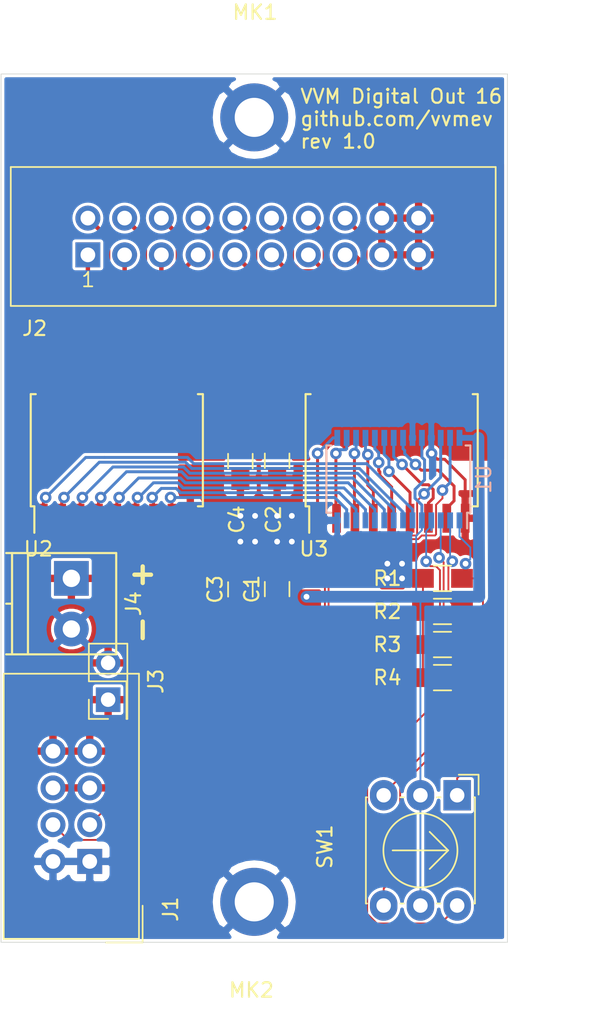
<source format=kicad_pcb>
(kicad_pcb (version 20171130) (host pcbnew "(5.1.2-1)-1")

  (general
    (thickness 1.6)
    (drawings 9)
    (tracks 382)
    (zones 0)
    (modules 18)
    (nets 43)
  )

  (page A4)
  (layers
    (0 F.Cu signal)
    (31 B.Cu signal)
    (32 B.Adhes user)
    (33 F.Adhes user)
    (34 B.Paste user)
    (35 F.Paste user)
    (36 B.SilkS user)
    (37 F.SilkS user)
    (38 B.Mask user)
    (39 F.Mask user)
    (40 Dwgs.User user)
    (41 Cmts.User user)
    (42 Eco1.User user)
    (43 Eco2.User user)
    (44 Edge.Cuts user)
    (45 Margin user)
    (46 B.CrtYd user)
    (47 F.CrtYd user)
    (48 B.Fab user hide)
    (49 F.Fab user hide)
  )

  (setup
    (last_trace_width 0.127)
    (user_trace_width 0.2032)
    (user_trace_width 0.3048)
    (user_trace_width 0.4064)
    (user_trace_width 0.8128)
    (user_trace_width 1.2192)
    (trace_clearance 0.127)
    (zone_clearance 0.2032)
    (zone_45_only yes)
    (trace_min 0.127)
    (via_size 0.8)
    (via_drill 0.4)
    (via_min_size 0.4)
    (via_min_drill 0.3)
    (user_via 0.8 0.4)
    (uvia_size 0.3)
    (uvia_drill 0.1)
    (uvias_allowed no)
    (uvia_min_size 0.2)
    (uvia_min_drill 0.1)
    (edge_width 0.05)
    (segment_width 0.2)
    (pcb_text_width 0.3)
    (pcb_text_size 1.5 1.5)
    (mod_edge_width 0.12)
    (mod_text_size 1 1)
    (mod_text_width 0.15)
    (pad_size 1.524 1.524)
    (pad_drill 0.762)
    (pad_to_mask_clearance 0.051)
    (solder_mask_min_width 0.25)
    (aux_axis_origin 0 0)
    (visible_elements FFFFFFFF)
    (pcbplotparams
      (layerselection 0x010fc_ffffffff)
      (usegerberextensions false)
      (usegerberattributes false)
      (usegerberadvancedattributes false)
      (creategerberjobfile false)
      (excludeedgelayer true)
      (linewidth 0.100000)
      (plotframeref false)
      (viasonmask false)
      (mode 1)
      (useauxorigin false)
      (hpglpennumber 1)
      (hpglpenspeed 20)
      (hpglpendiameter 15.000000)
      (psnegative false)
      (psa4output false)
      (plotreference true)
      (plotvalue true)
      (plotinvisibletext false)
      (padsonsilk false)
      (subtractmaskfromsilk false)
      (outputformat 1)
      (mirror false)
      (drillshape 0)
      (scaleselection 1)
      (outputdirectory "gerber"))
  )

  (net 0 "")
  (net 1 +3V3)
  (net 2 GND)
  (net 3 /SCL)
  (net 4 /SDA)
  (net 5 +12V)
  (net 6 /O16)
  (net 7 /O15)
  (net 8 /O14)
  (net 9 /O13)
  (net 10 /O12)
  (net 11 /O11)
  (net 12 /O10)
  (net 13 /O9)
  (net 14 /O8)
  (net 15 /O7)
  (net 16 /O6)
  (net 17 /O5)
  (net 18 /O4)
  (net 19 /O3)
  (net 20 /O2)
  (net 21 /O1)
  (net 22 /PWM1)
  (net 23 /PWM2)
  (net 24 /PWM3)
  (net 25 /PWM4)
  (net 26 /PWM5)
  (net 27 /PWM6)
  (net 28 /PWM7)
  (net 29 /PWM8)
  (net 30 /PWM9)
  (net 31 /PWM10)
  (net 32 /PWM11)
  (net 33 /PWM12)
  (net 34 /PWM13)
  (net 35 /PWM14)
  (net 36 /PWM15)
  (net 37 /PWM16)
  (net 38 /A0)
  (net 39 /A1)
  (net 40 /A2)
  (net 41 /A3)
  (net 42 /+12VIN)

  (net_class Default "This is the default net class."
    (clearance 0.127)
    (trace_width 0.127)
    (via_dia 0.8)
    (via_drill 0.4)
    (uvia_dia 0.3)
    (uvia_drill 0.1)
    (add_net +12V)
    (add_net +3V3)
    (add_net /+12VIN)
    (add_net /A0)
    (add_net /A1)
    (add_net /A2)
    (add_net /A3)
    (add_net /O1)
    (add_net /O10)
    (add_net /O11)
    (add_net /O12)
    (add_net /O13)
    (add_net /O14)
    (add_net /O15)
    (add_net /O16)
    (add_net /O2)
    (add_net /O3)
    (add_net /O4)
    (add_net /O5)
    (add_net /O6)
    (add_net /O7)
    (add_net /O8)
    (add_net /O9)
    (add_net /PWM1)
    (add_net /PWM10)
    (add_net /PWM11)
    (add_net /PWM12)
    (add_net /PWM13)
    (add_net /PWM14)
    (add_net /PWM15)
    (add_net /PWM16)
    (add_net /PWM2)
    (add_net /PWM3)
    (add_net /PWM4)
    (add_net /PWM5)
    (add_net /PWM6)
    (add_net /PWM7)
    (add_net /PWM8)
    (add_net /PWM9)
    (add_net /SCL)
    (add_net /SDA)
    (add_net GND)
  )

  (module TerminalBlocks_Phoenix:TerminalBlock_Phoenix_PT-3.5mm_2pol (layer F.Cu) (tedit 59FF0756) (tstamp 5CCA91D7)
    (at 133.858 101.854 270)
    (descr "2-way 3.5mm pitch terminal block, Phoenix PT series")
    (path /5CF9F54F)
    (fp_text reference J4 (at 1.75 -4.3 90) (layer F.SilkS)
      (effects (font (size 1 1) (thickness 0.15)))
    )
    (fp_text value Conn_02x01 (at 1.75 6 90) (layer F.Fab)
      (effects (font (size 1 1) (thickness 0.15)))
    )
    (fp_text user %R (at 1.75 0 90) (layer F.Fab)
      (effects (font (size 1 1) (thickness 0.15)))
    )
    (fp_line (start -1.9 -3.3) (end 5.4 -3.3) (layer F.CrtYd) (width 0.05))
    (fp_line (start -1.9 4.7) (end -1.9 -3.3) (layer F.CrtYd) (width 0.05))
    (fp_line (start 5.4 4.7) (end -1.9 4.7) (layer F.CrtYd) (width 0.05))
    (fp_line (start 5.4 -3.3) (end 5.4 4.7) (layer F.CrtYd) (width 0.05))
    (fp_line (start 1.75 4.1) (end 1.75 4.5) (layer F.SilkS) (width 0.15))
    (fp_line (start -1.75 3) (end 5.25 3) (layer F.SilkS) (width 0.15))
    (fp_line (start -1.75 4.1) (end 5.25 4.1) (layer F.SilkS) (width 0.15))
    (fp_line (start -1.75 -3.1) (end -1.75 4.5) (layer F.SilkS) (width 0.15))
    (fp_line (start 5.25 4.5) (end 5.25 -3.1) (layer F.SilkS) (width 0.15))
    (fp_line (start 5.25 -3.1) (end -1.75 -3.1) (layer F.SilkS) (width 0.15))
    (pad 2 thru_hole circle (at 3.5 0 270) (size 2.4 2.4) (drill 1.2) (layers *.Cu *.Mask)
      (net 2 GND))
    (pad 1 thru_hole rect (at 0 0 270) (size 2.4 2.4) (drill 1.2) (layers *.Cu *.Mask)
      (net 5 +12V))
    (model ${KISYS3DMOD}/TerminalBlock_Phoenix.3dshapes/TerminalBlock_Phoenix_PT-3.5mm_2pol.wrl
      (at (xyz 0 0 0))
      (scale (xyz 1 1 1))
      (rotate (xyz 0 0 0))
    )
  )

  (module Pin_Headers:Pin_Header_Straight_2x01_Pitch2.54mm (layer F.Cu) (tedit 59650532) (tstamp 5CCA8B5F)
    (at 136.398 110.236 90)
    (descr "Through hole straight pin header, 2x01, 2.54mm pitch, double rows")
    (tags "Through hole pin header THT 2x01 2.54mm double row")
    (path /5CF8667A)
    (fp_text reference J3 (at 1.27 3.302 90) (layer F.SilkS)
      (effects (font (size 1 1) (thickness 0.15)))
    )
    (fp_text value Conn_02x01 (at 1.27 2.33 90) (layer F.Fab)
      (effects (font (size 1 1) (thickness 0.15)))
    )
    (fp_line (start 0 -1.27) (end 3.81 -1.27) (layer F.Fab) (width 0.1))
    (fp_line (start 3.81 -1.27) (end 3.81 1.27) (layer F.Fab) (width 0.1))
    (fp_line (start 3.81 1.27) (end -1.27 1.27) (layer F.Fab) (width 0.1))
    (fp_line (start -1.27 1.27) (end -1.27 0) (layer F.Fab) (width 0.1))
    (fp_line (start -1.27 0) (end 0 -1.27) (layer F.Fab) (width 0.1))
    (fp_line (start -1.33 1.33) (end 3.87 1.33) (layer F.SilkS) (width 0.12))
    (fp_line (start -1.33 1.27) (end -1.33 1.33) (layer F.SilkS) (width 0.12))
    (fp_line (start 3.87 -1.33) (end 3.87 1.33) (layer F.SilkS) (width 0.12))
    (fp_line (start -1.33 1.27) (end 1.27 1.27) (layer F.SilkS) (width 0.12))
    (fp_line (start 1.27 1.27) (end 1.27 -1.33) (layer F.SilkS) (width 0.12))
    (fp_line (start 1.27 -1.33) (end 3.87 -1.33) (layer F.SilkS) (width 0.12))
    (fp_line (start -1.33 0) (end -1.33 -1.33) (layer F.SilkS) (width 0.12))
    (fp_line (start -1.33 -1.33) (end 0 -1.33) (layer F.SilkS) (width 0.12))
    (fp_line (start -1.8 -1.8) (end -1.8 1.8) (layer F.CrtYd) (width 0.05))
    (fp_line (start -1.8 1.8) (end 4.35 1.8) (layer F.CrtYd) (width 0.05))
    (fp_line (start 4.35 1.8) (end 4.35 -1.8) (layer F.CrtYd) (width 0.05))
    (fp_line (start 4.35 -1.8) (end -1.8 -1.8) (layer F.CrtYd) (width 0.05))
    (fp_text user %R (at 1.27 0) (layer F.Fab)
      (effects (font (size 1 1) (thickness 0.15)))
    )
    (pad 1 thru_hole rect (at 0 0 90) (size 1.7 1.7) (drill 1) (layers *.Cu *.Mask)
      (net 42 /+12VIN))
    (pad 2 thru_hole oval (at 2.54 0 90) (size 1.7 1.7) (drill 1) (layers *.Cu *.Mask)
      (net 5 +12V))
    (model ${KISYS3DMOD}/Pin_Headers.3dshapes/Pin_Header_Straight_2x01_Pitch2.54mm.wrl
      (at (xyz 0 0 0))
      (scale (xyz 1 1 1))
      (rotate (xyz 0 0 0))
    )
  )

  (module Connector-IDC:IDC-Header_2x04_P2.54mm_Vertical (layer F.Cu) (tedit 59DE070F) (tstamp 5CC899EE)
    (at 135.128 121.412 180)
    (descr "Through hole straight IDC box header, 2x04, 2.54mm pitch, double rows")
    (tags "Through hole IDC box header THT 2x04 2.54mm double row")
    (path /5CD0D077)
    (fp_text reference J1 (at -5.588 -3.302 90) (layer F.SilkS)
      (effects (font (size 1 1) (thickness 0.15)))
    )
    (fp_text value 517-N2508-6002RB (at 1.27 14.224) (layer F.Fab)
      (effects (font (size 1 1) (thickness 0.15)))
    )
    (fp_line (start -3.655 -5.6) (end -1.115 -5.6) (layer F.SilkS) (width 0.12))
    (fp_line (start -3.655 -5.6) (end -3.655 -3.06) (layer F.SilkS) (width 0.12))
    (fp_line (start -3.405 -5.35) (end 5.945 -5.35) (layer F.SilkS) (width 0.12))
    (fp_line (start -3.405 12.97) (end -3.405 -5.35) (layer F.SilkS) (width 0.12))
    (fp_line (start 5.945 12.97) (end -3.405 12.97) (layer F.SilkS) (width 0.12))
    (fp_line (start 5.945 -5.35) (end 5.945 12.97) (layer F.SilkS) (width 0.12))
    (fp_line (start -3.41 -5.35) (end 5.95 -5.35) (layer F.CrtYd) (width 0.05))
    (fp_line (start -3.41 12.97) (end -3.41 -5.35) (layer F.CrtYd) (width 0.05))
    (fp_line (start 5.95 12.97) (end -3.41 12.97) (layer F.CrtYd) (width 0.05))
    (fp_line (start 5.95 -5.35) (end 5.95 12.97) (layer F.CrtYd) (width 0.05))
    (fp_line (start -3.155 12.72) (end -2.605 12.16) (layer F.Fab) (width 0.1))
    (fp_line (start -3.155 -5.1) (end -2.605 -4.56) (layer F.Fab) (width 0.1))
    (fp_line (start 5.695 12.72) (end 5.145 12.16) (layer F.Fab) (width 0.1))
    (fp_line (start 5.695 -5.1) (end 5.145 -4.56) (layer F.Fab) (width 0.1))
    (fp_line (start 5.145 12.16) (end -2.605 12.16) (layer F.Fab) (width 0.1))
    (fp_line (start 5.695 12.72) (end -3.155 12.72) (layer F.Fab) (width 0.1))
    (fp_line (start 5.145 -4.56) (end -2.605 -4.56) (layer F.Fab) (width 0.1))
    (fp_line (start 5.695 -5.1) (end -3.155 -5.1) (layer F.Fab) (width 0.1))
    (fp_line (start -2.605 6.06) (end -3.155 6.06) (layer F.Fab) (width 0.1))
    (fp_line (start -2.605 1.56) (end -3.155 1.56) (layer F.Fab) (width 0.1))
    (fp_line (start -2.605 6.06) (end -2.605 12.16) (layer F.Fab) (width 0.1))
    (fp_line (start -2.605 -4.56) (end -2.605 1.56) (layer F.Fab) (width 0.1))
    (fp_line (start -3.155 -5.1) (end -3.155 12.72) (layer F.Fab) (width 0.1))
    (fp_line (start 5.145 -4.56) (end 5.145 12.16) (layer F.Fab) (width 0.1))
    (fp_line (start 5.695 -5.1) (end 5.695 12.72) (layer F.Fab) (width 0.1))
    (fp_text user %R (at 1.27 3.81) (layer F.Fab)
      (effects (font (size 1 1) (thickness 0.15)))
    )
    (pad 8 thru_hole oval (at 2.54 7.62 180) (size 1.7272 1.7272) (drill 1.016) (layers *.Cu *.Mask)
      (net 42 /+12VIN))
    (pad 7 thru_hole oval (at 0 7.62 180) (size 1.7272 1.7272) (drill 1.016) (layers *.Cu *.Mask)
      (net 42 /+12VIN))
    (pad 6 thru_hole oval (at 2.54 5.08 180) (size 1.7272 1.7272) (drill 1.016) (layers *.Cu *.Mask)
      (net 1 +3V3))
    (pad 5 thru_hole oval (at 0 5.08 180) (size 1.7272 1.7272) (drill 1.016) (layers *.Cu *.Mask)
      (net 1 +3V3))
    (pad 4 thru_hole oval (at 2.54 2.54 180) (size 1.7272 1.7272) (drill 1.016) (layers *.Cu *.Mask)
      (net 4 /SDA))
    (pad 3 thru_hole oval (at 0 2.54 180) (size 1.7272 1.7272) (drill 1.016) (layers *.Cu *.Mask)
      (net 3 /SCL))
    (pad 2 thru_hole oval (at 2.54 0 180) (size 1.7272 1.7272) (drill 1.016) (layers *.Cu *.Mask)
      (net 2 GND))
    (pad 1 thru_hole rect (at 0 0 180) (size 1.7272 1.7272) (drill 1.016) (layers *.Cu *.Mask)
      (net 2 GND))
    (model ${KISYS3DMOD}/Connector_IDC.3dshapes/IDC-Header_2x04_P2.54mm_Vertical.wrl
      (at (xyz 0 0 0))
      (scale (xyz 1 1 1))
      (rotate (xyz 0 0 0))
    )
  )

  (module Buttons_Switches_THT:Nidec_Copal_SH-7010C (layer F.Cu) (tedit 59C33B14) (tstamp 5CC9A715)
    (at 160.528 116.84 270)
    (descr "4-bit rotary coded switch, through-hole, https://www.nidec-copal-electronics.com/e/catalog/switch/sh-7000.pdf")
    (tags "rotary switch bcd")
    (path /5CCA678D)
    (fp_text reference SW1 (at 3.556 9.144 90) (layer F.SilkS)
      (effects (font (size 1 1) (thickness 0.15)))
    )
    (fp_text value 220ADC16 (at 3.81 7.44 90) (layer F.Fab)
      (effects (font (size 1 1) (thickness 0.15)))
    )
    (fp_circle (center 3.81 2.54) (end 6.37 2.54) (layer F.SilkS) (width 0.12))
    (fp_line (start 1.26 -1.11) (end 7.36 -1.11) (layer F.Fab) (width 0.1))
    (fp_line (start 7.36 -1.11) (end 7.36 6.19) (layer F.Fab) (width 0.1))
    (fp_line (start 7.36 6.19) (end 0.26 6.19) (layer F.Fab) (width 0.1))
    (fp_line (start 0.26 6.19) (end 0.26 -0.11) (layer F.Fab) (width 0.1))
    (fp_line (start 0.26 -0.11) (end 1.26 -1.11) (layer F.Fab) (width 0.1))
    (fp_line (start 0.14 -1.15) (end 0.14 -1.23) (layer F.SilkS) (width 0.12))
    (fp_line (start 0.14 -1.23) (end 7.48 -1.23) (layer F.SilkS) (width 0.12))
    (fp_line (start 7.48 -1.23) (end 7.48 -1.15) (layer F.SilkS) (width 0.12))
    (fp_line (start 0.14 6.23) (end 0.14 6.31) (layer F.SilkS) (width 0.12))
    (fp_line (start 0.14 6.31) (end 7.48 6.31) (layer F.SilkS) (width 0.12))
    (fp_line (start 7.48 6.31) (end 7.48 6.23) (layer F.SilkS) (width 0.12))
    (fp_line (start 0.14 1.15) (end 0.14 1.39) (layer F.SilkS) (width 0.12))
    (fp_line (start 0.14 3.69) (end 0.14 3.93) (layer F.SilkS) (width 0.12))
    (fp_line (start 7.48 1.15) (end 7.48 1.39) (layer F.SilkS) (width 0.12))
    (fp_line (start 7.48 3.69) (end 7.48 3.93) (layer F.SilkS) (width 0.12))
    (fp_line (start -1.42 -0.11) (end -1.42 -1.48) (layer F.SilkS) (width 0.12))
    (fp_line (start -1.42 -1.48) (end -0.05 -1.48) (layer F.SilkS) (width 0.12))
    (fp_line (start 3.81 0.62) (end 3.81 4.46) (layer F.SilkS) (width 0.12))
    (fp_line (start 2.53 1.9) (end 3.81 0.62) (layer F.SilkS) (width 0.12))
    (fp_line (start 3.81 0.62) (end 5.09 1.9) (layer F.SilkS) (width 0.12))
    (fp_line (start -1.3 -1.36) (end -1.3 6.44) (layer F.CrtYd) (width 0.05))
    (fp_line (start -1.3 6.44) (end 8.92 6.44) (layer F.CrtYd) (width 0.05))
    (fp_line (start 8.92 6.44) (end 8.92 -1.36) (layer F.CrtYd) (width 0.05))
    (fp_line (start 8.92 -1.36) (end -1.3 -1.36) (layer F.CrtYd) (width 0.05))
    (fp_text user %R (at 3.81 2.54 90) (layer F.Fab)
      (effects (font (size 1 1) (thickness 0.15)))
    )
    (pad 1 thru_hole rect (at 0 0 270) (size 2.1 1.9) (drill 1) (layers *.Cu *.Mask)
      (net 38 /A0))
    (pad 8 thru_hole oval (at 7.62 0 270) (size 2.1 1.9) (drill 1) (layers *.Cu *.Mask)
      (net 41 /A3))
    (pad C thru_hole oval (at 0 2.54 270) (size 2.1 1.9) (drill 1) (layers *.Cu *.Mask)
      (net 1 +3V3))
    (pad C thru_hole oval (at 7.62 2.54 270) (size 2.1 1.9) (drill 1) (layers *.Cu *.Mask)
      (net 1 +3V3))
    (pad 4 thru_hole oval (at 0 5.08 270) (size 2.1 1.9) (drill 1) (layers *.Cu *.Mask)
      (net 40 /A2))
    (pad 2 thru_hole oval (at 7.62 5.08 270) (size 2.1 1.9) (drill 1) (layers *.Cu *.Mask)
      (net 39 /A1))
    (model ${KISYS3DMOD}/Buttons_Switches_THT.3dshapes/Nidec_Copal_SH-7010C.wrl
      (at (xyz 0 0 0))
      (scale (xyz 1 1 1))
      (rotate (xyz 0 0 0))
    )
  )

  (module Mounting_Holes:MountingHole_2.7mm_M2.5_DIN965_Pad (layer F.Cu) (tedit 56D1B4CB) (tstamp 5CC99B5E)
    (at 146.5 124.206)
    (descr "Mounting Hole 2.7mm, M2.5, DIN965")
    (tags "mounting hole 2.7mm m2.5 din965")
    (path /5D014BC8)
    (attr virtual)
    (fp_text reference MK2 (at -0.196 6.096) (layer F.SilkS)
      (effects (font (size 1 1) (thickness 0.15)))
    )
    (fp_text value M2.5 (at 0 3.35) (layer F.Fab)
      (effects (font (size 1 1) (thickness 0.15)))
    )
    (fp_text user %R (at 0.3 0) (layer F.Fab)
      (effects (font (size 1 1) (thickness 0.15)))
    )
    (fp_circle (center 0 0) (end 2.35 0) (layer Cmts.User) (width 0.15))
    (fp_circle (center 0 0) (end 2.6 0) (layer F.CrtYd) (width 0.05))
    (pad 1 thru_hole circle (at 0 0) (size 4.7 4.7) (drill 2.7) (layers *.Cu *.Mask)
      (net 2 GND))
  )

  (module Mounting_Holes:MountingHole_2.7mm_M2.5_DIN965_Pad (layer F.Cu) (tedit 56D1B4CB) (tstamp 5CC99B5B)
    (at 146.5 70)
    (descr "Mounting Hole 2.7mm, M2.5, DIN965")
    (tags "mounting hole 2.7mm m2.5 din965")
    (path /5D01467E)
    (attr virtual)
    (fp_text reference MK1 (at 0.058 -7.262) (layer F.SilkS)
      (effects (font (size 1 1) (thickness 0.15)))
    )
    (fp_text value M2.5 (at 0 3.35) (layer F.Fab)
      (effects (font (size 1 1) (thickness 0.15)))
    )
    (fp_text user %R (at 0.3 0) (layer F.Fab)
      (effects (font (size 1 1) (thickness 0.15)))
    )
    (fp_circle (center 0 0) (end 2.35 0) (layer Cmts.User) (width 0.15))
    (fp_circle (center 0 0) (end 2.6 0) (layer F.CrtYd) (width 0.05))
    (pad 1 thru_hole circle (at 0 0) (size 4.7 4.7) (drill 2.7) (layers *.Cu *.Mask)
      (net 2 GND))
  )

  (module Capacitors_SMD:C_0805_HandSoldering (layer F.Cu) (tedit 58AA84A8) (tstamp 5CC990CA)
    (at 145.542 93.746 270)
    (descr "Capacitor SMD 0805, hand soldering")
    (tags "capacitor 0805")
    (path /5CFE7F20)
    (attr smd)
    (fp_text reference C4 (at 4.044 0.254 90) (layer F.SilkS)
      (effects (font (size 1 1) (thickness 0.15)))
    )
    (fp_text value 47u (at 4.044 -1.016 90) (layer F.Fab)
      (effects (font (size 1 1) (thickness 0.15)))
    )
    (fp_line (start -1 0.62) (end -1 -0.62) (layer F.Fab) (width 0.1))
    (fp_line (start 1 0.62) (end -1 0.62) (layer F.Fab) (width 0.1))
    (fp_line (start 1 -0.62) (end 1 0.62) (layer F.Fab) (width 0.1))
    (fp_line (start -1 -0.62) (end 1 -0.62) (layer F.Fab) (width 0.1))
    (fp_line (start 0.5 -0.85) (end -0.5 -0.85) (layer F.SilkS) (width 0.12))
    (fp_line (start -0.5 0.85) (end 0.5 0.85) (layer F.SilkS) (width 0.12))
    (fp_line (start -2.25 -0.88) (end 2.25 -0.88) (layer F.CrtYd) (width 0.05))
    (fp_line (start -2.25 -0.88) (end -2.25 0.87) (layer F.CrtYd) (width 0.05))
    (fp_line (start 2.25 0.87) (end 2.25 -0.88) (layer F.CrtYd) (width 0.05))
    (fp_line (start 2.25 0.87) (end -2.25 0.87) (layer F.CrtYd) (width 0.05))
    (pad 1 smd rect (at -1.25 0 270) (size 1.5 1.25) (layers F.Cu F.Paste F.Mask)
      (net 5 +12V))
    (pad 2 smd rect (at 1.25 0 270) (size 1.5 1.25) (layers F.Cu F.Paste F.Mask)
      (net 2 GND))
    (model Capacitors_SMD.3dshapes/C_0805.wrl
      (at (xyz 0 0 0))
      (scale (xyz 1 1 1))
      (rotate (xyz 0 0 0))
    )
  )

  (module Capacitors_SMD:C_0805_HandSoldering (layer F.Cu) (tedit 58AA84A8) (tstamp 5CC990C7)
    (at 145.542 102.616 90)
    (descr "Capacitor SMD 0805, hand soldering")
    (tags "capacitor 0805")
    (path /5CFE74A0)
    (attr smd)
    (fp_text reference C3 (at 0 -1.75 90) (layer F.SilkS)
      (effects (font (size 1 1) (thickness 0.15)))
    )
    (fp_text value 47u (at 0 1.75 90) (layer F.Fab)
      (effects (font (size 1 1) (thickness 0.15)))
    )
    (fp_text user %R (at 0 -1.75 90) (layer F.Fab)
      (effects (font (size 1 1) (thickness 0.15)))
    )
    (fp_line (start -1 0.62) (end -1 -0.62) (layer F.Fab) (width 0.1))
    (fp_line (start 1 0.62) (end -1 0.62) (layer F.Fab) (width 0.1))
    (fp_line (start 1 -0.62) (end 1 0.62) (layer F.Fab) (width 0.1))
    (fp_line (start -1 -0.62) (end 1 -0.62) (layer F.Fab) (width 0.1))
    (fp_line (start 0.5 -0.85) (end -0.5 -0.85) (layer F.SilkS) (width 0.12))
    (fp_line (start -0.5 0.85) (end 0.5 0.85) (layer F.SilkS) (width 0.12))
    (fp_line (start -2.25 -0.88) (end 2.25 -0.88) (layer F.CrtYd) (width 0.05))
    (fp_line (start -2.25 -0.88) (end -2.25 0.87) (layer F.CrtYd) (width 0.05))
    (fp_line (start 2.25 0.87) (end 2.25 -0.88) (layer F.CrtYd) (width 0.05))
    (fp_line (start 2.25 0.87) (end -2.25 0.87) (layer F.CrtYd) (width 0.05))
    (pad 1 smd rect (at -1.25 0 90) (size 1.5 1.25) (layers F.Cu F.Paste F.Mask)
      (net 1 +3V3))
    (pad 2 smd rect (at 1.25 0 90) (size 1.5 1.25) (layers F.Cu F.Paste F.Mask)
      (net 2 GND))
    (model Capacitors_SMD.3dshapes/C_0805.wrl
      (at (xyz 0 0 0))
      (scale (xyz 1 1 1))
      (rotate (xyz 0 0 0))
    )
  )

  (module Capacitors_SMD:C_0805_HandSoldering (layer F.Cu) (tedit 58AA84A8) (tstamp 5CC97155)
    (at 148.082 93.726 270)
    (descr "Capacitor SMD 0805, hand soldering")
    (tags "capacitor 0805")
    (path /5CEAF4A8)
    (attr smd)
    (fp_text reference C2 (at 4.064 0.254 90) (layer F.SilkS)
      (effects (font (size 1 1) (thickness 0.15)))
    )
    (fp_text value 100n (at 4.064 -1.016 90) (layer F.Fab)
      (effects (font (size 1 1) (thickness 0.15)))
    )
    (fp_line (start -1 0.62) (end -1 -0.62) (layer F.Fab) (width 0.1))
    (fp_line (start 1 0.62) (end -1 0.62) (layer F.Fab) (width 0.1))
    (fp_line (start 1 -0.62) (end 1 0.62) (layer F.Fab) (width 0.1))
    (fp_line (start -1 -0.62) (end 1 -0.62) (layer F.Fab) (width 0.1))
    (fp_line (start 0.5 -0.85) (end -0.5 -0.85) (layer F.SilkS) (width 0.12))
    (fp_line (start -0.5 0.85) (end 0.5 0.85) (layer F.SilkS) (width 0.12))
    (fp_line (start -2.25 -0.88) (end 2.25 -0.88) (layer F.CrtYd) (width 0.05))
    (fp_line (start -2.25 -0.88) (end -2.25 0.87) (layer F.CrtYd) (width 0.05))
    (fp_line (start 2.25 0.87) (end 2.25 -0.88) (layer F.CrtYd) (width 0.05))
    (fp_line (start 2.25 0.87) (end -2.25 0.87) (layer F.CrtYd) (width 0.05))
    (pad 1 smd rect (at -1.25 0 270) (size 1.5 1.25) (layers F.Cu F.Paste F.Mask)
      (net 5 +12V))
    (pad 2 smd rect (at 1.25 0 270) (size 1.5 1.25) (layers F.Cu F.Paste F.Mask)
      (net 2 GND))
    (model Capacitors_SMD.3dshapes/C_0805.wrl
      (at (xyz 0 0 0))
      (scale (xyz 1 1 1))
      (rotate (xyz 0 0 0))
    )
  )

  (module Capacitors_SMD:C_0805_HandSoldering (layer F.Cu) (tedit 58AA84A8) (tstamp 5CC97152)
    (at 148.082 102.596 90)
    (descr "Capacitor SMD 0805, hand soldering")
    (tags "capacitor 0805")
    (path /5CEAED25)
    (attr smd)
    (fp_text reference C1 (at 0 -1.75 90) (layer F.SilkS)
      (effects (font (size 1 1) (thickness 0.15)))
    )
    (fp_text value 100n (at 0 1.75 90) (layer F.Fab)
      (effects (font (size 1 1) (thickness 0.15)))
    )
    (fp_text user %R (at 0 -1.75 90) (layer F.Fab)
      (effects (font (size 1 1) (thickness 0.15)))
    )
    (fp_line (start -1 0.62) (end -1 -0.62) (layer F.Fab) (width 0.1))
    (fp_line (start 1 0.62) (end -1 0.62) (layer F.Fab) (width 0.1))
    (fp_line (start 1 -0.62) (end 1 0.62) (layer F.Fab) (width 0.1))
    (fp_line (start -1 -0.62) (end 1 -0.62) (layer F.Fab) (width 0.1))
    (fp_line (start 0.5 -0.85) (end -0.5 -0.85) (layer F.SilkS) (width 0.12))
    (fp_line (start -0.5 0.85) (end 0.5 0.85) (layer F.SilkS) (width 0.12))
    (fp_line (start -2.25 -0.88) (end 2.25 -0.88) (layer F.CrtYd) (width 0.05))
    (fp_line (start -2.25 -0.88) (end -2.25 0.87) (layer F.CrtYd) (width 0.05))
    (fp_line (start 2.25 0.87) (end 2.25 -0.88) (layer F.CrtYd) (width 0.05))
    (fp_line (start 2.25 0.87) (end -2.25 0.87) (layer F.CrtYd) (width 0.05))
    (pad 1 smd rect (at -1.25 0 90) (size 1.5 1.25) (layers F.Cu F.Paste F.Mask)
      (net 1 +3V3))
    (pad 2 smd rect (at 1.25 0 90) (size 1.5 1.25) (layers F.Cu F.Paste F.Mask)
      (net 2 GND))
    (model Capacitors_SMD.3dshapes/C_0805.wrl
      (at (xyz 0 0 0))
      (scale (xyz 1 1 1))
      (rotate (xyz 0 0 0))
    )
  )

  (module Housings_SOIC:SOIC-18W_7.5x11.6mm_Pitch1.27mm (layer F.Cu) (tedit 58CC8F64) (tstamp 5CC89A94)
    (at 156 93 90)
    (descr "18-Lead Plastic Small Outline (SO) - Wide, 7.50 mm Body [SOIC] (see Microchip Packaging Specification 00000049BS.pdf)")
    (tags "SOIC 1.27")
    (path /5CC94ED4)
    (attr smd)
    (fp_text reference U3 (at -6.822 -5.378 180) (layer F.SilkS)
      (effects (font (size 1 1) (thickness 0.15)))
    )
    (fp_text value ULN2803A (at -6.822 2.496 180) (layer F.Fab)
      (effects (font (size 1 1) (thickness 0.15)))
    )
    (fp_text user %R (at 0 0 90) (layer F.Fab)
      (effects (font (size 1 1) (thickness 0.15)))
    )
    (fp_line (start -2.75 -5.8) (end 3.75 -5.8) (layer F.Fab) (width 0.15))
    (fp_line (start 3.75 -5.8) (end 3.75 5.8) (layer F.Fab) (width 0.15))
    (fp_line (start 3.75 5.8) (end -3.75 5.8) (layer F.Fab) (width 0.15))
    (fp_line (start -3.75 5.8) (end -3.75 -4.8) (layer F.Fab) (width 0.15))
    (fp_line (start -3.75 -4.8) (end -2.75 -5.8) (layer F.Fab) (width 0.15))
    (fp_line (start -5.95 -6.15) (end -5.95 6.15) (layer F.CrtYd) (width 0.05))
    (fp_line (start 5.95 -6.15) (end 5.95 6.15) (layer F.CrtYd) (width 0.05))
    (fp_line (start -5.95 -6.15) (end 5.95 -6.15) (layer F.CrtYd) (width 0.05))
    (fp_line (start -5.95 6.15) (end 5.95 6.15) (layer F.CrtYd) (width 0.05))
    (fp_line (start -3.875 -5.95) (end -3.875 -5.7) (layer F.SilkS) (width 0.15))
    (fp_line (start 3.875 -5.95) (end 3.875 -5.605) (layer F.SilkS) (width 0.15))
    (fp_line (start 3.875 5.95) (end 3.875 5.605) (layer F.SilkS) (width 0.15))
    (fp_line (start -3.875 5.95) (end -3.875 5.605) (layer F.SilkS) (width 0.15))
    (fp_line (start -3.875 -5.95) (end 3.875 -5.95) (layer F.SilkS) (width 0.15))
    (fp_line (start -3.875 5.95) (end 3.875 5.95) (layer F.SilkS) (width 0.15))
    (fp_line (start -3.875 -5.7) (end -5.7 -5.7) (layer F.SilkS) (width 0.15))
    (pad 1 smd rect (at -4.7 -5.08 90) (size 2 0.6) (layers F.Cu F.Paste F.Mask)
      (net 30 /PWM9))
    (pad 2 smd rect (at -4.7 -3.81 90) (size 2 0.6) (layers F.Cu F.Paste F.Mask)
      (net 31 /PWM10))
    (pad 3 smd rect (at -4.7 -2.54 90) (size 2 0.6) (layers F.Cu F.Paste F.Mask)
      (net 32 /PWM11))
    (pad 4 smd rect (at -4.7 -1.27 90) (size 2 0.6) (layers F.Cu F.Paste F.Mask)
      (net 33 /PWM12))
    (pad 5 smd rect (at -4.7 0 90) (size 2 0.6) (layers F.Cu F.Paste F.Mask)
      (net 34 /PWM13))
    (pad 6 smd rect (at -4.7 1.27 90) (size 2 0.6) (layers F.Cu F.Paste F.Mask)
      (net 35 /PWM14))
    (pad 7 smd rect (at -4.7 2.54 90) (size 2 0.6) (layers F.Cu F.Paste F.Mask)
      (net 36 /PWM15))
    (pad 8 smd rect (at -4.7 3.81 90) (size 2 0.6) (layers F.Cu F.Paste F.Mask)
      (net 37 /PWM16))
    (pad 9 smd rect (at -4.7 5.08 90) (size 2 0.6) (layers F.Cu F.Paste F.Mask)
      (net 2 GND))
    (pad 10 smd rect (at 4.7 5.08 90) (size 2 0.6) (layers F.Cu F.Paste F.Mask)
      (net 5 +12V))
    (pad 11 smd rect (at 4.7 3.81 90) (size 2 0.6) (layers F.Cu F.Paste F.Mask)
      (net 6 /O16))
    (pad 12 smd rect (at 4.7 2.54 90) (size 2 0.6) (layers F.Cu F.Paste F.Mask)
      (net 7 /O15))
    (pad 13 smd rect (at 4.7 1.27 90) (size 2 0.6) (layers F.Cu F.Paste F.Mask)
      (net 8 /O14))
    (pad 14 smd rect (at 4.7 0 90) (size 2 0.6) (layers F.Cu F.Paste F.Mask)
      (net 9 /O13))
    (pad 15 smd rect (at 4.7 -1.27 90) (size 2 0.6) (layers F.Cu F.Paste F.Mask)
      (net 10 /O12))
    (pad 16 smd rect (at 4.7 -2.54 90) (size 2 0.6) (layers F.Cu F.Paste F.Mask)
      (net 11 /O11))
    (pad 17 smd rect (at 4.7 -3.81 90) (size 2 0.6) (layers F.Cu F.Paste F.Mask)
      (net 12 /O10))
    (pad 18 smd rect (at 4.7 -5.08 90) (size 2 0.6) (layers F.Cu F.Paste F.Mask)
      (net 13 /O9))
    (model ${KISYS3DMOD}/Housings_SOIC.3dshapes/SOIC-18W_7.5x11.6mm_Pitch1.27mm.wrl
      (at (xyz 0 0 0))
      (scale (xyz 1 1 1))
      (rotate (xyz 0 0 0))
    )
  )

  (module Housings_SOIC:SOIC-18W_7.5x11.6mm_Pitch1.27mm (layer F.Cu) (tedit 58CC8F64) (tstamp 5CC89A91)
    (at 137 93 90)
    (descr "18-Lead Plastic Small Outline (SO) - Wide, 7.50 mm Body [SOIC] (see Microchip Packaging Specification 00000049BS.pdf)")
    (tags "SOIC 1.27")
    (path /5CC8B158)
    (attr smd)
    (fp_text reference U2 (at -6.822 -5.428 180) (layer F.SilkS)
      (effects (font (size 1 1) (thickness 0.15)))
    )
    (fp_text value ULN2803A (at -6.822 2.446 180) (layer F.Fab)
      (effects (font (size 1 1) (thickness 0.15)))
    )
    (fp_text user %R (at 0 0 90) (layer F.Fab)
      (effects (font (size 1 1) (thickness 0.15)))
    )
    (fp_line (start -2.75 -5.8) (end 3.75 -5.8) (layer F.Fab) (width 0.15))
    (fp_line (start 3.75 -5.8) (end 3.75 5.8) (layer F.Fab) (width 0.15))
    (fp_line (start 3.75 5.8) (end -3.75 5.8) (layer F.Fab) (width 0.15))
    (fp_line (start -3.75 5.8) (end -3.75 -4.8) (layer F.Fab) (width 0.15))
    (fp_line (start -3.75 -4.8) (end -2.75 -5.8) (layer F.Fab) (width 0.15))
    (fp_line (start -5.95 -6.15) (end -5.95 6.15) (layer F.CrtYd) (width 0.05))
    (fp_line (start 5.95 -6.15) (end 5.95 6.15) (layer F.CrtYd) (width 0.05))
    (fp_line (start -5.95 -6.15) (end 5.95 -6.15) (layer F.CrtYd) (width 0.05))
    (fp_line (start -5.95 6.15) (end 5.95 6.15) (layer F.CrtYd) (width 0.05))
    (fp_line (start -3.875 -5.95) (end -3.875 -5.7) (layer F.SilkS) (width 0.15))
    (fp_line (start 3.875 -5.95) (end 3.875 -5.605) (layer F.SilkS) (width 0.15))
    (fp_line (start 3.875 5.95) (end 3.875 5.605) (layer F.SilkS) (width 0.15))
    (fp_line (start -3.875 5.95) (end -3.875 5.605) (layer F.SilkS) (width 0.15))
    (fp_line (start -3.875 -5.95) (end 3.875 -5.95) (layer F.SilkS) (width 0.15))
    (fp_line (start -3.875 5.95) (end 3.875 5.95) (layer F.SilkS) (width 0.15))
    (fp_line (start -3.875 -5.7) (end -5.7 -5.7) (layer F.SilkS) (width 0.15))
    (pad 1 smd rect (at -4.7 -5.08 90) (size 2 0.6) (layers F.Cu F.Paste F.Mask)
      (net 22 /PWM1))
    (pad 2 smd rect (at -4.7 -3.81 90) (size 2 0.6) (layers F.Cu F.Paste F.Mask)
      (net 23 /PWM2))
    (pad 3 smd rect (at -4.7 -2.54 90) (size 2 0.6) (layers F.Cu F.Paste F.Mask)
      (net 24 /PWM3))
    (pad 4 smd rect (at -4.7 -1.27 90) (size 2 0.6) (layers F.Cu F.Paste F.Mask)
      (net 25 /PWM4))
    (pad 5 smd rect (at -4.7 0 90) (size 2 0.6) (layers F.Cu F.Paste F.Mask)
      (net 26 /PWM5))
    (pad 6 smd rect (at -4.7 1.27 90) (size 2 0.6) (layers F.Cu F.Paste F.Mask)
      (net 27 /PWM6))
    (pad 7 smd rect (at -4.7 2.54 90) (size 2 0.6) (layers F.Cu F.Paste F.Mask)
      (net 28 /PWM7))
    (pad 8 smd rect (at -4.7 3.81 90) (size 2 0.6) (layers F.Cu F.Paste F.Mask)
      (net 29 /PWM8))
    (pad 9 smd rect (at -4.7 5.08 90) (size 2 0.6) (layers F.Cu F.Paste F.Mask)
      (net 2 GND))
    (pad 10 smd rect (at 4.7 5.08 90) (size 2 0.6) (layers F.Cu F.Paste F.Mask)
      (net 5 +12V))
    (pad 11 smd rect (at 4.7 3.81 90) (size 2 0.6) (layers F.Cu F.Paste F.Mask)
      (net 14 /O8))
    (pad 12 smd rect (at 4.7 2.54 90) (size 2 0.6) (layers F.Cu F.Paste F.Mask)
      (net 15 /O7))
    (pad 13 smd rect (at 4.7 1.27 90) (size 2 0.6) (layers F.Cu F.Paste F.Mask)
      (net 16 /O6))
    (pad 14 smd rect (at 4.7 0 90) (size 2 0.6) (layers F.Cu F.Paste F.Mask)
      (net 17 /O5))
    (pad 15 smd rect (at 4.7 -1.27 90) (size 2 0.6) (layers F.Cu F.Paste F.Mask)
      (net 18 /O4))
    (pad 16 smd rect (at 4.7 -2.54 90) (size 2 0.6) (layers F.Cu F.Paste F.Mask)
      (net 19 /O3))
    (pad 17 smd rect (at 4.7 -3.81 90) (size 2 0.6) (layers F.Cu F.Paste F.Mask)
      (net 20 /O2))
    (pad 18 smd rect (at 4.7 -5.08 90) (size 2 0.6) (layers F.Cu F.Paste F.Mask)
      (net 21 /O1))
    (model ${KISYS3DMOD}/Housings_SOIC.3dshapes/SOIC-18W_7.5x11.6mm_Pitch1.27mm.wrl
      (at (xyz 0 0 0))
      (scale (xyz 1 1 1))
      (rotate (xyz 0 0 0))
    )
  )

  (module Resistors_SMD:R_0805_HandSoldering (layer F.Cu) (tedit 58E0A804) (tstamp 5CC9B80C)
    (at 159.512 108.712 180)
    (descr "Resistor SMD 0805, hand soldering")
    (tags "resistor 0805")
    (path /5CD710D9)
    (attr smd)
    (fp_text reference R4 (at 3.81 0) (layer F.SilkS)
      (effects (font (size 1 1) (thickness 0.15)))
    )
    (fp_text value 10k (at 0 1.75) (layer F.Fab)
      (effects (font (size 1 1) (thickness 0.15)))
    )
    (fp_text user %R (at 0 0) (layer F.Fab)
      (effects (font (size 0.5 0.5) (thickness 0.075)))
    )
    (fp_line (start -1 0.62) (end -1 -0.62) (layer F.Fab) (width 0.1))
    (fp_line (start 1 0.62) (end -1 0.62) (layer F.Fab) (width 0.1))
    (fp_line (start 1 -0.62) (end 1 0.62) (layer F.Fab) (width 0.1))
    (fp_line (start -1 -0.62) (end 1 -0.62) (layer F.Fab) (width 0.1))
    (fp_line (start 0.6 0.88) (end -0.6 0.88) (layer F.SilkS) (width 0.12))
    (fp_line (start -0.6 -0.88) (end 0.6 -0.88) (layer F.SilkS) (width 0.12))
    (fp_line (start -2.35 -0.9) (end 2.35 -0.9) (layer F.CrtYd) (width 0.05))
    (fp_line (start -2.35 -0.9) (end -2.35 0.9) (layer F.CrtYd) (width 0.05))
    (fp_line (start 2.35 0.9) (end 2.35 -0.9) (layer F.CrtYd) (width 0.05))
    (fp_line (start 2.35 0.9) (end -2.35 0.9) (layer F.CrtYd) (width 0.05))
    (pad 1 smd rect (at -1.35 0 180) (size 1.5 1.3) (layers F.Cu F.Paste F.Mask)
      (net 41 /A3))
    (pad 2 smd rect (at 1.35 0 180) (size 1.5 1.3) (layers F.Cu F.Paste F.Mask)
      (net 2 GND))
    (model ${KISYS3DMOD}/Resistors_SMD.3dshapes/R_0805.wrl
      (at (xyz 0 0 0))
      (scale (xyz 1 1 1))
      (rotate (xyz 0 0 0))
    )
  )

  (module Resistors_SMD:R_0805_HandSoldering (layer F.Cu) (tedit 58E0A804) (tstamp 5CC8A872)
    (at 159.512 106.426 180)
    (descr "Resistor SMD 0805, hand soldering")
    (tags "resistor 0805")
    (path /5CD71A32)
    (attr smd)
    (fp_text reference R3 (at 3.81 0) (layer F.SilkS)
      (effects (font (size 1 1) (thickness 0.15)))
    )
    (fp_text value 10k (at 0 1.75) (layer F.Fab)
      (effects (font (size 1 1) (thickness 0.15)))
    )
    (fp_text user %R (at 0 0) (layer F.Fab)
      (effects (font (size 0.5 0.5) (thickness 0.075)))
    )
    (fp_line (start -1 0.62) (end -1 -0.62) (layer F.Fab) (width 0.1))
    (fp_line (start 1 0.62) (end -1 0.62) (layer F.Fab) (width 0.1))
    (fp_line (start 1 -0.62) (end 1 0.62) (layer F.Fab) (width 0.1))
    (fp_line (start -1 -0.62) (end 1 -0.62) (layer F.Fab) (width 0.1))
    (fp_line (start 0.6 0.88) (end -0.6 0.88) (layer F.SilkS) (width 0.12))
    (fp_line (start -0.6 -0.88) (end 0.6 -0.88) (layer F.SilkS) (width 0.12))
    (fp_line (start -2.35 -0.9) (end 2.35 -0.9) (layer F.CrtYd) (width 0.05))
    (fp_line (start -2.35 -0.9) (end -2.35 0.9) (layer F.CrtYd) (width 0.05))
    (fp_line (start 2.35 0.9) (end 2.35 -0.9) (layer F.CrtYd) (width 0.05))
    (fp_line (start 2.35 0.9) (end -2.35 0.9) (layer F.CrtYd) (width 0.05))
    (pad 1 smd rect (at -1.35 0 180) (size 1.5 1.3) (layers F.Cu F.Paste F.Mask)
      (net 40 /A2))
    (pad 2 smd rect (at 1.35 0 180) (size 1.5 1.3) (layers F.Cu F.Paste F.Mask)
      (net 2 GND))
    (model ${KISYS3DMOD}/Resistors_SMD.3dshapes/R_0805.wrl
      (at (xyz 0 0 0))
      (scale (xyz 1 1 1))
      (rotate (xyz 0 0 0))
    )
  )

  (module Resistors_SMD:R_0805_HandSoldering (layer F.Cu) (tedit 58E0A804) (tstamp 5CC9BAD7)
    (at 159.512 104.14 180)
    (descr "Resistor SMD 0805, hand soldering")
    (tags "resistor 0805")
    (path /5CD72740)
    (attr smd)
    (fp_text reference R2 (at 3.81 0) (layer F.SilkS)
      (effects (font (size 1 1) (thickness 0.15)))
    )
    (fp_text value 10k (at 0 1.75) (layer F.Fab)
      (effects (font (size 1 1) (thickness 0.15)))
    )
    (fp_text user %R (at 0 0) (layer F.Fab)
      (effects (font (size 0.5 0.5) (thickness 0.075)))
    )
    (fp_line (start -1 0.62) (end -1 -0.62) (layer F.Fab) (width 0.1))
    (fp_line (start 1 0.62) (end -1 0.62) (layer F.Fab) (width 0.1))
    (fp_line (start 1 -0.62) (end 1 0.62) (layer F.Fab) (width 0.1))
    (fp_line (start -1 -0.62) (end 1 -0.62) (layer F.Fab) (width 0.1))
    (fp_line (start 0.6 0.88) (end -0.6 0.88) (layer F.SilkS) (width 0.12))
    (fp_line (start -0.6 -0.88) (end 0.6 -0.88) (layer F.SilkS) (width 0.12))
    (fp_line (start -2.35 -0.9) (end 2.35 -0.9) (layer F.CrtYd) (width 0.05))
    (fp_line (start -2.35 -0.9) (end -2.35 0.9) (layer F.CrtYd) (width 0.05))
    (fp_line (start 2.35 0.9) (end 2.35 -0.9) (layer F.CrtYd) (width 0.05))
    (fp_line (start 2.35 0.9) (end -2.35 0.9) (layer F.CrtYd) (width 0.05))
    (pad 1 smd rect (at -1.35 0 180) (size 1.5 1.3) (layers F.Cu F.Paste F.Mask)
      (net 39 /A1))
    (pad 2 smd rect (at 1.35 0 180) (size 1.5 1.3) (layers F.Cu F.Paste F.Mask)
      (net 2 GND))
    (model ${KISYS3DMOD}/Resistors_SMD.3dshapes/R_0805.wrl
      (at (xyz 0 0 0))
      (scale (xyz 1 1 1))
      (rotate (xyz 0 0 0))
    )
  )

  (module Resistors_SMD:R_0805_HandSoldering (layer F.Cu) (tedit 58E0A804) (tstamp 5CC9B88E)
    (at 159.512 101.854 180)
    (descr "Resistor SMD 0805, hand soldering")
    (tags "resistor 0805")
    (path /5CE59155)
    (attr smd)
    (fp_text reference R1 (at 3.81 0) (layer F.SilkS)
      (effects (font (size 1 1) (thickness 0.15)))
    )
    (fp_text value 10k (at 0 1.75) (layer F.Fab)
      (effects (font (size 1 1) (thickness 0.15)))
    )
    (fp_text user %R (at 0 0) (layer F.Fab)
      (effects (font (size 0.5 0.5) (thickness 0.075)))
    )
    (fp_line (start -1 0.62) (end -1 -0.62) (layer F.Fab) (width 0.1))
    (fp_line (start 1 0.62) (end -1 0.62) (layer F.Fab) (width 0.1))
    (fp_line (start 1 -0.62) (end 1 0.62) (layer F.Fab) (width 0.1))
    (fp_line (start -1 -0.62) (end 1 -0.62) (layer F.Fab) (width 0.1))
    (fp_line (start 0.6 0.88) (end -0.6 0.88) (layer F.SilkS) (width 0.12))
    (fp_line (start -0.6 -0.88) (end 0.6 -0.88) (layer F.SilkS) (width 0.12))
    (fp_line (start -2.35 -0.9) (end 2.35 -0.9) (layer F.CrtYd) (width 0.05))
    (fp_line (start -2.35 -0.9) (end -2.35 0.9) (layer F.CrtYd) (width 0.05))
    (fp_line (start 2.35 0.9) (end 2.35 -0.9) (layer F.CrtYd) (width 0.05))
    (fp_line (start 2.35 0.9) (end -2.35 0.9) (layer F.CrtYd) (width 0.05))
    (pad 1 smd rect (at -1.35 0 180) (size 1.5 1.3) (layers F.Cu F.Paste F.Mask)
      (net 38 /A0))
    (pad 2 smd rect (at 1.35 0 180) (size 1.5 1.3) (layers F.Cu F.Paste F.Mask)
      (net 2 GND))
    (model ${KISYS3DMOD}/Resistors_SMD.3dshapes/R_0805.wrl
      (at (xyz 0 0 0))
      (scale (xyz 1 1 1))
      (rotate (xyz 0 0 0))
    )
  )

  (module Connectors_IDC:IDC-Header_2x10_Pitch2.54mm_Straight (layer F.Cu) (tedit 59C6EA7C) (tstamp 5CC9AB56)
    (at 135 79.5)
    (descr "20 pins through hole IDC header")
    (tags "IDC header socket VASCH")
    (path /5CC96F0F)
    (fp_text reference J2 (at -3.682 5.082) (layer F.SilkS)
      (effects (font (size 1 1) (thickness 0.15)))
    )
    (fp_text value 517-N2520-6002RB (at 11.43 1.85) (layer F.Fab)
      (effects (font (size 1 1) (thickness 0.15)))
    )
    (fp_line (start -5.33 3.53) (end -5.33 -6.07) (layer F.SilkS) (width 0.12))
    (fp_line (start 28.19 3.53) (end -5.33 3.53) (layer F.SilkS) (width 0.12))
    (fp_line (start 28.19 -6.07) (end 28.19 3.53) (layer F.SilkS) (width 0.12))
    (fp_line (start -5.33 -6.07) (end 28.19 -6.07) (layer F.SilkS) (width 0.12))
    (fp_line (start -5.58 3.78) (end -5.58 -6.32) (layer F.CrtYd) (width 0.05))
    (fp_line (start 28.44 3.78) (end -5.58 3.78) (layer F.CrtYd) (width 0.05))
    (fp_line (start 28.44 -6.32) (end 28.44 3.78) (layer F.CrtYd) (width 0.05))
    (fp_line (start -5.58 -6.32) (end 28.44 -6.32) (layer F.CrtYd) (width 0.05))
    (fp_line (start 27.94 3.28) (end 27.38 2.73) (layer F.Fab) (width 0.1))
    (fp_line (start -5.08 3.28) (end -4.54 2.73) (layer F.Fab) (width 0.1))
    (fp_line (start 27.94 -5.82) (end 27.38 -5.27) (layer F.Fab) (width 0.1))
    (fp_line (start -5.08 -5.82) (end -4.54 -5.27) (layer F.Fab) (width 0.1))
    (fp_line (start 27.38 -5.27) (end 27.38 2.73) (layer F.Fab) (width 0.1))
    (fp_line (start 27.94 -5.82) (end 27.94 3.28) (layer F.Fab) (width 0.1))
    (fp_line (start -4.54 -5.27) (end -4.54 2.73) (layer F.Fab) (width 0.1))
    (fp_line (start -5.08 -5.82) (end -5.08 3.28) (layer F.Fab) (width 0.1))
    (fp_line (start 13.68 2.73) (end 13.68 3.28) (layer F.Fab) (width 0.1))
    (fp_line (start 9.18 2.73) (end 9.18 3.28) (layer F.Fab) (width 0.1))
    (fp_line (start 13.68 2.73) (end 27.38 2.73) (layer F.Fab) (width 0.1))
    (fp_line (start -4.54 2.73) (end 9.18 2.73) (layer F.Fab) (width 0.1))
    (fp_line (start -5.08 3.28) (end 27.94 3.28) (layer F.Fab) (width 0.1))
    (fp_line (start -4.54 -5.27) (end 27.38 -5.27) (layer F.Fab) (width 0.1))
    (fp_line (start -5.08 -5.82) (end 27.94 -5.82) (layer F.Fab) (width 0.1))
    (fp_text user %R (at 11.43 -4.445) (layer F.Fab)
      (effects (font (size 1 1) (thickness 0.15)))
    )
    (fp_text user 1 (at 0.02 1.72) (layer F.SilkS)
      (effects (font (size 1 1) (thickness 0.12)))
    )
    (pad 20 thru_hole oval (at 22.86 -2.54) (size 1.7272 1.7272) (drill 1.016) (layers *.Cu *.Mask)
      (net 5 +12V))
    (pad 19 thru_hole oval (at 22.86 0) (size 1.7272 1.7272) (drill 1.016) (layers *.Cu *.Mask)
      (net 5 +12V))
    (pad 18 thru_hole oval (at 20.32 -2.54) (size 1.7272 1.7272) (drill 1.016) (layers *.Cu *.Mask)
      (net 5 +12V))
    (pad 17 thru_hole oval (at 20.32 0) (size 1.7272 1.7272) (drill 1.016) (layers *.Cu *.Mask)
      (net 5 +12V))
    (pad 16 thru_hole oval (at 17.78 -2.54) (size 1.7272 1.7272) (drill 1.016) (layers *.Cu *.Mask)
      (net 6 /O16))
    (pad 15 thru_hole oval (at 17.78 0) (size 1.7272 1.7272) (drill 1.016) (layers *.Cu *.Mask)
      (net 7 /O15))
    (pad 14 thru_hole oval (at 15.24 -2.54) (size 1.7272 1.7272) (drill 1.016) (layers *.Cu *.Mask)
      (net 8 /O14))
    (pad 13 thru_hole oval (at 15.24 0) (size 1.7272 1.7272) (drill 1.016) (layers *.Cu *.Mask)
      (net 9 /O13))
    (pad 12 thru_hole oval (at 12.7 -2.54) (size 1.7272 1.7272) (drill 1.016) (layers *.Cu *.Mask)
      (net 10 /O12))
    (pad 11 thru_hole oval (at 12.7 0) (size 1.7272 1.7272) (drill 1.016) (layers *.Cu *.Mask)
      (net 11 /O11))
    (pad 10 thru_hole oval (at 10.16 -2.54) (size 1.7272 1.7272) (drill 1.016) (layers *.Cu *.Mask)
      (net 12 /O10))
    (pad 9 thru_hole oval (at 10.16 0) (size 1.7272 1.7272) (drill 1.016) (layers *.Cu *.Mask)
      (net 13 /O9))
    (pad 8 thru_hole oval (at 7.62 -2.54) (size 1.7272 1.7272) (drill 1.016) (layers *.Cu *.Mask)
      (net 14 /O8))
    (pad 7 thru_hole oval (at 7.62 0) (size 1.7272 1.7272) (drill 1.016) (layers *.Cu *.Mask)
      (net 15 /O7))
    (pad 6 thru_hole oval (at 5.08 -2.54) (size 1.7272 1.7272) (drill 1.016) (layers *.Cu *.Mask)
      (net 16 /O6))
    (pad 5 thru_hole oval (at 5.08 0) (size 1.7272 1.7272) (drill 1.016) (layers *.Cu *.Mask)
      (net 17 /O5))
    (pad 4 thru_hole oval (at 2.54 -2.54) (size 1.7272 1.7272) (drill 1.016) (layers *.Cu *.Mask)
      (net 18 /O4))
    (pad 3 thru_hole oval (at 2.54 0) (size 1.7272 1.7272) (drill 1.016) (layers *.Cu *.Mask)
      (net 19 /O3))
    (pad 2 thru_hole oval (at 0 -2.54) (size 1.7272 1.7272) (drill 1.016) (layers *.Cu *.Mask)
      (net 20 /O2))
    (pad 1 thru_hole rect (at 0 0) (size 1.7272 1.7272) (drill 1.016) (layers *.Cu *.Mask)
      (net 21 /O1))
    (model ${KISYS3DMOD}/Connectors_IDC.3dshapes/IDC-Header_2x10_Pitch2.54mm_Straight.wrl
      (at (xyz 0 0 0))
      (scale (xyz 1 1 1))
      (rotate (xyz 0 0 0))
    )
  )

  (module Housings_SSOP:TSSOP-28_4.4x9.7mm_Pitch0.65mm (layer B.Cu) (tedit 54130A77) (tstamp 5CC8922C)
    (at 156.464 94.996 90)
    (descr "TSSOP28: plastic thin shrink small outline package; 28 leads; body width 4.4 mm; (see NXP SSOP-TSSOP-VSO-REFLOW.pdf and sot361-1_po.pdf)")
    (tags "SSOP 0.65")
    (path /5CC8B480)
    (attr smd)
    (fp_text reference U1 (at 0 5.9 270) (layer B.SilkS)
      (effects (font (size 1 1) (thickness 0.15)) (justify mirror))
    )
    (fp_text value PCA9685PW (at 0 -5.9 270) (layer B.Fab)
      (effects (font (size 1 1) (thickness 0.15)) (justify mirror))
    )
    (fp_line (start -1.2 4.85) (end 2.2 4.85) (layer B.Fab) (width 0.15))
    (fp_line (start 2.2 4.85) (end 2.2 -4.85) (layer B.Fab) (width 0.15))
    (fp_line (start 2.2 -4.85) (end -2.2 -4.85) (layer B.Fab) (width 0.15))
    (fp_line (start -2.2 -4.85) (end -2.2 3.85) (layer B.Fab) (width 0.15))
    (fp_line (start -2.2 3.85) (end -1.2 4.85) (layer B.Fab) (width 0.15))
    (fp_line (start -3.65 5.15) (end -3.65 -5.15) (layer B.CrtYd) (width 0.05))
    (fp_line (start 3.65 5.15) (end 3.65 -5.15) (layer B.CrtYd) (width 0.05))
    (fp_line (start -3.65 5.15) (end 3.65 5.15) (layer B.CrtYd) (width 0.05))
    (fp_line (start -3.65 -5.15) (end 3.65 -5.15) (layer B.CrtYd) (width 0.05))
    (fp_line (start -2.325 4.975) (end -2.325 4.75) (layer B.SilkS) (width 0.15))
    (fp_line (start 2.325 4.975) (end 2.325 4.65) (layer B.SilkS) (width 0.15))
    (fp_line (start 2.325 -4.975) (end 2.325 -4.65) (layer B.SilkS) (width 0.15))
    (fp_line (start -2.325 -4.975) (end -2.325 -4.65) (layer B.SilkS) (width 0.15))
    (fp_line (start -2.325 4.975) (end 2.325 4.975) (layer B.SilkS) (width 0.15))
    (fp_line (start -2.325 -4.975) (end 2.325 -4.975) (layer B.SilkS) (width 0.15))
    (fp_line (start -2.325 4.75) (end -3.4 4.75) (layer B.SilkS) (width 0.15))
    (fp_text user %R (at 0 0 270) (layer B.Fab)
      (effects (font (size 0.8 0.8) (thickness 0.15)) (justify mirror))
    )
    (pad 1 smd rect (at -2.85 4.225 90) (size 1.1 0.4) (layers B.Cu B.Paste B.Mask)
      (net 38 /A0))
    (pad 2 smd rect (at -2.85 3.575 90) (size 1.1 0.4) (layers B.Cu B.Paste B.Mask)
      (net 39 /A1))
    (pad 3 smd rect (at -2.85 2.925 90) (size 1.1 0.4) (layers B.Cu B.Paste B.Mask)
      (net 40 /A2))
    (pad 4 smd rect (at -2.85 2.275 90) (size 1.1 0.4) (layers B.Cu B.Paste B.Mask)
      (net 41 /A3))
    (pad 5 smd rect (at -2.85 1.625 90) (size 1.1 0.4) (layers B.Cu B.Paste B.Mask)
      (net 1 +3V3))
    (pad 6 smd rect (at -2.85 0.975 90) (size 1.1 0.4) (layers B.Cu B.Paste B.Mask)
      (net 22 /PWM1))
    (pad 7 smd rect (at -2.85 0.325 90) (size 1.1 0.4) (layers B.Cu B.Paste B.Mask)
      (net 23 /PWM2))
    (pad 8 smd rect (at -2.85 -0.325 90) (size 1.1 0.4) (layers B.Cu B.Paste B.Mask)
      (net 24 /PWM3))
    (pad 9 smd rect (at -2.85 -0.975 90) (size 1.1 0.4) (layers B.Cu B.Paste B.Mask)
      (net 25 /PWM4))
    (pad 10 smd rect (at -2.85 -1.625 90) (size 1.1 0.4) (layers B.Cu B.Paste B.Mask)
      (net 26 /PWM5))
    (pad 11 smd rect (at -2.85 -2.275 90) (size 1.1 0.4) (layers B.Cu B.Paste B.Mask)
      (net 27 /PWM6))
    (pad 12 smd rect (at -2.85 -2.925 90) (size 1.1 0.4) (layers B.Cu B.Paste B.Mask)
      (net 28 /PWM7))
    (pad 13 smd rect (at -2.85 -3.575 90) (size 1.1 0.4) (layers B.Cu B.Paste B.Mask)
      (net 29 /PWM8))
    (pad 14 smd rect (at -2.85 -4.225 90) (size 1.1 0.4) (layers B.Cu B.Paste B.Mask)
      (net 2 GND))
    (pad 15 smd rect (at 2.85 -4.225 90) (size 1.1 0.4) (layers B.Cu B.Paste B.Mask)
      (net 30 /PWM9))
    (pad 16 smd rect (at 2.85 -3.575 90) (size 1.1 0.4) (layers B.Cu B.Paste B.Mask)
      (net 31 /PWM10))
    (pad 17 smd rect (at 2.85 -2.925 90) (size 1.1 0.4) (layers B.Cu B.Paste B.Mask)
      (net 32 /PWM11))
    (pad 18 smd rect (at 2.85 -2.275 90) (size 1.1 0.4) (layers B.Cu B.Paste B.Mask)
      (net 33 /PWM12))
    (pad 19 smd rect (at 2.85 -1.625 90) (size 1.1 0.4) (layers B.Cu B.Paste B.Mask)
      (net 34 /PWM13))
    (pad 20 smd rect (at 2.85 -0.975 90) (size 1.1 0.4) (layers B.Cu B.Paste B.Mask)
      (net 35 /PWM14))
    (pad 21 smd rect (at 2.85 -0.325 90) (size 1.1 0.4) (layers B.Cu B.Paste B.Mask)
      (net 36 /PWM15))
    (pad 22 smd rect (at 2.85 0.325 90) (size 1.1 0.4) (layers B.Cu B.Paste B.Mask)
      (net 37 /PWM16))
    (pad 23 smd rect (at 2.85 0.975 90) (size 1.1 0.4) (layers B.Cu B.Paste B.Mask)
      (net 2 GND))
    (pad 24 smd rect (at 2.85 1.625 90) (size 1.1 0.4) (layers B.Cu B.Paste B.Mask)
      (net 1 +3V3))
    (pad 25 smd rect (at 2.85 2.275 90) (size 1.1 0.4) (layers B.Cu B.Paste B.Mask)
      (net 2 GND))
    (pad 26 smd rect (at 2.85 2.925 90) (size 1.1 0.4) (layers B.Cu B.Paste B.Mask)
      (net 3 /SCL))
    (pad 27 smd rect (at 2.85 3.575 90) (size 1.1 0.4) (layers B.Cu B.Paste B.Mask)
      (net 4 /SDA))
    (pad 28 smd rect (at 2.85 4.225 90) (size 1.1 0.4) (layers B.Cu B.Paste B.Mask)
      (net 1 +3V3))
    (model ${KISYS3DMOD}/Housings_SSOP.3dshapes/TSSOP-28_4.4x9.7mm_Pitch0.65mm.wrl
      (at (xyz 0 0 0))
      (scale (xyz 1 1 1))
      (rotate (xyz 0 0 0))
    )
  )

  (gr_text - (at 138.684 105.41 90) (layer F.SilkS)
    (effects (font (size 1.5 1.5) (thickness 0.3)))
  )
  (gr_text + (at 138.684 101.6 90) (layer F.SilkS)
    (effects (font (size 1.5 1.5) (thickness 0.3)))
  )
  (gr_text "VVM Digital Out 16\ngithub.com/vvmev\nrev 1.0" (at 149.606 70.104) (layer F.SilkS)
    (effects (font (size 0.9652 0.9652) (thickness 0.1524)) (justify left))
  )
  (dimension 35 (width 0.15) (layer Dwgs.User)
    (gr_text 35mm (at 146.5 133.3) (layer Dwgs.User)
      (effects (font (size 1 1) (thickness 0.15)))
    )
    (feature1 (pts (xy 164 127) (xy 164 132.586421)))
    (feature2 (pts (xy 129 127) (xy 129 132.586421)))
    (crossbar (pts (xy 129 132) (xy 164 132)))
    (arrow1a (pts (xy 164 132) (xy 162.873496 132.586421)))
    (arrow1b (pts (xy 164 132) (xy 162.873496 131.413579)))
    (arrow2a (pts (xy 129 132) (xy 130.126504 132.586421)))
    (arrow2b (pts (xy 129 132) (xy 130.126504 131.413579)))
  )
  (dimension 60 (width 0.15) (layer Dwgs.User)
    (gr_text 60mm (at 168.3 97 270) (layer Dwgs.User)
      (effects (font (size 1 1) (thickness 0.15)))
    )
    (feature1 (pts (xy 164 127) (xy 167.586421 127)))
    (feature2 (pts (xy 164 67) (xy 167.586421 67)))
    (crossbar (pts (xy 167 67) (xy 167 127)))
    (arrow1a (pts (xy 167 127) (xy 166.413579 125.873496)))
    (arrow1b (pts (xy 167 127) (xy 167.586421 125.873496)))
    (arrow2a (pts (xy 167 67) (xy 166.413579 68.126504)))
    (arrow2b (pts (xy 167 67) (xy 167.586421 68.126504)))
  )
  (gr_line (start 129 127) (end 129 67) (layer Edge.Cuts) (width 0.05) (tstamp 5CC9D23D))
  (gr_line (start 164 127) (end 129 127) (layer Edge.Cuts) (width 0.05))
  (gr_line (start 164 67) (end 164 127) (layer Edge.Cuts) (width 0.05))
  (gr_line (start 129 67) (end 164 67) (layer Edge.Cuts) (width 0.05))

  (segment (start 137.922 116.332) (end 138.684 116.332) (width 1.2192) (layer F.Cu) (net 1))
  (segment (start 138.684 116.332) (end 139.7 116.332) (width 1.2192) (layer F.Cu) (net 1))
  (segment (start 139.7 116.332) (end 142.24 113.792) (width 1.2192) (layer F.Cu) (net 1))
  (segment (start 142.24 113.792) (end 144.526 111.506) (width 1.2192) (layer F.Cu) (net 1))
  (segment (start 144.526 111.506) (end 144.526 105.664) (width 1.2192) (layer F.Cu) (net 1))
  (segment (start 157.613399 96.313729) (end 158.089 96.78933) (width 0.2032) (layer B.Cu) (net 1))
  (segment (start 157.613399 95.710271) (end 157.613399 96.313729) (width 0.2032) (layer B.Cu) (net 1))
  (segment (start 158.089 96.78933) (end 158.089 97.846) (width 0.2032) (layer B.Cu) (net 1))
  (segment (start 158.273604 93.666536) (end 158.273604 95.050066) (width 0.2032) (layer B.Cu) (net 1))
  (segment (start 158.089 93.481932) (end 158.273604 93.666536) (width 0.2032) (layer B.Cu) (net 1))
  (segment (start 158.273604 95.050066) (end 157.613399 95.710271) (width 0.2032) (layer B.Cu) (net 1))
  (segment (start 158.089 92.146) (end 158.089 93.481932) (width 0.2032) (layer B.Cu) (net 1))
  (segment (start 160.689 92.146) (end 161.996 92.146) (width 0.4064) (layer B.Cu) (net 1))
  (via (at 150.114 103.124) (size 0.8) (drill 0.4) (layers F.Cu B.Cu) (net 1))
  (segment (start 157.693609 98.918391) (end 157.693609 103.083609) (width 0.127) (layer B.Cu) (net 1))
  (segment (start 158.089 98.523) (end 157.693609 98.918391) (width 0.127) (layer B.Cu) (net 1))
  (segment (start 157.693609 103.083609) (end 157.734 103.124) (width 0.127) (layer B.Cu) (net 1))
  (segment (start 158.089 97.846) (end 158.089 98.523) (width 0.127) (layer B.Cu) (net 1))
  (segment (start 157.734 103.124) (end 150.114 103.124) (width 0.8128) (layer B.Cu) (net 1))
  (segment (start 157.988 124.46) (end 157.988 116.84) (width 0.127) (layer B.Cu) (net 1))
  (segment (start 157.988 103.378) (end 157.734 103.124) (width 0.127) (layer B.Cu) (net 1))
  (segment (start 157.988 116.84) (end 157.988 103.378) (width 0.127) (layer B.Cu) (net 1))
  (segment (start 162.052 103.124) (end 158.520436 103.124) (width 0.8128) (layer B.Cu) (net 1))
  (segment (start 158.520436 103.124) (end 157.734 103.124) (width 0.8128) (layer B.Cu) (net 1))
  (segment (start 161.996 92.146) (end 162.052 103.124) (width 0.8128) (layer B.Cu) (net 1))
  (via (at 155.702 100.838) (size 0.8) (drill 0.4) (layers F.Cu B.Cu) (net 2))
  (segment (start 158.739 93.201602) (end 158.7604 93.223002) (width 0.2032) (layer B.Cu) (net 2))
  (via (at 158.7604 93.223002) (size 0.8) (drill 0.4) (layers F.Cu B.Cu) (net 2))
  (segment (start 158.739 92.146) (end 158.739 93.201602) (width 0.2032) (layer B.Cu) (net 2))
  (segment (start 159.160399 93.623001) (end 159.663001 93.623001) (width 0.2032) (layer F.Cu) (net 2))
  (segment (start 158.7604 93.223002) (end 159.160399 93.623001) (width 0.2032) (layer F.Cu) (net 2))
  (segment (start 161.08 95.04) (end 161.08 97.7) (width 0.2032) (layer F.Cu) (net 2))
  (segment (start 159.663001 93.623001) (end 161.08 95.04) (width 0.2032) (layer F.Cu) (net 2))
  (via (at 156.718 101.854) (size 0.8) (drill 0.4) (layers F.Cu B.Cu) (net 2))
  (segment (start 158.162 101.854) (end 156.718 101.854) (width 0.127) (layer F.Cu) (net 2))
  (via (at 155.702 101.854) (size 0.8) (drill 0.4) (layers F.Cu B.Cu) (net 2))
  (segment (start 156.718 101.854) (end 155.702 101.854) (width 0.127) (layer F.Cu) (net 2))
  (via (at 156.718 100.838) (size 0.8) (drill 0.4) (layers F.Cu B.Cu) (net 2))
  (segment (start 156.718 101.854) (end 156.718 100.838) (width 0.127) (layer B.Cu) (net 2))
  (segment (start 158.162 101.854) (end 158.162 104.14) (width 0.127) (layer F.Cu) (net 2))
  (segment (start 158.162 104.14) (end 158.162 106.426) (width 0.127) (layer F.Cu) (net 2))
  (segment (start 158.162 106.426) (end 158.162 108.712) (width 0.127) (layer F.Cu) (net 2))
  (via (at 145.542 97.536) (size 0.8) (drill 0.4) (layers F.Cu B.Cu) (net 2) (tstamp 5CCA1FDA))
  (via (at 148.082 97.536) (size 0.8) (drill 0.4) (layers F.Cu B.Cu) (net 2) (tstamp 5CCA1FDC))
  (via (at 148.082 99.314) (size 0.8) (drill 0.4) (layers F.Cu B.Cu) (net 2) (tstamp 5CCA1FDE))
  (via (at 145.542 99.314) (size 0.8) (drill 0.4) (layers F.Cu B.Cu) (net 2) (tstamp 5CCA1FE0))
  (via (at 146.558 97.536) (size 0.8) (drill 0.4) (layers F.Cu B.Cu) (net 2) (tstamp 5CCA2114))
  (via (at 146.558 99.314) (size 0.8) (drill 0.4) (layers F.Cu B.Cu) (net 2) (tstamp 5CCA2116))
  (via (at 149.098 97.536) (size 0.8) (drill 0.4) (layers F.Cu B.Cu) (net 2) (tstamp 5CCA2119))
  (via (at 149.098 99.314) (size 0.8) (drill 0.4) (layers F.Cu B.Cu) (net 2) (tstamp 5CCA211C))
  (via (at 158.242 96.012) (size 0.8) (drill 0.4) (layers F.Cu B.Cu) (net 3))
  (segment (start 159.389 94.865) (end 158.242 96.012) (width 0.2032) (layer B.Cu) (net 3))
  (segment (start 159.389 92.146) (end 159.389 94.865) (width 0.2032) (layer B.Cu) (net 3))
  (segment (start 157.760501 96.493499) (end 158.242 96.012) (width 0.127) (layer F.Cu) (net 3))
  (segment (start 157.760501 98.852401) (end 157.760501 96.493499) (width 0.127) (layer F.Cu) (net 3))
  (segment (start 157.722401 98.890501) (end 157.760501 98.852401) (width 0.127) (layer F.Cu) (net 3))
  (segment (start 151.384 100.838) (end 153.331498 98.890502) (width 0.127) (layer F.Cu) (net 3))
  (segment (start 151.384 107.442) (end 151.384 100.838) (width 0.127) (layer F.Cu) (net 3))
  (segment (start 135.991599 118.008401) (end 140.817599 118.008401) (width 0.127) (layer F.Cu) (net 3))
  (segment (start 153.331498 98.890502) (end 157.722401 98.890501) (width 0.127) (layer F.Cu) (net 3))
  (segment (start 140.817599 118.008401) (end 151.384 107.442) (width 0.127) (layer F.Cu) (net 3))
  (segment (start 135.128 118.872) (end 135.991599 118.008401) (width 0.127) (layer F.Cu) (net 3))
  (segment (start 160.039 95.231) (end 160.039 92.146) (width 0.2032) (layer B.Cu) (net 4))
  (via (at 159.512 95.758) (size 0.8) (drill 0.4) (layers F.Cu B.Cu) (net 4))
  (segment (start 160.039 95.231) (end 159.512 95.758) (width 0.2032) (layer B.Cu) (net 4))
  (segment (start 159.068601 96.767084) (end 159.068601 98.814301) (width 0.127) (layer F.Cu) (net 4))
  (segment (start 159.068601 98.814301) (end 158.992401 98.890501) (width 0.127) (layer F.Cu) (net 4))
  (segment (start 159.512 96.323685) (end 159.068601 96.767084) (width 0.127) (layer F.Cu) (net 4))
  (segment (start 159.512 95.758) (end 159.512 96.323685) (width 0.127) (layer F.Cu) (net 4))
  (segment (start 158.992401 98.890501) (end 158.326501 98.890501) (width 0.127) (layer F.Cu) (net 4))
  (segment (start 158.326501 98.890501) (end 158.161265 98.890501) (width 0.127) (layer F.Cu) (net 4))
  (segment (start 133.451599 119.735599) (end 132.588 118.872) (width 0.127) (layer F.Cu) (net 4))
  (segment (start 139.259123 119.926101) (end 133.642101 119.926101) (width 0.127) (layer F.Cu) (net 4))
  (segment (start 151.638009 100.943233) (end 151.638009 107.547215) (width 0.127) (layer F.Cu) (net 4))
  (segment (start 158.326501 98.890501) (end 158.081625 98.890501) (width 0.127) (layer F.Cu) (net 4))
  (segment (start 151.638 100.943224) (end 151.638009 100.943233) (width 0.127) (layer F.Cu) (net 4))
  (segment (start 133.642101 119.926101) (end 133.451599 119.735599) (width 0.127) (layer F.Cu) (net 4))
  (segment (start 153.436713 99.144511) (end 151.638 100.943224) (width 0.127) (layer F.Cu) (net 4))
  (segment (start 151.638009 107.547215) (end 139.259123 119.926101) (width 0.127) (layer F.Cu) (net 4))
  (segment (start 157.827615 99.144511) (end 153.436713 99.144511) (width 0.127) (layer F.Cu) (net 4))
  (segment (start 158.081625 98.890501) (end 157.827615 99.144511) (width 0.127) (layer F.Cu) (net 4))
  (segment (start 133.604 91.44) (end 141.732 91.44) (width 1.2192) (layer F.Cu) (net 5))
  (segment (start 130.556 94.488) (end 133.604 91.44) (width 1.2192) (layer F.Cu) (net 5))
  (segment (start 130.556 94.488) (end 130.556 100.838) (width 1.2192) (layer F.Cu) (net 5))
  (segment (start 154.176999 78.356999) (end 153.643599 77.823599) (width 0.3048) (layer F.Cu) (net 6))
  (segment (start 153.643599 77.823599) (end 152.78 76.96) (width 0.3048) (layer F.Cu) (net 6))
  (segment (start 154.176999 80.048641) (end 154.176999 78.356999) (width 0.3048) (layer F.Cu) (net 6))
  (segment (start 159.81 85.681642) (end 154.176999 80.048641) (width 0.3048) (layer F.Cu) (net 6))
  (segment (start 159.81 88.3) (end 159.81 85.681642) (width 0.3048) (layer F.Cu) (net 6))
  (segment (start 153.745191 79.831191) (end 153.414 79.5) (width 0.3048) (layer F.Cu) (net 7))
  (segment (start 153.745191 80.227503) (end 153.745191 79.831191) (width 0.3048) (layer F.Cu) (net 7))
  (segment (start 158.54 85.022312) (end 153.745191 80.227503) (width 0.3048) (layer F.Cu) (net 7))
  (segment (start 153.414 79.5) (end 152.78 79.5) (width 0.3048) (layer F.Cu) (net 7))
  (segment (start 158.54 88.3) (end 158.54 85.022312) (width 0.3048) (layer F.Cu) (net 7))
  (segment (start 157.27 88.3) (end 157.27 84.362982) (width 0.3048) (layer F.Cu) (net 8))
  (segment (start 157.27 84.362982) (end 154.441018 81.534) (width 0.3048) (layer F.Cu) (net 8))
  (segment (start 154.441018 81.534) (end 154.432 81.534) (width 0.3048) (layer F.Cu) (net 8))
  (segment (start 154.432 81.534) (end 154.432 81.524982) (width 0.3048) (layer F.Cu) (net 8))
  (segment (start 154.432 81.524982) (end 154.422982 81.524982) (width 0.3048) (layer F.Cu) (net 8))
  (segment (start 154.422982 81.524982) (end 153.67 80.772) (width 0.3048) (layer F.Cu) (net 8))
  (segment (start 151.103599 77.823599) (end 150.24 76.96) (width 0.3048) (layer F.Cu) (net 8))
  (segment (start 151.383001 79.794643) (end 151.383001 78.103001) (width 0.3048) (layer F.Cu) (net 8))
  (segment (start 152.360358 80.772) (end 151.383001 79.794643) (width 0.3048) (layer F.Cu) (net 8))
  (segment (start 151.383001 78.103001) (end 151.103599 77.823599) (width 0.3048) (layer F.Cu) (net 8))
  (segment (start 153.67 80.772) (end 152.360358 80.772) (width 0.3048) (layer F.Cu) (net 8))
  (segment (start 156 88.3) (end 156 83.703652) (width 0.3048) (layer F.Cu) (net 9))
  (segment (start 155.990982 83.703652) (end 153.49114 81.20381) (width 0.3048) (layer F.Cu) (net 9))
  (segment (start 156 83.703652) (end 155.990982 83.703652) (width 0.3048) (layer F.Cu) (net 9))
  (segment (start 151.94381 81.20381) (end 150.24 79.5) (width 0.3048) (layer F.Cu) (net 9))
  (segment (start 153.49114 81.20381) (end 151.94381 81.20381) (width 0.3048) (layer F.Cu) (net 9))
  (segment (start 149.096999 78.356999) (end 147.7 76.96) (width 0.3048) (layer F.Cu) (net 10))
  (segment (start 149.096999 80.048641) (end 149.096999 78.356999) (width 0.3048) (layer F.Cu) (net 10))
  (segment (start 149.691359 80.643001) (end 149.096999 80.048641) (width 0.3048) (layer F.Cu) (net 10))
  (segment (start 151.764949 81.63562) (end 150.77233 80.643001) (width 0.3048) (layer F.Cu) (net 10))
  (segment (start 153.31228 81.63562) (end 151.764949 81.63562) (width 0.3048) (layer F.Cu) (net 10))
  (segment (start 154.73 83.05334) (end 153.31228 81.63562) (width 0.3048) (layer F.Cu) (net 10))
  (segment (start 150.77233 80.643001) (end 149.691359 80.643001) (width 0.3048) (layer F.Cu) (net 10))
  (segment (start 154.73 88.3) (end 154.73 83.05334) (width 0.3048) (layer F.Cu) (net 10))
  (segment (start 153.46 88.3) (end 153.46 82.39401) (width 0.3048) (layer F.Cu) (net 11))
  (segment (start 153.46 82.39401) (end 153.13342 82.06743) (width 0.3048) (layer F.Cu) (net 11))
  (segment (start 151.586088 82.06743) (end 150.593469 81.074811) (width 0.3048) (layer F.Cu) (net 11))
  (segment (start 153.13342 82.06743) (end 151.586088 82.06743) (width 0.3048) (layer F.Cu) (net 11))
  (segment (start 149.512498 81.074811) (end 148.918138 80.480451) (width 0.3048) (layer F.Cu) (net 11))
  (segment (start 150.593469 81.074811) (end 149.512498 81.074811) (width 0.3048) (layer F.Cu) (net 11))
  (segment (start 148.680451 80.480451) (end 147.7 79.5) (width 0.3048) (layer F.Cu) (net 11))
  (segment (start 148.918138 80.480451) (end 148.680451 80.480451) (width 0.3048) (layer F.Cu) (net 11))
  (segment (start 146.556999 80.048641) (end 146.556999 78.356999) (width 0.3048) (layer F.Cu) (net 12))
  (segment (start 150.414609 81.506621) (end 148.014979 81.506621) (width 0.3048) (layer F.Cu) (net 12))
  (segment (start 152.19 83.282012) (end 150.414609 81.506621) (width 0.3048) (layer F.Cu) (net 12))
  (segment (start 146.556999 78.356999) (end 145.16 76.96) (width 0.3048) (layer F.Cu) (net 12))
  (segment (start 148.014979 81.506621) (end 146.556999 80.048641) (width 0.3048) (layer F.Cu) (net 12))
  (segment (start 152.19 88.3) (end 152.19 83.282012) (width 0.3048) (layer F.Cu) (net 12))
  (segment (start 147.598431 81.938431) (end 145.16 79.5) (width 0.3048) (layer F.Cu) (net 13))
  (segment (start 150.235749 81.938431) (end 147.598431 81.938431) (width 0.3048) (layer F.Cu) (net 13))
  (segment (start 150.92 82.622682) (end 150.235749 81.938431) (width 0.3048) (layer F.Cu) (net 13))
  (segment (start 150.92 88.3) (end 150.92 82.622682) (width 0.3048) (layer F.Cu) (net 13))
  (segment (start 140.81 88.3) (end 140.81 87.6) (width 0.3048) (layer F.Cu) (net 14))
  (segment (start 143.763001 80.048641) (end 143.763001 78.103001) (width 0.3048) (layer F.Cu) (net 14))
  (segment (start 143.763001 78.103001) (end 142.62 76.96) (width 0.3048) (layer F.Cu) (net 14))
  (segment (start 141.37543 82.436212) (end 143.763001 80.048641) (width 0.3048) (layer F.Cu) (net 14))
  (segment (start 141.37543 86.262583) (end 141.37543 82.436212) (width 0.3048) (layer F.Cu) (net 14))
  (segment (start 140.81 86.828011) (end 141.37543 86.262583) (width 0.3048) (layer F.Cu) (net 14))
  (segment (start 140.81 88.3) (end 140.81 86.828011) (width 0.3048) (layer F.Cu) (net 14))
  (segment (start 139.54 88.3) (end 139.54 87.6) (width 0.3048) (layer F.Cu) (net 15))
  (segment (start 139.54 87.487339) (end 140.94362 86.083722) (width 0.3048) (layer F.Cu) (net 15))
  (segment (start 139.54 88.3) (end 139.54 87.487339) (width 0.3048) (layer F.Cu) (net 15))
  (segment (start 140.94362 81.17638) (end 142.62 79.5) (width 0.3048) (layer F.Cu) (net 15))
  (segment (start 140.94362 86.083722) (end 140.94362 81.17638) (width 0.3048) (layer F.Cu) (net 15))
  (segment (start 140.943599 77.823599) (end 140.08 76.96) (width 0.3048) (layer F.Cu) (net 16))
  (segment (start 141.223001 80.060809) (end 141.223001 78.103001) (width 0.3048) (layer F.Cu) (net 16))
  (segment (start 140.51181 80.772) (end 141.223001 80.060809) (width 0.3048) (layer F.Cu) (net 16))
  (segment (start 139.82788 86.588791) (end 140.51181 85.904861) (width 0.3048) (layer F.Cu) (net 16))
  (segment (start 140.51181 85.904861) (end 140.51181 80.772) (width 0.3048) (layer F.Cu) (net 16))
  (segment (start 139.281209 86.588791) (end 139.82788 86.588791) (width 0.3048) (layer F.Cu) (net 16))
  (segment (start 138.27 87.6) (end 139.281209 86.588791) (width 0.3048) (layer F.Cu) (net 16))
  (segment (start 141.223001 78.103001) (end 140.943599 77.823599) (width 0.3048) (layer F.Cu) (net 16))
  (segment (start 138.27 88.3) (end 138.27 87.6) (width 0.3048) (layer F.Cu) (net 16))
  (segment (start 139.649019 86.156981) (end 140.08 85.726) (width 0.3048) (layer F.Cu) (net 17))
  (segment (start 138.443019 86.156981) (end 139.649019 86.156981) (width 0.3048) (layer F.Cu) (net 17))
  (segment (start 137 87.6) (end 138.443019 86.156981) (width 0.3048) (layer F.Cu) (net 17))
  (segment (start 140.08 85.726) (end 140.08 79.5) (width 0.3048) (layer F.Cu) (net 17))
  (segment (start 137 88.3) (end 137 87.6) (width 0.3048) (layer F.Cu) (net 17))
  (segment (start 138.936999 85.050329) (end 138.936999 78.356999) (width 0.3048) (layer F.Cu) (net 18))
  (segment (start 136.309401 87.020599) (end 136.968731 87.020599) (width 0.3048) (layer F.Cu) (net 18))
  (segment (start 138.938 85.05133) (end 138.936999 85.050329) (width 0.3048) (layer F.Cu) (net 18))
  (segment (start 136.968731 87.020599) (end 138.938 85.05133) (width 0.3048) (layer F.Cu) (net 18))
  (segment (start 138.936999 78.356999) (end 137.54 76.96) (width 0.3048) (layer F.Cu) (net 18))
  (segment (start 135.73 87.6) (end 136.309401 87.020599) (width 0.3048) (layer F.Cu) (net 18))
  (segment (start 135.73 88.3) (end 135.73 87.6) (width 0.3048) (layer F.Cu) (net 18))
  (segment (start 137.54 85.726) (end 137.54 79.5) (width 0.3048) (layer F.Cu) (net 19))
  (segment (start 135.471211 86.588789) (end 136.677211 86.588789) (width 0.3048) (layer F.Cu) (net 19))
  (segment (start 136.677211 86.588789) (end 137.54 85.726) (width 0.3048) (layer F.Cu) (net 19))
  (segment (start 134.46 87.6) (end 135.471211 86.588789) (width 0.3048) (layer F.Cu) (net 19))
  (segment (start 134.46 88.3) (end 134.46 87.6) (width 0.3048) (layer F.Cu) (net 19))
  (segment (start 135.89 86.106) (end 136.396999 85.599001) (width 0.3048) (layer F.Cu) (net 20))
  (segment (start 134.684 86.106) (end 135.89 86.106) (width 0.3048) (layer F.Cu) (net 20))
  (segment (start 136.396999 85.599001) (end 136.396999 78.356999) (width 0.3048) (layer F.Cu) (net 20))
  (segment (start 136.396999 78.356999) (end 135 76.96) (width 0.3048) (layer F.Cu) (net 20))
  (segment (start 133.19 87.6) (end 134.684 86.106) (width 0.3048) (layer F.Cu) (net 20))
  (segment (start 133.19 88.3) (end 133.19 87.6) (width 0.3048) (layer F.Cu) (net 20))
  (segment (start 135 85.17933) (end 135 79.5) (width 0.3048) (layer F.Cu) (net 21))
  (segment (start 132.499401 87.020599) (end 133.158731 87.020599) (width 0.3048) (layer F.Cu) (net 21))
  (segment (start 133.158731 87.020599) (end 135 85.17933) (width 0.3048) (layer F.Cu) (net 21))
  (segment (start 131.92 87.6) (end 132.499401 87.020599) (width 0.3048) (layer F.Cu) (net 21))
  (segment (start 131.92 88.3) (end 131.92 87.6) (width 0.3048) (layer F.Cu) (net 21))
  (via (at 132.08 96.266) (size 0.8) (drill 0.4) (layers F.Cu B.Cu) (net 22))
  (segment (start 131.92 96.426) (end 132.08 96.266) (width 0.2032) (layer F.Cu) (net 22))
  (segment (start 131.92 97.7) (end 131.92 96.426) (width 0.2032) (layer F.Cu) (net 22))
  (segment (start 157.439 97.0928) (end 157.439 97.846) (width 0.2032) (layer B.Cu) (net 22))
  (segment (start 154.27536 93.92916) (end 157.439 97.0928) (width 0.2032) (layer B.Cu) (net 22))
  (segment (start 141.888335 93.497373) (end 142.320118 93.92916) (width 0.2032) (layer B.Cu) (net 22))
  (segment (start 136.144 93.49737) (end 141.888335 93.497373) (width 0.2032) (layer B.Cu) (net 22))
  (segment (start 142.320118 93.92916) (end 154.27536 93.92916) (width 0.2032) (layer B.Cu) (net 22))
  (segment (start 134.84863 93.49737) (end 136.144 93.49737) (width 0.2032) (layer B.Cu) (net 22))
  (segment (start 132.08 96.266) (end 134.84863 93.49737) (width 0.2032) (layer B.Cu) (net 22))
  (segment (start 156.789 97.275814) (end 153.772557 94.25937) (width 0.2032) (layer B.Cu) (net 23))
  (segment (start 156.789 97.846) (end 156.789 97.275814) (width 0.2032) (layer B.Cu) (net 23))
  (segment (start 153.772557 94.25937) (end 144.55137 94.25937) (width 0.2032) (layer B.Cu) (net 23))
  (via (at 133.35 96.266) (size 0.8) (drill 0.4) (layers F.Cu B.Cu) (net 23))
  (segment (start 133.19 96.426) (end 133.35 96.266) (width 0.2032) (layer F.Cu) (net 23))
  (segment (start 133.19 97.7) (end 133.19 96.426) (width 0.2032) (layer F.Cu) (net 23))
  (segment (start 135.78842 93.82758) (end 136.591433 93.82758) (width 0.2032) (layer B.Cu) (net 23))
  (segment (start 133.35 96.266) (end 135.78842 93.82758) (width 0.2032) (layer B.Cu) (net 23))
  (segment (start 141.751556 93.827581) (end 142.183342 94.25937) (width 0.2032) (layer B.Cu) (net 23))
  (segment (start 136.591433 93.82758) (end 141.751556 93.827581) (width 0.2032) (layer B.Cu) (net 23))
  (segment (start 142.183342 94.25937) (end 144.526 94.25937) (width 0.2032) (layer B.Cu) (net 23))
  (segment (start 144.526 94.25937) (end 153.772557 94.25937) (width 0.2032) (layer B.Cu) (net 23))
  (via (at 134.62 96.266) (size 0.8) (drill 0.4) (layers F.Cu B.Cu) (net 24))
  (segment (start 134.46 96.426) (end 134.62 96.266) (width 0.2032) (layer F.Cu) (net 24))
  (segment (start 134.46 97.7) (end 134.46 96.426) (width 0.2032) (layer F.Cu) (net 24))
  (segment (start 156.139 97.0928) (end 156.139 97.846) (width 0.2032) (layer B.Cu) (net 24))
  (segment (start 141.614777 94.15779) (end 142.046566 94.58958) (width 0.2032) (layer B.Cu) (net 24))
  (segment (start 134.62 96.266) (end 136.72821 94.15779) (width 0.2032) (layer B.Cu) (net 24))
  (segment (start 153.63578 94.58958) (end 156.139 97.0928) (width 0.2032) (layer B.Cu) (net 24))
  (segment (start 142.046566 94.58958) (end 153.63578 94.58958) (width 0.2032) (layer B.Cu) (net 24))
  (segment (start 136.72821 94.15779) (end 141.614777 94.15779) (width 0.2032) (layer B.Cu) (net 24))
  (via (at 135.89 96.266) (size 0.8) (drill 0.4) (layers F.Cu B.Cu) (net 25))
  (segment (start 135.73 96.426) (end 135.89 96.266) (width 0.2032) (layer F.Cu) (net 25))
  (segment (start 135.73 97.7) (end 135.73 96.426) (width 0.2032) (layer F.Cu) (net 25))
  (segment (start 155.489 97.0928) (end 155.489 97.846) (width 0.2032) (layer B.Cu) (net 25))
  (segment (start 141.90979 94.91979) (end 153.31599 94.91979) (width 0.2032) (layer B.Cu) (net 25))
  (segment (start 141.478 94.488) (end 141.90979 94.91979) (width 0.2032) (layer B.Cu) (net 25))
  (segment (start 153.31599 94.91979) (end 155.489 97.0928) (width 0.2032) (layer B.Cu) (net 25))
  (segment (start 137.668 94.488) (end 141.478 94.488) (width 0.2032) (layer B.Cu) (net 25))
  (segment (start 135.89 96.266) (end 137.668 94.488) (width 0.2032) (layer B.Cu) (net 25))
  (via (at 137.16 96.266) (size 0.8) (drill 0.4) (layers F.Cu B.Cu) (net 26))
  (segment (start 137 96.426) (end 137.16 96.266) (width 0.2032) (layer F.Cu) (net 26))
  (segment (start 137 97.7) (end 137 96.426) (width 0.2032) (layer F.Cu) (net 26))
  (segment (start 154.839 97.0928) (end 154.839 97.846) (width 0.2032) (layer B.Cu) (net 26))
  (segment (start 152.9962 95.25) (end 154.839 97.0928) (width 0.2032) (layer B.Cu) (net 26))
  (segment (start 138.50621 94.91979) (end 141.40179 94.91979) (width 0.2032) (layer B.Cu) (net 26))
  (segment (start 141.732 95.25) (end 152.9962 95.25) (width 0.2032) (layer B.Cu) (net 26))
  (segment (start 141.40179 94.91979) (end 141.732 95.25) (width 0.2032) (layer B.Cu) (net 26))
  (segment (start 137.16 96.266) (end 138.50621 94.91979) (width 0.2032) (layer B.Cu) (net 26))
  (via (at 138.43 96.266) (size 0.8) (drill 0.4) (layers F.Cu B.Cu) (net 27))
  (segment (start 138.27 96.426) (end 138.43 96.266) (width 0.2032) (layer F.Cu) (net 27))
  (segment (start 138.27 97.7) (end 138.27 96.426) (width 0.2032) (layer F.Cu) (net 27))
  (segment (start 138.51567 96.266) (end 139.53167 95.25) (width 0.2032) (layer B.Cu) (net 27))
  (segment (start 138.43 96.266) (end 138.51567 96.266) (width 0.2032) (layer B.Cu) (net 27))
  (segment (start 139.53167 95.25) (end 141.228913 95.25) (width 0.2032) (layer B.Cu) (net 27))
  (segment (start 141.433609 95.459609) (end 141.57958 95.60558) (width 0.2032) (layer B.Cu) (net 27))
  (segment (start 141.433609 95.454696) (end 141.433609 95.459609) (width 0.2032) (layer B.Cu) (net 27))
  (segment (start 141.228913 95.25) (end 141.433609 95.454696) (width 0.2032) (layer B.Cu) (net 27))
  (segment (start 154.189 97.0928) (end 154.189 97.846) (width 0.2032) (layer B.Cu) (net 27))
  (segment (start 152.70178 95.60558) (end 154.189 97.0928) (width 0.2032) (layer B.Cu) (net 27))
  (segment (start 141.57958 95.60558) (end 152.70178 95.60558) (width 0.2032) (layer B.Cu) (net 27))
  (via (at 139.446 96.266) (size 0.8) (drill 0.4) (layers F.Cu B.Cu) (net 28))
  (segment (start 139.54 96.36) (end 139.446 96.266) (width 0.2032) (layer F.Cu) (net 28))
  (segment (start 139.54 97.7) (end 139.54 96.36) (width 0.2032) (layer F.Cu) (net 28))
  (segment (start 140.074601 95.637399) (end 141.103399 95.637399) (width 0.2032) (layer B.Cu) (net 28))
  (segment (start 139.446 96.266) (end 140.074601 95.637399) (width 0.2032) (layer B.Cu) (net 28))
  (segment (start 141.103399 95.637399) (end 141.40179 95.93579) (width 0.2032) (layer B.Cu) (net 28))
  (segment (start 152.38199 95.93579) (end 153.539 97.0928) (width 0.2032) (layer B.Cu) (net 28))
  (segment (start 153.539 97.0928) (end 153.539 97.846) (width 0.2032) (layer B.Cu) (net 28))
  (segment (start 141.40179 95.93579) (end 152.38199 95.93579) (width 0.2032) (layer B.Cu) (net 28))
  (via (at 140.716 96.266) (size 0.8) (drill 0.4) (layers F.Cu B.Cu) (net 29))
  (segment (start 140.81 96.36) (end 140.716 96.266) (width 0.2032) (layer F.Cu) (net 29))
  (segment (start 140.81 97.7) (end 140.81 96.36) (width 0.2032) (layer F.Cu) (net 29))
  (segment (start 152.889 97.0928) (end 152.889 97.846) (width 0.2032) (layer B.Cu) (net 29))
  (segment (start 152.0622 96.266) (end 152.889 97.0928) (width 0.2032) (layer B.Cu) (net 29))
  (segment (start 140.716 96.266) (end 152.0622 96.266) (width 0.2032) (layer B.Cu) (net 29))
  (via (at 150.876 93.218) (size 0.8) (drill 0.4) (layers F.Cu B.Cu) (net 30))
  (segment (start 151.948 92.146) (end 150.876 93.218) (width 0.2032) (layer B.Cu) (net 30))
  (segment (start 152.239 92.146) (end 151.948 92.146) (width 0.2032) (layer B.Cu) (net 30))
  (segment (start 150.876 97.656) (end 150.92 97.7) (width 0.2032) (layer F.Cu) (net 30))
  (segment (start 150.876 93.218) (end 150.876 97.656) (width 0.2032) (layer F.Cu) (net 30))
  (segment (start 152.889 92.8992) (end 152.8242 92.964) (width 0.2032) (layer B.Cu) (net 31))
  (segment (start 152.889 92.146) (end 152.889 92.8992) (width 0.2032) (layer B.Cu) (net 31))
  (via (at 152.146 93.223002) (size 0.8) (drill 0.4) (layers F.Cu B.Cu) (net 31))
  (segment (start 152.405002 92.964) (end 152.146 93.223002) (width 0.2032) (layer B.Cu) (net 31))
  (segment (start 152.8242 92.964) (end 152.405002 92.964) (width 0.2032) (layer B.Cu) (net 31))
  (segment (start 152.146 97.656) (end 152.19 97.7) (width 0.2032) (layer F.Cu) (net 31))
  (segment (start 152.146 93.223002) (end 152.146 97.656) (width 0.2032) (layer F.Cu) (net 31))
  (via (at 153.426846 93.224561) (size 0.8) (drill 0.4) (layers F.Cu B.Cu) (net 32))
  (segment (start 153.539 93.112407) (end 153.426846 93.224561) (width 0.2032) (layer B.Cu) (net 32))
  (segment (start 153.539 92.146) (end 153.539 93.112407) (width 0.2032) (layer B.Cu) (net 32))
  (segment (start 153.426846 97.666846) (end 153.46 97.7) (width 0.2032) (layer F.Cu) (net 32))
  (segment (start 153.426846 93.224561) (end 153.426846 97.666846) (width 0.2032) (layer F.Cu) (net 32))
  (via (at 154.35047 93.305063) (size 0.8) (drill 0.4) (layers F.Cu B.Cu) (net 33))
  (segment (start 154.189 93.143593) (end 154.35047 93.305063) (width 0.2032) (layer B.Cu) (net 33))
  (segment (start 154.189 92.146) (end 154.189 93.143593) (width 0.2032) (layer B.Cu) (net 33))
  (segment (start 154.35047 93.305063) (end 154.35047 95.42247) (width 0.2032) (layer F.Cu) (net 33))
  (segment (start 154.73 95.802) (end 154.73 97.7) (width 0.2032) (layer F.Cu) (net 33))
  (segment (start 154.35047 95.42247) (end 154.73 95.802) (width 0.2032) (layer F.Cu) (net 33))
  (segment (start 154.839 92.8992) (end 155.104897 93.165097) (width 0.2032) (layer B.Cu) (net 34))
  (via (at 155.104897 93.84374) (size 0.8) (drill 0.4) (layers F.Cu B.Cu) (net 34))
  (segment (start 155.104897 93.165097) (end 155.104897 93.84374) (width 0.2032) (layer B.Cu) (net 34))
  (segment (start 154.839 92.146) (end 154.839 92.8992) (width 0.2032) (layer B.Cu) (net 34))
  (segment (start 155.104897 94.409425) (end 155.183472 94.488) (width 0.2032) (layer F.Cu) (net 34))
  (segment (start 155.104897 93.84374) (end 155.104897 94.409425) (width 0.2032) (layer F.Cu) (net 34))
  (segment (start 155.183472 94.488) (end 155.183472 94.731472) (width 0.2032) (layer F.Cu) (net 34))
  (segment (start 156 95.548) (end 156 97.7) (width 0.2032) (layer F.Cu) (net 34))
  (segment (start 155.183472 94.731472) (end 156 95.548) (width 0.2032) (layer F.Cu) (net 34))
  (segment (start 155.811332 93.619845) (end 155.811332 94.457501) (width 0.2032) (layer B.Cu) (net 35))
  (segment (start 155.489 93.297513) (end 155.811332 93.619845) (width 0.2032) (layer B.Cu) (net 35))
  (via (at 155.811332 94.457501) (size 0.8) (drill 0.4) (layers F.Cu B.Cu) (net 35))
  (segment (start 155.489 92.146) (end 155.489 93.297513) (width 0.2032) (layer B.Cu) (net 35))
  (segment (start 157.27 95.916169) (end 157.27 97.7) (width 0.2032) (layer F.Cu) (net 35))
  (segment (start 155.811332 94.457501) (end 157.27 95.916169) (width 0.2032) (layer F.Cu) (net 35))
  (segment (start 156.139 93.444977) (end 156.439932 93.745909) (width 0.2032) (layer B.Cu) (net 36))
  (segment (start 156.139 92.146) (end 156.139 93.444977) (width 0.2032) (layer B.Cu) (net 36))
  (segment (start 158.496 97.656) (end 158.54 97.7) (width 0.2032) (layer F.Cu) (net 36))
  (segment (start 158.54 96.64433) (end 158.54 97.7) (width 0.2032) (layer F.Cu) (net 36))
  (segment (start 158.870601 95.710271) (end 158.870601 96.313729) (width 0.2032) (layer F.Cu) (net 36))
  (segment (start 158.870601 96.313729) (end 158.54 96.64433) (width 0.2032) (layer F.Cu) (net 36))
  (segment (start 158.75 95.58967) (end 158.870601 95.710271) (width 0.2032) (layer F.Cu) (net 36))
  (via (at 156.718 93.98) (size 0.8) (drill 0.4) (layers F.Cu B.Cu) (net 36))
  (segment (start 158.121399 95.383399) (end 156.718 93.98) (width 0.2032) (layer F.Cu) (net 36))
  (segment (start 158.543729 95.383399) (end 158.121399 95.383399) (width 0.2032) (layer F.Cu) (net 36))
  (segment (start 158.75 95.58967) (end 158.543729 95.383399) (width 0.2032) (layer F.Cu) (net 36))
  (segment (start 156.900987 93.011187) (end 156.789 92.8992) (width 0.2032) (layer B.Cu) (net 37))
  (segment (start 156.789 92.8992) (end 156.789 92.146) (width 0.2032) (layer B.Cu) (net 37))
  (via (at 157.645003 93.98) (size 0.8) (drill 0.4) (layers F.Cu B.Cu) (net 37))
  (segment (start 156.900987 93.235984) (end 157.645003 93.98) (width 0.2032) (layer B.Cu) (net 37))
  (segment (start 156.900987 93.011187) (end 156.900987 93.235984) (width 0.2032) (layer B.Cu) (net 37))
  (segment (start 158.045002 94.379999) (end 159.217589 94.379999) (width 0.2032) (layer F.Cu) (net 37))
  (segment (start 160.3132 96.4968) (end 159.81 97) (width 0.2032) (layer F.Cu) (net 37))
  (segment (start 159.81 97) (end 159.81 97.7) (width 0.2032) (layer F.Cu) (net 37))
  (segment (start 160.3132 95.47561) (end 160.3132 96.4968) (width 0.2032) (layer F.Cu) (net 37))
  (segment (start 159.217589 94.379999) (end 160.3132 95.47561) (width 0.2032) (layer F.Cu) (net 37))
  (segment (start 157.645003 93.98) (end 158.045002 94.379999) (width 0.2032) (layer F.Cu) (net 37))
  (segment (start 160.689 97.846) (end 160.689 98.880002) (width 0.127) (layer B.Cu) (net 38))
  (segment (start 161.036 101.68) (end 160.862 101.854) (width 0.127) (layer F.Cu) (net 38))
  (segment (start 160.528 115.663) (end 160.528 116.84) (width 0.127) (layer F.Cu) (net 38))
  (segment (start 162.31052 113.88048) (end 160.528 115.663) (width 0.127) (layer F.Cu) (net 38))
  (segment (start 162.31052 102.42552) (end 162.31052 113.88048) (width 0.127) (layer F.Cu) (net 38))
  (segment (start 161.739 101.854) (end 162.31052 102.42552) (width 0.127) (layer F.Cu) (net 38))
  (segment (start 160.862 101.854) (end 161.739 101.854) (width 0.127) (layer F.Cu) (net 38))
  (segment (start 160.689 98.880002) (end 160.689 98.967) (width 0.127) (layer B.Cu) (net 38))
  (segment (start 160.689 98.967) (end 161.437697 99.715697) (width 0.127) (layer B.Cu) (net 38))
  (via (at 161.106931 100.838933) (size 0.8) (drill 0.4) (layers F.Cu B.Cu) (net 38))
  (segment (start 161.437697 100.508167) (end 161.106931 100.838933) (width 0.127) (layer B.Cu) (net 38))
  (segment (start 161.437697 99.715697) (end 161.437697 100.508167) (width 0.127) (layer B.Cu) (net 38))
  (segment (start 161.106931 101.609069) (end 160.862 101.854) (width 0.127) (layer F.Cu) (net 38))
  (segment (start 161.106931 100.838933) (end 161.106931 101.609069) (width 0.127) (layer F.Cu) (net 38))
  (segment (start 159.883399 103.261399) (end 160.762 104.14) (width 0.2032) (layer F.Cu) (net 39))
  (segment (start 160.762 104.14) (end 160.862 104.14) (width 0.127) (layer F.Cu) (net 39))
  (segment (start 159.921499 103.299499) (end 160.762 104.14) (width 0.127) (layer F.Cu) (net 39))
  (segment (start 156.58851 116.267586) (end 156.58851 122.14249) (width 0.127) (layer F.Cu) (net 39))
  (segment (start 162.05651 110.799586) (end 156.58851 116.267586) (width 0.127) (layer F.Cu) (net 39))
  (segment (start 155.448 123.283) (end 155.448 124.46) (width 0.127) (layer F.Cu) (net 39))
  (segment (start 162.05651 104.45751) (end 162.05651 110.799586) (width 0.127) (layer F.Cu) (net 39))
  (segment (start 156.58851 122.14249) (end 155.448 123.283) (width 0.127) (layer F.Cu) (net 39))
  (segment (start 161.739 104.14) (end 162.05651 104.45751) (width 0.127) (layer F.Cu) (net 39))
  (segment (start 160.862 104.14) (end 161.739 104.14) (width 0.127) (layer F.Cu) (net 39))
  (segment (start 160.039 100.520448) (end 160.190169 100.671617) (width 0.127) (layer B.Cu) (net 39))
  (via (at 160.190169 100.671617) (size 0.8) (drill 0.4) (layers F.Cu B.Cu) (net 39))
  (segment (start 160.039 97.846) (end 160.039 100.520448) (width 0.127) (layer B.Cu) (net 39))
  (segment (start 160.190169 100.671617) (end 159.921499 100.940287) (width 0.127) (layer F.Cu) (net 39))
  (segment (start 159.921499 101.190501) (end 159.921499 103.299499) (width 0.127) (layer F.Cu) (net 39))
  (segment (start 159.921499 100.940287) (end 159.921499 101.190501) (width 0.127) (layer F.Cu) (net 39))
  (segment (start 159.921499 101.051599) (end 159.921499 101.190501) (width 0.127) (layer F.Cu) (net 39))
  (segment (start 161.802501 107.266501) (end 161.802501 110.385499) (width 0.127) (layer F.Cu) (net 40))
  (segment (start 161.802501 110.385499) (end 155.448 116.74) (width 0.127) (layer F.Cu) (net 40))
  (segment (start 160.962 106.426) (end 161.802501 107.266501) (width 0.127) (layer F.Cu) (net 40))
  (segment (start 155.448 116.74) (end 155.448 116.84) (width 0.127) (layer F.Cu) (net 40))
  (segment (start 160.862 106.426) (end 160.962 106.426) (width 0.127) (layer F.Cu) (net 40))
  (via (at 159.27623 100.425383) (size 0.8) (drill 0.4) (layers F.Cu B.Cu) (net 40))
  (segment (start 159.389 100.312613) (end 159.27623 100.425383) (width 0.127) (layer B.Cu) (net 40))
  (segment (start 159.389 97.846) (end 159.389 100.312613) (width 0.127) (layer B.Cu) (net 40))
  (segment (start 160.762 106.426) (end 160.862 106.426) (width 0.127) (layer F.Cu) (net 40))
  (segment (start 159.591291 105.255291) (end 160.762 106.426) (width 0.127) (layer F.Cu) (net 40))
  (segment (start 159.591291 100.740444) (end 159.591291 105.255291) (width 0.127) (layer F.Cu) (net 40))
  (segment (start 159.27623 100.425383) (end 159.591291 100.740444) (width 0.127) (layer F.Cu) (net 40))
  (segment (start 158.739 97.846) (end 158.739 98.523) (width 0.127) (layer B.Cu) (net 41))
  (segment (start 160.528 124.56) (end 160.528 124.46) (width 0.127) (layer F.Cu) (net 41))
  (segment (start 159.38749 125.70051) (end 160.528 124.56) (width 0.127) (layer F.Cu) (net 41))
  (segment (start 154.975586 125.70051) (end 159.38749 125.70051) (width 0.127) (layer F.Cu) (net 41))
  (segment (start 154.30749 125.032414) (end 154.975586 125.70051) (width 0.127) (layer F.Cu) (net 41))
  (segment (start 154.30749 115.16651) (end 154.30749 125.032414) (width 0.127) (layer F.Cu) (net 41))
  (segment (start 160.762 108.712) (end 154.30749 115.16651) (width 0.127) (layer F.Cu) (net 41))
  (segment (start 160.862 108.712) (end 160.762 108.712) (width 0.127) (layer F.Cu) (net 41))
  (segment (start 159.337281 107.287281) (end 160.762 108.712) (width 0.127) (layer F.Cu) (net 41))
  (via (at 158.38403 100.676998) (size 0.8) (drill 0.4) (layers F.Cu B.Cu) (net 41))
  (segment (start 158.38403 98.586501) (end 158.38403 100.676998) (width 0.127) (layer B.Cu) (net 41))
  (segment (start 158.739 98.231531) (end 158.38403 98.586501) (width 0.127) (layer B.Cu) (net 41))
  (segment (start 158.739 97.846) (end 158.739 98.231531) (width 0.127) (layer B.Cu) (net 41))
  (segment (start 159.064401 101.013499) (end 159.337281 101.286379) (width 0.127) (layer F.Cu) (net 41))
  (segment (start 158.671499 101.013499) (end 159.064401 101.013499) (width 0.127) (layer F.Cu) (net 41))
  (segment (start 159.337281 101.286379) (end 159.337281 107.287281) (width 0.127) (layer F.Cu) (net 41))
  (segment (start 158.38403 100.72603) (end 158.671499 101.013499) (width 0.127) (layer F.Cu) (net 41))
  (segment (start 158.38403 100.676998) (end 158.38403 100.72603) (width 0.127) (layer F.Cu) (net 41))

  (zone (net 2) (net_name GND) (layer F.Cu) (tstamp 5CCF4BA3) (hatch edge 0.508)
    (connect_pads (clearance 0.2032))
    (min_thickness 0.254)
    (fill yes (arc_segments 32) (thermal_gap 0.508) (thermal_bridge_width 0.508))
    (polygon
      (pts
        (xy 141.224 93.98) (xy 149.86 93.98) (xy 149.86 102.362) (xy 141.224 102.362)
      )
    )
    (filled_polygon
      (pts
        (xy 144.291188 94.121518) (xy 144.278928 94.246) (xy 144.282 94.71025) (xy 144.44075 94.869) (xy 145.415 94.869)
        (xy 145.415 94.849) (xy 145.669 94.849) (xy 145.669 94.869) (xy 146.64325 94.869) (xy 146.802 94.71025)
        (xy 146.805072 94.246) (xy 146.792812 94.121518) (xy 146.788408 94.107) (xy 146.830648 94.107) (xy 146.818928 94.226)
        (xy 146.822 94.69025) (xy 146.98075 94.849) (xy 147.955 94.849) (xy 147.955 94.829) (xy 148.209 94.829)
        (xy 148.209 94.849) (xy 149.18325 94.849) (xy 149.342 94.69025) (xy 149.345072 94.226) (xy 149.333352 94.107)
        (xy 149.733 94.107) (xy 149.733 102.235) (xy 149.328408 102.235) (xy 149.332812 102.220482) (xy 149.345072 102.096)
        (xy 149.342 101.63175) (xy 149.18325 101.473) (xy 148.209 101.473) (xy 148.209 101.493) (xy 147.955 101.493)
        (xy 147.955 101.473) (xy 146.98075 101.473) (xy 146.822 101.63175) (xy 146.818928 102.096) (xy 146.831188 102.220482)
        (xy 146.835592 102.235) (xy 146.793352 102.235) (xy 146.805072 102.116) (xy 146.802 101.65175) (xy 146.64325 101.493)
        (xy 145.669 101.493) (xy 145.669 101.513) (xy 145.415 101.513) (xy 145.415 101.493) (xy 144.44075 101.493)
        (xy 144.282 101.65175) (xy 144.278928 102.116) (xy 144.290648 102.235) (xy 141.351 102.235) (xy 141.351 100.616)
        (xy 144.278928 100.616) (xy 144.282 101.08025) (xy 144.44075 101.239) (xy 145.415 101.239) (xy 145.415 100.13975)
        (xy 145.669 100.13975) (xy 145.669 101.239) (xy 146.64325 101.239) (xy 146.802 101.08025) (xy 146.805072 100.616)
        (xy 146.803103 100.596) (xy 146.818928 100.596) (xy 146.822 101.06025) (xy 146.98075 101.219) (xy 147.955 101.219)
        (xy 147.955 100.11975) (xy 148.209 100.11975) (xy 148.209 101.219) (xy 149.18325 101.219) (xy 149.342 101.06025)
        (xy 149.345072 100.596) (xy 149.332812 100.471518) (xy 149.296502 100.35182) (xy 149.237537 100.241506) (xy 149.158185 100.144815)
        (xy 149.061494 100.065463) (xy 148.95118 100.006498) (xy 148.831482 99.970188) (xy 148.707 99.957928) (xy 148.36775 99.961)
        (xy 148.209 100.11975) (xy 147.955 100.11975) (xy 147.79625 99.961) (xy 147.457 99.957928) (xy 147.332518 99.970188)
        (xy 147.21282 100.006498) (xy 147.102506 100.065463) (xy 147.005815 100.144815) (xy 146.926463 100.241506) (xy 146.867498 100.35182)
        (xy 146.831188 100.471518) (xy 146.818928 100.596) (xy 146.803103 100.596) (xy 146.792812 100.491518) (xy 146.756502 100.37182)
        (xy 146.697537 100.261506) (xy 146.618185 100.164815) (xy 146.521494 100.085463) (xy 146.41118 100.026498) (xy 146.291482 99.990188)
        (xy 146.167 99.977928) (xy 145.82775 99.981) (xy 145.669 100.13975) (xy 145.415 100.13975) (xy 145.25625 99.981)
        (xy 144.917 99.977928) (xy 144.792518 99.990188) (xy 144.67282 100.026498) (xy 144.562506 100.085463) (xy 144.465815 100.164815)
        (xy 144.386463 100.261506) (xy 144.327498 100.37182) (xy 144.291188 100.491518) (xy 144.278928 100.616) (xy 141.351 100.616)
        (xy 141.351 99.169392) (xy 141.425506 99.230537) (xy 141.53582 99.289502) (xy 141.655518 99.325812) (xy 141.78 99.338072)
        (xy 141.79425 99.335) (xy 141.953 99.17625) (xy 141.953 97.827) (xy 142.207 97.827) (xy 142.207 99.17625)
        (xy 142.36575 99.335) (xy 142.38 99.338072) (xy 142.504482 99.325812) (xy 142.62418 99.289502) (xy 142.734494 99.230537)
        (xy 142.831185 99.151185) (xy 142.910537 99.054494) (xy 142.969502 98.94418) (xy 143.005812 98.824482) (xy 143.018072 98.7)
        (xy 143.015 97.98575) (xy 142.85625 97.827) (xy 142.207 97.827) (xy 141.953 97.827) (xy 141.933 97.827)
        (xy 141.933 97.573) (xy 141.953 97.573) (xy 141.953 96.22375) (xy 142.207 96.22375) (xy 142.207 97.573)
        (xy 142.85625 97.573) (xy 143.015 97.41425) (xy 143.018072 96.7) (xy 143.005812 96.575518) (xy 142.969502 96.45582)
        (xy 142.910537 96.345506) (xy 142.831185 96.248815) (xy 142.734494 96.169463) (xy 142.62418 96.110498) (xy 142.504482 96.074188)
        (xy 142.38 96.061928) (xy 142.36575 96.065) (xy 142.207 96.22375) (xy 141.953 96.22375) (xy 141.79425 96.065)
        (xy 141.78 96.061928) (xy 141.655518 96.074188) (xy 141.53582 96.110498) (xy 141.439785 96.161831) (xy 141.418139 96.053009)
        (xy 141.363095 95.920121) (xy 141.351 95.90202) (xy 141.351 95.746) (xy 144.278928 95.746) (xy 144.291188 95.870482)
        (xy 144.327498 95.99018) (xy 144.386463 96.100494) (xy 144.465815 96.197185) (xy 144.562506 96.276537) (xy 144.67282 96.335502)
        (xy 144.792518 96.371812) (xy 144.917 96.384072) (xy 145.25625 96.381) (xy 145.415 96.22225) (xy 145.415 95.123)
        (xy 145.669 95.123) (xy 145.669 96.22225) (xy 145.82775 96.381) (xy 146.167 96.384072) (xy 146.291482 96.371812)
        (xy 146.41118 96.335502) (xy 146.521494 96.276537) (xy 146.618185 96.197185) (xy 146.697537 96.100494) (xy 146.756502 95.99018)
        (xy 146.792812 95.870482) (xy 146.805072 95.746) (xy 146.80494 95.726) (xy 146.818928 95.726) (xy 146.831188 95.850482)
        (xy 146.867498 95.97018) (xy 146.926463 96.080494) (xy 147.005815 96.177185) (xy 147.102506 96.256537) (xy 147.21282 96.315502)
        (xy 147.332518 96.351812) (xy 147.457 96.364072) (xy 147.79625 96.361) (xy 147.955 96.20225) (xy 147.955 95.103)
        (xy 148.209 95.103) (xy 148.209 96.20225) (xy 148.36775 96.361) (xy 148.707 96.364072) (xy 148.831482 96.351812)
        (xy 148.95118 96.315502) (xy 149.061494 96.256537) (xy 149.158185 96.177185) (xy 149.237537 96.080494) (xy 149.296502 95.97018)
        (xy 149.332812 95.850482) (xy 149.345072 95.726) (xy 149.342 95.26175) (xy 149.18325 95.103) (xy 148.209 95.103)
        (xy 147.955 95.103) (xy 146.98075 95.103) (xy 146.822 95.26175) (xy 146.818928 95.726) (xy 146.80494 95.726)
        (xy 146.802 95.28175) (xy 146.64325 95.123) (xy 145.669 95.123) (xy 145.415 95.123) (xy 144.44075 95.123)
        (xy 144.282 95.28175) (xy 144.278928 95.746) (xy 141.351 95.746) (xy 141.351 94.107) (xy 144.295592 94.107)
      )
    )
  )
  (zone (net 2) (net_name GND) (layer B.Cu) (tstamp 5CCF4BA0) (hatch edge 0.508)
    (connect_pads (clearance 0.2032))
    (min_thickness 0.254)
    (fill yes (arc_segments 32) (thermal_gap 0.508) (thermal_bridge_width 0.508))
    (polygon
      (pts
        (xy 129 67) (xy 164 67) (xy 164 127) (xy 129 127)
      )
    )
    (filled_polygon
      (pts
        (xy 144.841298 67.500927) (xy 144.583137 67.903532) (xy 146.5 69.820395) (xy 148.416863 67.903532) (xy 148.158702 67.500927)
        (xy 147.884032 67.3552) (xy 163.6448 67.3552) (xy 163.644801 126.6448) (xy 148.197351 126.6448) (xy 148.416863 126.302468)
        (xy 146.5 124.385605) (xy 144.583137 126.302468) (xy 144.802649 126.6448) (xy 129.3552 126.6448) (xy 129.3552 124.21525)
        (xy 143.50057 124.21525) (xy 143.560008 124.800233) (xy 143.732429 125.362379) (xy 144.000927 125.864702) (xy 144.403532 126.122863)
        (xy 146.320395 124.206) (xy 146.679605 124.206) (xy 148.596468 126.122863) (xy 148.999073 125.864702) (xy 149.274651 125.345285)
        (xy 149.443601 124.782087) (xy 149.49943 124.19675) (xy 149.439992 123.611767) (xy 149.267571 123.049621) (xy 148.999073 122.547298)
        (xy 148.596468 122.289137) (xy 146.679605 124.206) (xy 146.320395 124.206) (xy 144.403532 122.289137) (xy 144.000927 122.547298)
        (xy 143.725349 123.066715) (xy 143.556399 123.629913) (xy 143.50057 124.21525) (xy 129.3552 124.21525) (xy 129.3552 121.771026)
        (xy 131.133042 121.771026) (xy 131.178778 121.921814) (xy 131.305316 122.186944) (xy 131.481146 122.422293) (xy 131.699512 122.618817)
        (xy 131.952022 122.768964) (xy 132.228973 122.866963) (xy 132.461 122.746464) (xy 132.461 121.539) (xy 132.715 121.539)
        (xy 132.715 122.746464) (xy 132.947027 122.866963) (xy 133.223978 122.768964) (xy 133.476488 122.618817) (xy 133.655947 122.457308)
        (xy 133.674898 122.51978) (xy 133.733863 122.630094) (xy 133.813215 122.726785) (xy 133.909906 122.806137) (xy 134.02022 122.865102)
        (xy 134.139918 122.901412) (xy 134.2644 122.913672) (xy 134.84225 122.9106) (xy 135.001 122.75185) (xy 135.001 121.539)
        (xy 135.255 121.539) (xy 135.255 122.75185) (xy 135.41375 122.9106) (xy 135.9916 122.913672) (xy 136.116082 122.901412)
        (xy 136.23578 122.865102) (xy 136.346094 122.806137) (xy 136.442785 122.726785) (xy 136.522137 122.630094) (xy 136.581102 122.51978)
        (xy 136.617412 122.400082) (xy 136.629672 122.2756) (xy 136.62879 122.109532) (xy 144.583137 122.109532) (xy 146.5 124.026395)
        (xy 148.416863 122.109532) (xy 148.158702 121.706927) (xy 147.639285 121.431349) (xy 147.076087 121.262399) (xy 146.49075 121.20657)
        (xy 145.905767 121.266008) (xy 145.343621 121.438429) (xy 144.841298 121.706927) (xy 144.583137 122.109532) (xy 136.62879 122.109532)
        (xy 136.6266 121.69775) (xy 136.46785 121.539) (xy 135.255 121.539) (xy 135.001 121.539) (xy 132.715 121.539)
        (xy 132.461 121.539) (xy 131.254183 121.539) (xy 131.133042 121.771026) (xy 129.3552 121.771026) (xy 129.3552 121.052974)
        (xy 131.133042 121.052974) (xy 131.254183 121.285) (xy 132.461 121.285) (xy 132.461 121.265) (xy 132.715 121.265)
        (xy 132.715 121.285) (xy 135.001 121.285) (xy 135.001 121.265) (xy 135.255 121.265) (xy 135.255 121.285)
        (xy 136.46785 121.285) (xy 136.6266 121.12625) (xy 136.629672 120.5484) (xy 136.617412 120.423918) (xy 136.581102 120.30422)
        (xy 136.522137 120.193906) (xy 136.442785 120.097215) (xy 136.346094 120.017863) (xy 136.23578 119.958898) (xy 136.116082 119.922588)
        (xy 135.9916 119.910328) (xy 135.715149 119.911798) (xy 135.794449 119.869411) (xy 135.976228 119.720228) (xy 136.125411 119.538449)
        (xy 136.236264 119.331058) (xy 136.304526 119.106026) (xy 136.327576 118.872) (xy 136.304526 118.637974) (xy 136.236264 118.412942)
        (xy 136.125411 118.205551) (xy 135.976228 118.023772) (xy 135.794449 117.874589) (xy 135.587058 117.763736) (xy 135.362026 117.695474)
        (xy 135.186644 117.6782) (xy 135.069356 117.6782) (xy 134.893974 117.695474) (xy 134.668942 117.763736) (xy 134.461551 117.874589)
        (xy 134.279772 118.023772) (xy 134.130589 118.205551) (xy 134.019736 118.412942) (xy 133.951474 118.637974) (xy 133.928424 118.872)
        (xy 133.951474 119.106026) (xy 134.019736 119.331058) (xy 134.130589 119.538449) (xy 134.279772 119.720228) (xy 134.461551 119.869411)
        (xy 134.540851 119.911798) (xy 134.2644 119.910328) (xy 134.139918 119.922588) (xy 134.02022 119.958898) (xy 133.909906 120.017863)
        (xy 133.813215 120.097215) (xy 133.733863 120.193906) (xy 133.674898 120.30422) (xy 133.655947 120.366692) (xy 133.476488 120.205183)
        (xy 133.223978 120.055036) (xy 133.028541 119.985881) (xy 133.047058 119.980264) (xy 133.254449 119.869411) (xy 133.436228 119.720228)
        (xy 133.585411 119.538449) (xy 133.696264 119.331058) (xy 133.764526 119.106026) (xy 133.787576 118.872) (xy 133.764526 118.637974)
        (xy 133.696264 118.412942) (xy 133.585411 118.205551) (xy 133.436228 118.023772) (xy 133.254449 117.874589) (xy 133.047058 117.763736)
        (xy 132.822026 117.695474) (xy 132.646644 117.6782) (xy 132.529356 117.6782) (xy 132.353974 117.695474) (xy 132.128942 117.763736)
        (xy 131.921551 117.874589) (xy 131.739772 118.023772) (xy 131.590589 118.205551) (xy 131.479736 118.412942) (xy 131.411474 118.637974)
        (xy 131.388424 118.872) (xy 131.411474 119.106026) (xy 131.479736 119.331058) (xy 131.590589 119.538449) (xy 131.739772 119.720228)
        (xy 131.921551 119.869411) (xy 132.128942 119.980264) (xy 132.147459 119.985881) (xy 131.952022 120.055036) (xy 131.699512 120.205183)
        (xy 131.481146 120.401707) (xy 131.305316 120.637056) (xy 131.178778 120.902186) (xy 131.133042 121.052974) (xy 129.3552 121.052974)
        (xy 129.3552 116.332) (xy 131.388424 116.332) (xy 131.411474 116.566026) (xy 131.479736 116.791058) (xy 131.590589 116.998449)
        (xy 131.739772 117.180228) (xy 131.921551 117.329411) (xy 132.128942 117.440264) (xy 132.353974 117.508526) (xy 132.529356 117.5258)
        (xy 132.646644 117.5258) (xy 132.822026 117.508526) (xy 133.047058 117.440264) (xy 133.254449 117.329411) (xy 133.436228 117.180228)
        (xy 133.585411 116.998449) (xy 133.696264 116.791058) (xy 133.764526 116.566026) (xy 133.787576 116.332) (xy 133.928424 116.332)
        (xy 133.951474 116.566026) (xy 134.019736 116.791058) (xy 134.130589 116.998449) (xy 134.279772 117.180228) (xy 134.461551 117.329411)
        (xy 134.668942 117.440264) (xy 134.893974 117.508526) (xy 135.069356 117.5258) (xy 135.186644 117.5258) (xy 135.362026 117.508526)
        (xy 135.587058 117.440264) (xy 135.794449 117.329411) (xy 135.976228 117.180228) (xy 136.125411 116.998449) (xy 136.236264 116.791058)
        (xy 136.304526 116.566026) (xy 136.327576 116.332) (xy 136.304526 116.097974) (xy 136.236264 115.872942) (xy 136.125411 115.665551)
        (xy 135.976228 115.483772) (xy 135.794449 115.334589) (xy 135.587058 115.223736) (xy 135.362026 115.155474) (xy 135.186644 115.1382)
        (xy 135.069356 115.1382) (xy 134.893974 115.155474) (xy 134.668942 115.223736) (xy 134.461551 115.334589) (xy 134.279772 115.483772)
        (xy 134.130589 115.665551) (xy 134.019736 115.872942) (xy 133.951474 116.097974) (xy 133.928424 116.332) (xy 133.787576 116.332)
        (xy 133.764526 116.097974) (xy 133.696264 115.872942) (xy 133.585411 115.665551) (xy 133.436228 115.483772) (xy 133.254449 115.334589)
        (xy 133.047058 115.223736) (xy 132.822026 115.155474) (xy 132.646644 115.1382) (xy 132.529356 115.1382) (xy 132.353974 115.155474)
        (xy 132.128942 115.223736) (xy 131.921551 115.334589) (xy 131.739772 115.483772) (xy 131.590589 115.665551) (xy 131.479736 115.872942)
        (xy 131.411474 116.097974) (xy 131.388424 116.332) (xy 129.3552 116.332) (xy 129.3552 113.792) (xy 131.388424 113.792)
        (xy 131.411474 114.026026) (xy 131.479736 114.251058) (xy 131.590589 114.458449) (xy 131.739772 114.640228) (xy 131.921551 114.789411)
        (xy 132.128942 114.900264) (xy 132.353974 114.968526) (xy 132.529356 114.9858) (xy 132.646644 114.9858) (xy 132.822026 114.968526)
        (xy 133.047058 114.900264) (xy 133.254449 114.789411) (xy 133.436228 114.640228) (xy 133.585411 114.458449) (xy 133.696264 114.251058)
        (xy 133.764526 114.026026) (xy 133.787576 113.792) (xy 133.928424 113.792) (xy 133.951474 114.026026) (xy 134.019736 114.251058)
        (xy 134.130589 114.458449) (xy 134.279772 114.640228) (xy 134.461551 114.789411) (xy 134.668942 114.900264) (xy 134.893974 114.968526)
        (xy 135.069356 114.9858) (xy 135.186644 114.9858) (xy 135.362026 114.968526) (xy 135.587058 114.900264) (xy 135.794449 114.789411)
        (xy 135.976228 114.640228) (xy 136.125411 114.458449) (xy 136.236264 114.251058) (xy 136.304526 114.026026) (xy 136.327576 113.792)
        (xy 136.304526 113.557974) (xy 136.236264 113.332942) (xy 136.125411 113.125551) (xy 135.976228 112.943772) (xy 135.794449 112.794589)
        (xy 135.587058 112.683736) (xy 135.362026 112.615474) (xy 135.186644 112.5982) (xy 135.069356 112.5982) (xy 134.893974 112.615474)
        (xy 134.668942 112.683736) (xy 134.461551 112.794589) (xy 134.279772 112.943772) (xy 134.130589 113.125551) (xy 134.019736 113.332942)
        (xy 133.951474 113.557974) (xy 133.928424 113.792) (xy 133.787576 113.792) (xy 133.764526 113.557974) (xy 133.696264 113.332942)
        (xy 133.585411 113.125551) (xy 133.436228 112.943772) (xy 133.254449 112.794589) (xy 133.047058 112.683736) (xy 132.822026 112.615474)
        (xy 132.646644 112.5982) (xy 132.529356 112.5982) (xy 132.353974 112.615474) (xy 132.128942 112.683736) (xy 131.921551 112.794589)
        (xy 131.739772 112.943772) (xy 131.590589 113.125551) (xy 131.479736 113.332942) (xy 131.411474 113.557974) (xy 131.388424 113.792)
        (xy 129.3552 113.792) (xy 129.3552 109.386) (xy 135.216203 109.386) (xy 135.216203 111.086) (xy 135.222578 111.15073)
        (xy 135.24146 111.212973) (xy 135.272121 111.270337) (xy 135.313384 111.320616) (xy 135.363663 111.361879) (xy 135.421027 111.39254)
        (xy 135.48327 111.411422) (xy 135.548 111.417797) (xy 137.248 111.417797) (xy 137.31273 111.411422) (xy 137.374973 111.39254)
        (xy 137.432337 111.361879) (xy 137.482616 111.320616) (xy 137.523879 111.270337) (xy 137.55454 111.212973) (xy 137.573422 111.15073)
        (xy 137.579797 111.086) (xy 137.579797 109.386) (xy 137.573422 109.32127) (xy 137.55454 109.259027) (xy 137.523879 109.201663)
        (xy 137.482616 109.151384) (xy 137.432337 109.110121) (xy 137.374973 109.07946) (xy 137.31273 109.060578) (xy 137.248 109.054203)
        (xy 135.548 109.054203) (xy 135.48327 109.060578) (xy 135.421027 109.07946) (xy 135.363663 109.110121) (xy 135.313384 109.151384)
        (xy 135.272121 109.201663) (xy 135.24146 109.259027) (xy 135.222578 109.32127) (xy 135.216203 109.386) (xy 129.3552 109.386)
        (xy 129.3552 107.696) (xy 135.21209 107.696) (xy 135.234877 107.92736) (xy 135.302362 108.149828) (xy 135.411952 108.354856)
        (xy 135.559435 108.534565) (xy 135.739144 108.682048) (xy 135.944172 108.791638) (xy 136.16664 108.859123) (xy 136.340025 108.8762)
        (xy 136.455975 108.8762) (xy 136.62936 108.859123) (xy 136.851828 108.791638) (xy 137.056856 108.682048) (xy 137.236565 108.534565)
        (xy 137.384048 108.354856) (xy 137.493638 108.149828) (xy 137.561123 107.92736) (xy 137.58391 107.696) (xy 137.561123 107.46464)
        (xy 137.493638 107.242172) (xy 137.384048 107.037144) (xy 137.236565 106.857435) (xy 137.056856 106.709952) (xy 136.851828 106.600362)
        (xy 136.62936 106.532877) (xy 136.455975 106.5158) (xy 136.340025 106.5158) (xy 136.16664 106.532877) (xy 135.944172 106.600362)
        (xy 135.739144 106.709952) (xy 135.559435 106.857435) (xy 135.411952 107.037144) (xy 135.302362 107.242172) (xy 135.234877 107.46464)
        (xy 135.21209 107.696) (xy 129.3552 107.696) (xy 129.3552 106.63198) (xy 132.759626 106.63198) (xy 132.879514 106.916836)
        (xy 133.20321 107.077699) (xy 133.552069 107.172322) (xy 133.912684 107.197067) (xy 134.271198 107.150985) (xy 134.613833 107.035846)
        (xy 134.836486 106.916836) (xy 134.956374 106.63198) (xy 133.858 105.533605) (xy 132.759626 106.63198) (xy 129.3552 106.63198)
        (xy 129.3552 105.408684) (xy 132.014933 105.408684) (xy 132.061015 105.767198) (xy 132.176154 106.109833) (xy 132.295164 106.332486)
        (xy 132.58002 106.452374) (xy 133.678395 105.354) (xy 134.037605 105.354) (xy 135.13598 106.452374) (xy 135.420836 106.332486)
        (xy 135.581699 106.00879) (xy 135.676322 105.659931) (xy 135.701067 105.299316) (xy 135.654985 104.940802) (xy 135.539846 104.598167)
        (xy 135.420836 104.375514) (xy 135.13598 104.255626) (xy 134.037605 105.354) (xy 133.678395 105.354) (xy 132.58002 104.255626)
        (xy 132.295164 104.375514) (xy 132.134301 104.69921) (xy 132.039678 105.048069) (xy 132.014933 105.408684) (xy 129.3552 105.408684)
        (xy 129.3552 104.07602) (xy 132.759626 104.07602) (xy 133.858 105.174395) (xy 134.956374 104.07602) (xy 134.836486 103.791164)
        (xy 134.51279 103.630301) (xy 134.163931 103.535678) (xy 133.803316 103.510933) (xy 133.444802 103.557015) (xy 133.102167 103.672154)
        (xy 132.879514 103.791164) (xy 132.759626 104.07602) (xy 129.3552 104.07602) (xy 129.3552 100.654) (xy 132.326203 100.654)
        (xy 132.326203 103.054) (xy 132.332578 103.11873) (xy 132.35146 103.180973) (xy 132.382121 103.238337) (xy 132.423384 103.288616)
        (xy 132.473663 103.329879) (xy 132.531027 103.36054) (xy 132.59327 103.379422) (xy 132.658 103.385797) (xy 135.058 103.385797)
        (xy 135.12273 103.379422) (xy 135.184973 103.36054) (xy 135.242337 103.329879) (xy 135.292616 103.288616) (xy 135.333879 103.238337)
        (xy 135.36454 103.180973) (xy 135.383422 103.11873) (xy 135.389797 103.054) (xy 135.389797 100.654) (xy 135.383422 100.58927)
        (xy 135.36454 100.527027) (xy 135.333879 100.469663) (xy 135.292616 100.419384) (xy 135.242337 100.378121) (xy 135.184973 100.34746)
        (xy 135.12273 100.328578) (xy 135.058 100.322203) (xy 132.658 100.322203) (xy 132.59327 100.328578) (xy 132.531027 100.34746)
        (xy 132.473663 100.378121) (xy 132.423384 100.419384) (xy 132.382121 100.469663) (xy 132.35146 100.527027) (xy 132.332578 100.58927)
        (xy 132.326203 100.654) (xy 129.3552 100.654) (xy 129.3552 98.384325) (xy 151.401035 98.384325) (xy 151.411016 98.509011)
        (xy 151.445129 98.629353) (xy 151.502065 98.740727) (xy 151.579635 98.838854) (xy 151.674858 98.919963) (xy 151.784075 98.980935)
        (xy 151.903089 99.019429) (xy 152.00725 99.031) (xy 152.166 98.87225) (xy 152.166 97.973) (xy 151.56275 97.973)
        (xy 151.404 98.13175) (xy 151.401035 98.384325) (xy 129.3552 98.384325) (xy 129.3552 96.194082) (xy 131.3498 96.194082)
        (xy 131.3498 96.337918) (xy 131.377861 96.478991) (xy 131.432905 96.611879) (xy 131.512817 96.731475) (xy 131.614525 96.833183)
        (xy 131.734121 96.913095) (xy 131.867009 96.968139) (xy 132.008082 96.9962) (xy 132.151918 96.9962) (xy 132.292991 96.968139)
        (xy 132.425879 96.913095) (xy 132.545475 96.833183) (xy 132.647183 96.731475) (xy 132.715 96.62998) (xy 132.782817 96.731475)
        (xy 132.884525 96.833183) (xy 133.004121 96.913095) (xy 133.137009 96.968139) (xy 133.278082 96.9962) (xy 133.421918 96.9962)
        (xy 133.562991 96.968139) (xy 133.695879 96.913095) (xy 133.815475 96.833183) (xy 133.917183 96.731475) (xy 133.985 96.62998)
        (xy 134.052817 96.731475) (xy 134.154525 96.833183) (xy 134.274121 96.913095) (xy 134.407009 96.968139) (xy 134.548082 96.9962)
        (xy 134.691918 96.9962) (xy 134.832991 96.968139) (xy 134.965879 96.913095) (xy 135.085475 96.833183) (xy 135.187183 96.731475)
        (xy 135.255 96.62998) (xy 135.322817 96.731475) (xy 135.424525 96.833183) (xy 135.544121 96.913095) (xy 135.677009 96.968139)
        (xy 135.818082 96.9962) (xy 135.961918 96.9962) (xy 136.102991 96.968139) (xy 136.235879 96.913095) (xy 136.355475 96.833183)
        (xy 136.457183 96.731475) (xy 136.525 96.62998) (xy 136.592817 96.731475) (xy 136.694525 96.833183) (xy 136.814121 96.913095)
        (xy 136.947009 96.968139) (xy 137.088082 96.9962) (xy 137.231918 96.9962) (xy 137.372991 96.968139) (xy 137.505879 96.913095)
        (xy 137.625475 96.833183) (xy 137.727183 96.731475) (xy 137.795 96.62998) (xy 137.862817 96.731475) (xy 137.964525 96.833183)
        (xy 138.084121 96.913095) (xy 138.217009 96.968139) (xy 138.358082 96.9962) (xy 138.501918 96.9962) (xy 138.642991 96.968139)
        (xy 138.775879 96.913095) (xy 138.895475 96.833183) (xy 138.938 96.790658) (xy 138.980525 96.833183) (xy 139.100121 96.913095)
        (xy 139.233009 96.968139) (xy 139.374082 96.9962) (xy 139.517918 96.9962) (xy 139.658991 96.968139) (xy 139.791879 96.913095)
        (xy 139.911475 96.833183) (xy 140.013183 96.731475) (xy 140.081 96.62998) (xy 140.148817 96.731475) (xy 140.250525 96.833183)
        (xy 140.370121 96.913095) (xy 140.503009 96.968139) (xy 140.644082 96.9962) (xy 140.787918 96.9962) (xy 140.928991 96.968139)
        (xy 141.061879 96.913095) (xy 141.181475 96.833183) (xy 141.283183 96.731475) (xy 141.305684 96.6978) (xy 151.825087 96.6978)
        (xy 151.784075 96.711065) (xy 151.674858 96.772037) (xy 151.579635 96.853146) (xy 151.502065 96.951273) (xy 151.445129 97.062647)
        (xy 151.411016 97.182989) (xy 151.401035 97.307675) (xy 151.404 97.56025) (xy 151.56275 97.719) (xy 152.166 97.719)
        (xy 152.166 97.699) (xy 152.312 97.699) (xy 152.312 97.719) (xy 152.357203 97.719) (xy 152.357203 97.973)
        (xy 152.312 97.973) (xy 152.312 98.87225) (xy 152.47075 99.031) (xy 152.574911 99.019429) (xy 152.693925 98.980935)
        (xy 152.803142 98.919963) (xy 152.898365 98.838854) (xy 152.975935 98.740727) (xy 152.982545 98.727797) (xy 153.089 98.727797)
        (xy 153.15373 98.721422) (xy 153.214 98.703139) (xy 153.27427 98.721422) (xy 153.339 98.727797) (xy 153.739 98.727797)
        (xy 153.80373 98.721422) (xy 153.864 98.703139) (xy 153.92427 98.721422) (xy 153.989 98.727797) (xy 154.389 98.727797)
        (xy 154.45373 98.721422) (xy 154.514 98.703139) (xy 154.57427 98.721422) (xy 154.639 98.727797) (xy 155.039 98.727797)
        (xy 155.10373 98.721422) (xy 155.164 98.703139) (xy 155.22427 98.721422) (xy 155.289 98.727797) (xy 155.689 98.727797)
        (xy 155.75373 98.721422) (xy 155.814 98.703139) (xy 155.87427 98.721422) (xy 155.939 98.727797) (xy 156.339 98.727797)
        (xy 156.40373 98.721422) (xy 156.464 98.703139) (xy 156.52427 98.721422) (xy 156.589 98.727797) (xy 156.989 98.727797)
        (xy 157.05373 98.721422) (xy 157.114 98.703139) (xy 157.17427 98.721422) (xy 157.239 98.727797) (xy 157.349073 98.727797)
        (xy 157.328119 98.767001) (xy 157.305606 98.841213) (xy 157.299909 98.899059) (xy 157.299909 98.899069) (xy 157.298006 98.918391)
        (xy 157.299909 98.937714) (xy 157.29991 102.3874) (xy 150.077814 102.3874) (xy 149.969601 102.398058) (xy 149.830751 102.440178)
        (xy 149.702787 102.508576) (xy 149.590625 102.600625) (xy 149.498576 102.712787) (xy 149.430178 102.840751) (xy 149.388058 102.979601)
        (xy 149.373836 103.124) (xy 149.388058 103.268399) (xy 149.430178 103.407249) (xy 149.498576 103.535213) (xy 149.590625 103.647375)
        (xy 149.702787 103.739424) (xy 149.830751 103.807822) (xy 149.969601 103.849942) (xy 150.077814 103.8606) (xy 157.594301 103.8606)
        (xy 157.5943 115.521623) (xy 157.495719 115.551527) (xy 157.273319 115.670402) (xy 157.078383 115.830382) (xy 156.918402 116.025318)
        (xy 156.799527 116.247718) (xy 156.726324 116.489037) (xy 156.718 116.573551) (xy 156.709676 116.489038) (xy 156.636473 116.247719)
        (xy 156.517598 116.025319) (xy 156.357618 115.830382) (xy 156.162682 115.670402) (xy 155.940282 115.551527) (xy 155.698963 115.478324)
        (xy 155.448 115.453606) (xy 155.197038 115.478324) (xy 154.955719 115.551527) (xy 154.733319 115.670402) (xy 154.538383 115.830382)
        (xy 154.378402 116.025318) (xy 154.259527 116.247718) (xy 154.186324 116.489037) (xy 154.1678 116.677112) (xy 154.1678 117.002887)
        (xy 154.186324 117.190962) (xy 154.259527 117.432281) (xy 154.378402 117.654681) (xy 154.538382 117.849618) (xy 154.733318 118.009598)
        (xy 154.955718 118.128473) (xy 155.197037 118.201676) (xy 155.448 118.226394) (xy 155.698962 118.201676) (xy 155.940281 118.128473)
        (xy 156.162681 118.009598) (xy 156.357618 117.849618) (xy 156.517598 117.654682) (xy 156.636473 117.432282) (xy 156.709676 117.190963)
        (xy 156.718 117.106449) (xy 156.726324 117.190962) (xy 156.799527 117.432281) (xy 156.918402 117.654681) (xy 157.078382 117.849618)
        (xy 157.273318 118.009598) (xy 157.495718 118.128473) (xy 157.594301 118.158378) (xy 157.5943 123.141623) (xy 157.495719 123.171527)
        (xy 157.273319 123.290402) (xy 157.078383 123.450382) (xy 156.918402 123.645318) (xy 156.799527 123.867718) (xy 156.726324 124.109037)
        (xy 156.718 124.193551) (xy 156.709676 124.109038) (xy 156.636473 123.867719) (xy 156.517598 123.645319) (xy 156.357618 123.450382)
        (xy 156.162682 123.290402) (xy 155.940282 123.171527) (xy 155.698963 123.098324) (xy 155.448 123.073606) (xy 155.197038 123.098324)
        (xy 154.955719 123.171527) (xy 154.733319 123.290402) (xy 154.538383 123.450382) (xy 154.378402 123.645318) (xy 154.259527 123.867718)
        (xy 154.186324 124.109037) (xy 154.1678 124.297112) (xy 154.1678 124.622887) (xy 154.186324 124.810962) (xy 154.259527 125.052281)
        (xy 154.378402 125.274681) (xy 154.538382 125.469618) (xy 154.733318 125.629598) (xy 154.955718 125.748473) (xy 155.197037 125.821676)
        (xy 155.448 125.846394) (xy 155.698962 125.821676) (xy 155.940281 125.748473) (xy 156.162681 125.629598) (xy 156.357618 125.469618)
        (xy 156.517598 125.274682) (xy 156.636473 125.052282) (xy 156.709676 124.810963) (xy 156.718 124.726449) (xy 156.726324 124.810962)
        (xy 156.799527 125.052281) (xy 156.918402 125.274681) (xy 157.078382 125.469618) (xy 157.273318 125.629598) (xy 157.495718 125.748473)
        (xy 157.737037 125.821676) (xy 157.988 125.846394) (xy 158.238962 125.821676) (xy 158.480281 125.748473) (xy 158.702681 125.629598)
        (xy 158.897618 125.469618) (xy 159.057598 125.274682) (xy 159.176473 125.052282) (xy 159.249676 124.810963) (xy 159.258 124.726449)
        (xy 159.266324 124.810962) (xy 159.339527 125.052281) (xy 159.458402 125.274681) (xy 159.618382 125.469618) (xy 159.813318 125.629598)
        (xy 160.035718 125.748473) (xy 160.277037 125.821676) (xy 160.528 125.846394) (xy 160.778962 125.821676) (xy 161.020281 125.748473)
        (xy 161.242681 125.629598) (xy 161.437618 125.469618) (xy 161.597598 125.274682) (xy 161.716473 125.052282) (xy 161.789676 124.810963)
        (xy 161.8082 124.622888) (xy 161.8082 124.297113) (xy 161.789676 124.109038) (xy 161.716473 123.867719) (xy 161.597598 123.645319)
        (xy 161.437618 123.450382) (xy 161.242682 123.290402) (xy 161.020282 123.171527) (xy 160.778963 123.098324) (xy 160.528 123.073606)
        (xy 160.277038 123.098324) (xy 160.035719 123.171527) (xy 159.813319 123.290402) (xy 159.618383 123.450382) (xy 159.458402 123.645318)
        (xy 159.339527 123.867718) (xy 159.266324 124.109037) (xy 159.258 124.193551) (xy 159.249676 124.109038) (xy 159.176473 123.867719)
        (xy 159.057598 123.645319) (xy 158.897618 123.450382) (xy 158.702682 123.290402) (xy 158.480282 123.171527) (xy 158.3817 123.141623)
        (xy 158.3817 118.158377) (xy 158.480281 118.128473) (xy 158.702681 118.009598) (xy 158.897618 117.849618) (xy 159.057598 117.654682)
        (xy 159.176473 117.432282) (xy 159.246203 117.202412) (xy 159.246203 117.89) (xy 159.252578 117.95473) (xy 159.27146 118.016973)
        (xy 159.302121 118.074337) (xy 159.343384 118.124616) (xy 159.393663 118.165879) (xy 159.451027 118.19654) (xy 159.51327 118.215422)
        (xy 159.578 118.221797) (xy 161.478 118.221797) (xy 161.54273 118.215422) (xy 161.604973 118.19654) (xy 161.662337 118.165879)
        (xy 161.712616 118.124616) (xy 161.753879 118.074337) (xy 161.78454 118.016973) (xy 161.803422 117.95473) (xy 161.809797 117.89)
        (xy 161.809797 115.79) (xy 161.803422 115.72527) (xy 161.78454 115.663027) (xy 161.753879 115.605663) (xy 161.712616 115.555384)
        (xy 161.662337 115.514121) (xy 161.604973 115.48346) (xy 161.54273 115.464578) (xy 161.478 115.458203) (xy 159.578 115.458203)
        (xy 159.51327 115.464578) (xy 159.451027 115.48346) (xy 159.393663 115.514121) (xy 159.343384 115.555384) (xy 159.302121 115.605663)
        (xy 159.27146 115.663027) (xy 159.252578 115.72527) (xy 159.246203 115.79) (xy 159.246203 116.477589) (xy 159.176473 116.247719)
        (xy 159.057598 116.025319) (xy 158.897618 115.830382) (xy 158.702682 115.670402) (xy 158.480282 115.551527) (xy 158.3817 115.521623)
        (xy 158.3817 103.8606) (xy 162.0177 103.8606) (xy 162.055775 103.864154) (xy 162.126027 103.856873) (xy 162.196399 103.849942)
        (xy 162.198214 103.849391) (xy 162.2001 103.849196) (xy 162.267586 103.828348) (xy 162.335249 103.807822) (xy 162.336923 103.806927)
        (xy 162.338733 103.806368) (xy 162.40078 103.772795) (xy 162.463213 103.739424) (xy 162.464682 103.738218) (xy 162.466346 103.737318)
        (xy 162.520607 103.692322) (xy 162.575375 103.647375) (xy 162.576581 103.645905) (xy 162.578037 103.644698) (xy 162.622485 103.589971)
        (xy 162.667424 103.535213) (xy 162.66832 103.533537) (xy 162.669513 103.532068) (xy 162.702435 103.469712) (xy 162.735822 103.407249)
        (xy 162.736374 103.40543) (xy 162.737257 103.403757) (xy 162.757395 103.336134) (xy 162.777942 103.268399) (xy 162.778128 103.266511)
        (xy 162.778669 103.264694) (xy 162.785236 103.194342) (xy 162.792164 103.124) (xy 162.788415 103.08594) (xy 162.732405 92.106058)
        (xy 162.721195 91.9979) (xy 162.678368 91.859267) (xy 162.609318 91.731654) (xy 162.516698 91.619963) (xy 162.404068 91.528487)
        (xy 162.275757 91.460743) (xy 162.136694 91.419331) (xy 161.992225 91.405846) (xy 161.8479 91.420805) (xy 161.709267 91.463632)
        (xy 161.581654 91.532682) (xy 161.48528 91.6126) (xy 161.220797 91.6126) (xy 161.220797 91.596) (xy 161.214422 91.53127)
        (xy 161.19554 91.469027) (xy 161.164879 91.411663) (xy 161.123616 91.361384) (xy 161.073337 91.320121) (xy 161.015973 91.28946)
        (xy 160.95373 91.270578) (xy 160.889 91.264203) (xy 160.489 91.264203) (xy 160.42427 91.270578) (xy 160.364 91.288861)
        (xy 160.30373 91.270578) (xy 160.239 91.264203) (xy 159.839 91.264203) (xy 159.77427 91.270578) (xy 159.714 91.288861)
        (xy 159.65373 91.270578) (xy 159.589 91.264203) (xy 159.482545 91.264203) (xy 159.475935 91.251273) (xy 159.398365 91.153146)
        (xy 159.303142 91.072037) (xy 159.193925 91.011065) (xy 159.074911 90.972571) (xy 158.97075 90.961) (xy 158.812 91.11975)
        (xy 158.812 92.019) (xy 158.857203 92.019) (xy 158.857203 92.273) (xy 158.812 92.273) (xy 158.812 93.17225)
        (xy 158.9572 93.31745) (xy 158.957201 94.686142) (xy 158.705404 94.937939) (xy 158.705404 93.687738) (xy 158.707492 93.666535)
        (xy 158.705404 93.645332) (xy 158.705404 93.645326) (xy 158.699156 93.581888) (xy 158.69782 93.577482) (xy 158.687459 93.543328)
        (xy 158.674465 93.500494) (xy 158.63437 93.42548) (xy 158.58041 93.35973) (xy 158.563931 93.346206) (xy 158.527987 93.310263)
        (xy 158.666 93.17225) (xy 158.666 92.273) (xy 158.620797 92.273) (xy 158.620797 92.019) (xy 158.666 92.019)
        (xy 158.666 91.11975) (xy 158.50725 90.961) (xy 158.403089 90.972571) (xy 158.284075 91.011065) (xy 158.174858 91.072037)
        (xy 158.089 91.145169) (xy 158.003142 91.072037) (xy 157.893925 91.011065) (xy 157.774911 90.972571) (xy 157.67075 90.961)
        (xy 157.512 91.11975) (xy 157.512 92.019) (xy 157.557203 92.019) (xy 157.557203 92.273) (xy 157.512 92.273)
        (xy 157.512 92.293) (xy 157.366 92.293) (xy 157.366 92.273) (xy 157.320797 92.273) (xy 157.320797 92.019)
        (xy 157.366 92.019) (xy 157.366 91.11975) (xy 157.20725 90.961) (xy 157.103089 90.972571) (xy 156.984075 91.011065)
        (xy 156.874858 91.072037) (xy 156.779635 91.153146) (xy 156.702065 91.251273) (xy 156.695455 91.264203) (xy 156.589 91.264203)
        (xy 156.52427 91.270578) (xy 156.464 91.288861) (xy 156.40373 91.270578) (xy 156.339 91.264203) (xy 155.939 91.264203)
        (xy 155.87427 91.270578) (xy 155.814 91.288861) (xy 155.75373 91.270578) (xy 155.689 91.264203) (xy 155.289 91.264203)
        (xy 155.22427 91.270578) (xy 155.164 91.288861) (xy 155.10373 91.270578) (xy 155.039 91.264203) (xy 154.639 91.264203)
        (xy 154.57427 91.270578) (xy 154.514 91.288861) (xy 154.45373 91.270578) (xy 154.389 91.264203) (xy 153.989 91.264203)
        (xy 153.92427 91.270578) (xy 153.864 91.288861) (xy 153.80373 91.270578) (xy 153.739 91.264203) (xy 153.339 91.264203)
        (xy 153.27427 91.270578) (xy 153.214 91.288861) (xy 153.15373 91.270578) (xy 153.089 91.264203) (xy 152.689 91.264203)
        (xy 152.62427 91.270578) (xy 152.564 91.288861) (xy 152.50373 91.270578) (xy 152.439 91.264203) (xy 152.039 91.264203)
        (xy 151.97427 91.270578) (xy 151.912027 91.28946) (xy 151.854663 91.320121) (xy 151.804384 91.361384) (xy 151.763121 91.411663)
        (xy 151.73246 91.469027) (xy 151.713578 91.53127) (xy 151.707203 91.596) (xy 151.707203 91.785096) (xy 151.706944 91.785234)
        (xy 151.641194 91.839194) (xy 151.62767 91.855673) (xy 150.987642 92.495702) (xy 150.947918 92.4878) (xy 150.804082 92.4878)
        (xy 150.663009 92.515861) (xy 150.530121 92.570905) (xy 150.410525 92.650817) (xy 150.308817 92.752525) (xy 150.228905 92.872121)
        (xy 150.173861 93.005009) (xy 150.1458 93.146082) (xy 150.1458 93.289918) (xy 150.173861 93.430991) (xy 150.201352 93.49736)
        (xy 142.498976 93.49736) (xy 142.208662 93.207043) (xy 142.195141 93.190568) (xy 142.129391 93.136608) (xy 142.084113 93.112407)
        (xy 142.054378 93.096513) (xy 141.972984 93.071821) (xy 141.888337 93.063484) (xy 141.867117 93.065574) (xy 136.16521 93.06557)
        (xy 134.869839 93.06557) (xy 134.848629 93.063481) (xy 134.763982 93.071818) (xy 134.682588 93.096509) (xy 134.607574 93.136604)
        (xy 134.541824 93.190564) (xy 134.528304 93.207038) (xy 132.191642 95.543702) (xy 132.151918 95.5358) (xy 132.008082 95.5358)
        (xy 131.867009 95.563861) (xy 131.734121 95.618905) (xy 131.614525 95.698817) (xy 131.512817 95.800525) (xy 131.432905 95.920121)
        (xy 131.377861 96.053009) (xy 131.3498 96.194082) (xy 129.3552 96.194082) (xy 129.3552 78.6364) (xy 133.804603 78.6364)
        (xy 133.804603 80.3636) (xy 133.810978 80.42833) (xy 133.82986 80.490573) (xy 133.860521 80.547937) (xy 133.901784 80.598216)
        (xy 133.952063 80.639479) (xy 134.009427 80.67014) (xy 134.07167 80.689022) (xy 134.1364 80.695397) (xy 135.8636 80.695397)
        (xy 135.92833 80.689022) (xy 135.990573 80.67014) (xy 136.047937 80.639479) (xy 136.098216 80.598216) (xy 136.139479 80.547937)
        (xy 136.17014 80.490573) (xy 136.189022 80.42833) (xy 136.195397 80.3636) (xy 136.195397 79.5) (xy 136.340424 79.5)
        (xy 136.363474 79.734026) (xy 136.431736 79.959058) (xy 136.542589 80.166449) (xy 136.691772 80.348228) (xy 136.873551 80.497411)
        (xy 137.080942 80.608264) (xy 137.305974 80.676526) (xy 137.481356 80.6938) (xy 137.598644 80.6938) (xy 137.774026 80.676526)
        (xy 137.999058 80.608264) (xy 138.206449 80.497411) (xy 138.388228 80.348228) (xy 138.537411 80.166449) (xy 138.648264 79.959058)
        (xy 138.716526 79.734026) (xy 138.739576 79.5) (xy 138.880424 79.5) (xy 138.903474 79.734026) (xy 138.971736 79.959058)
        (xy 139.082589 80.166449) (xy 139.231772 80.348228) (xy 139.413551 80.497411) (xy 139.620942 80.608264) (xy 139.845974 80.676526)
        (xy 140.021356 80.6938) (xy 140.138644 80.6938) (xy 140.314026 80.676526) (xy 140.539058 80.608264) (xy 140.746449 80.497411)
        (xy 140.928228 80.348228) (xy 141.077411 80.166449) (xy 141.188264 79.959058) (xy 141.256526 79.734026) (xy 141.279576 79.5)
        (xy 141.420424 79.5) (xy 141.443474 79.734026) (xy 141.511736 79.959058) (xy 141.622589 80.166449) (xy 141.771772 80.348228)
        (xy 141.953551 80.497411) (xy 142.160942 80.608264) (xy 142.385974 80.676526) (xy 142.561356 80.6938) (xy 142.678644 80.6938)
        (xy 142.854026 80.676526) (xy 143.079058 80.608264) (xy 143.286449 80.497411) (xy 143.468228 80.348228) (xy 143.617411 80.166449)
        (xy 143.728264 79.959058) (xy 143.796526 79.734026) (xy 143.819576 79.5) (xy 143.960424 79.5) (xy 143.983474 79.734026)
        (xy 144.051736 79.959058) (xy 144.162589 80.166449) (xy 144.311772 80.348228) (xy 144.493551 80.497411) (xy 144.700942 80.608264)
        (xy 144.925974 80.676526) (xy 145.101356 80.6938) (xy 145.218644 80.6938) (xy 145.394026 80.676526) (xy 145.619058 80.608264)
        (xy 145.826449 80.497411) (xy 146.008228 80.348228) (xy 146.157411 80.166449) (xy 146.268264 79.959058) (xy 146.336526 79.734026)
        (xy 146.359576 79.5) (xy 146.500424 79.5) (xy 146.523474 79.734026) (xy 146.591736 79.959058) (xy 146.702589 80.166449)
        (xy 146.851772 80.348228) (xy 147.033551 80.497411) (xy 147.240942 80.608264) (xy 147.465974 80.676526) (xy 147.641356 80.6938)
        (xy 147.758644 80.6938) (xy 147.934026 80.676526) (xy 148.159058 80.608264) (xy 148.366449 80.497411) (xy 148.548228 80.348228)
        (xy 148.697411 80.166449) (xy 148.808264 79.959058) (xy 148.876526 79.734026) (xy 148.899576 79.5) (xy 149.040424 79.5)
        (xy 149.063474 79.734026) (xy 149.131736 79.959058) (xy 149.242589 80.166449) (xy 149.391772 80.348228) (xy 149.573551 80.497411)
        (xy 149.780942 80.608264) (xy 150.005974 80.676526) (xy 150.181356 80.6938) (xy 150.298644 80.6938) (xy 150.474026 80.676526)
        (xy 150.699058 80.608264) (xy 150.906449 80.497411) (xy 151.088228 80.348228) (xy 151.237411 80.166449) (xy 151.348264 79.959058)
        (xy 151.416526 79.734026) (xy 151.439576 79.5) (xy 151.580424 79.5) (xy 151.603474 79.734026) (xy 151.671736 79.959058)
        (xy 151.782589 80.166449) (xy 151.931772 80.348228) (xy 152.113551 80.497411) (xy 152.320942 80.608264) (xy 152.545974 80.676526)
        (xy 152.721356 80.6938) (xy 152.838644 80.6938) (xy 153.014026 80.676526) (xy 153.239058 80.608264) (xy 153.446449 80.497411)
        (xy 153.628228 80.348228) (xy 153.777411 80.166449) (xy 153.888264 79.959058) (xy 153.956526 79.734026) (xy 153.979576 79.5)
        (xy 154.120424 79.5) (xy 154.143474 79.734026) (xy 154.211736 79.959058) (xy 154.322589 80.166449) (xy 154.471772 80.348228)
        (xy 154.653551 80.497411) (xy 154.860942 80.608264) (xy 155.085974 80.676526) (xy 155.261356 80.6938) (xy 155.378644 80.6938)
        (xy 155.554026 80.676526) (xy 155.779058 80.608264) (xy 155.986449 80.497411) (xy 156.168228 80.348228) (xy 156.317411 80.166449)
        (xy 156.428264 79.959058) (xy 156.496526 79.734026) (xy 156.519576 79.5) (xy 156.660424 79.5) (xy 156.683474 79.734026)
        (xy 156.751736 79.959058) (xy 156.862589 80.166449) (xy 157.011772 80.348228) (xy 157.193551 80.497411) (xy 157.400942 80.608264)
        (xy 157.625974 80.676526) (xy 157.801356 80.6938) (xy 157.918644 80.6938) (xy 158.094026 80.676526) (xy 158.319058 80.608264)
        (xy 158.526449 80.497411) (xy 158.708228 80.348228) (xy 158.857411 80.166449) (xy 158.968264 79.959058) (xy 159.036526 79.734026)
        (xy 159.059576 79.5) (xy 159.036526 79.265974) (xy 158.968264 79.040942) (xy 158.857411 78.833551) (xy 158.708228 78.651772)
        (xy 158.526449 78.502589) (xy 158.319058 78.391736) (xy 158.094026 78.323474) (xy 157.918644 78.3062) (xy 157.801356 78.3062)
        (xy 157.625974 78.323474) (xy 157.400942 78.391736) (xy 157.193551 78.502589) (xy 157.011772 78.651772) (xy 156.862589 78.833551)
        (xy 156.751736 79.040942) (xy 156.683474 79.265974) (xy 156.660424 79.5) (xy 156.519576 79.5) (xy 156.496526 79.265974)
        (xy 156.428264 79.040942) (xy 156.317411 78.833551) (xy 156.168228 78.651772) (xy 155.986449 78.502589) (xy 155.779058 78.391736)
        (xy 155.554026 78.323474) (xy 155.378644 78.3062) (xy 155.261356 78.3062) (xy 155.085974 78.323474) (xy 154.860942 78.391736)
        (xy 154.653551 78.502589) (xy 154.471772 78.651772) (xy 154.322589 78.833551) (xy 154.211736 79.040942) (xy 154.143474 79.265974)
        (xy 154.120424 79.5) (xy 153.979576 79.5) (xy 153.956526 79.265974) (xy 153.888264 79.040942) (xy 153.777411 78.833551)
        (xy 153.628228 78.651772) (xy 153.446449 78.502589) (xy 153.239058 78.391736) (xy 153.014026 78.323474) (xy 152.838644 78.3062)
        (xy 152.721356 78.3062) (xy 152.545974 78.323474) (xy 152.320942 78.391736) (xy 152.113551 78.502589) (xy 151.931772 78.651772)
        (xy 151.782589 78.833551) (xy 151.671736 79.040942) (xy 151.603474 79.265974) (xy 151.580424 79.5) (xy 151.439576 79.5)
        (xy 151.416526 79.265974) (xy 151.348264 79.040942) (xy 151.237411 78.833551) (xy 151.088228 78.651772) (xy 150.906449 78.502589)
        (xy 150.699058 78.391736) (xy 150.474026 78.323474) (xy 150.298644 78.3062) (xy 150.181356 78.3062) (xy 150.005974 78.323474)
        (xy 149.780942 78.391736) (xy 149.573551 78.502589) (xy 149.391772 78.651772) (xy 149.242589 78.833551) (xy 149.131736 79.040942)
        (xy 149.063474 79.265974) (xy 149.040424 79.5) (xy 148.899576 79.5) (xy 148.876526 79.265974) (xy 148.808264 79.040942)
        (xy 148.697411 78.833551) (xy 148.548228 78.651772) (xy 148.366449 78.502589) (xy 148.159058 78.391736) (xy 147.934026 78.323474)
        (xy 147.758644 78.3062) (xy 147.641356 78.3062) (xy 147.465974 78.323474) (xy 147.240942 78.391736) (xy 147.033551 78.502589)
        (xy 146.851772 78.651772) (xy 146.702589 78.833551) (xy 146.591736 79.040942) (xy 146.523474 79.265974) (xy 146.500424 79.5)
        (xy 146.359576 79.5) (xy 146.336526 79.265974) (xy 146.268264 79.040942) (xy 146.157411 78.833551) (xy 146.008228 78.651772)
        (xy 145.826449 78.502589) (xy 145.619058 78.391736) (xy 145.394026 78.323474) (xy 145.218644 78.3062) (xy 145.101356 78.3062)
        (xy 144.925974 78.323474) (xy 144.700942 78.391736) (xy 144.493551 78.502589) (xy 144.311772 78.651772) (xy 144.162589 78.833551)
        (xy 144.051736 79.040942) (xy 143.983474 79.265974) (xy 143.960424 79.5) (xy 143.819576 79.5) (xy 143.796526 79.265974)
        (xy 143.728264 79.040942) (xy 143.617411 78.833551) (xy 143.468228 78.651772) (xy 143.286449 78.502589) (xy 143.079058 78.391736)
        (xy 142.854026 78.323474) (xy 142.678644 78.3062) (xy 142.561356 78.3062) (xy 142.385974 78.323474) (xy 142.160942 78.391736)
        (xy 141.953551 78.502589) (xy 141.771772 78.651772) (xy 141.622589 78.833551) (xy 141.511736 79.040942) (xy 141.443474 79.265974)
        (xy 141.420424 79.5) (xy 141.279576 79.5) (xy 141.256526 79.265974) (xy 141.188264 79.040942) (xy 141.077411 78.833551)
        (xy 140.928228 78.651772) (xy 140.746449 78.502589) (xy 140.539058 78.391736) (xy 140.314026 78.323474) (xy 140.138644 78.3062)
        (xy 140.021356 78.3062) (xy 139.845974 78.323474) (xy 139.620942 78.391736) (xy 139.413551 78.502589) (xy 139.231772 78.651772)
        (xy 139.082589 78.833551) (xy 138.971736 79.040942) (xy 138.903474 79.265974) (xy 138.880424 79.5) (xy 138.739576 79.5)
        (xy 138.716526 79.265974) (xy 138.648264 79.040942) (xy 138.537411 78.833551) (xy 138.388228 78.651772) (xy 138.206449 78.502589)
        (xy 137.999058 78.391736) (xy 137.774026 78.323474) (xy 137.598644 78.3062) (xy 137.481356 78.3062) (xy 137.305974 78.323474)
        (xy 137.080942 78.391736) (xy 136.873551 78.502589) (xy 136.691772 78.651772) (xy 136.542589 78.833551) (xy 136.431736 79.040942)
        (xy 136.363474 79.265974) (xy 136.340424 79.5) (xy 136.195397 79.5) (xy 136.195397 78.6364) (xy 136.189022 78.57167)
        (xy 136.17014 78.509427) (xy 136.139479 78.452063) (xy 136.098216 78.401784) (xy 136.047937 78.360521) (xy 135.990573 78.32986)
        (xy 135.92833 78.310978) (xy 135.8636 78.304603) (xy 134.1364 78.304603) (xy 134.07167 78.310978) (xy 134.009427 78.32986)
        (xy 133.952063 78.360521) (xy 133.901784 78.401784) (xy 133.860521 78.452063) (xy 133.82986 78.509427) (xy 133.810978 78.57167)
        (xy 133.804603 78.6364) (xy 129.3552 78.6364) (xy 129.3552 76.96) (xy 133.800424 76.96) (xy 133.823474 77.194026)
        (xy 133.891736 77.419058) (xy 134.002589 77.626449) (xy 134.151772 77.808228) (xy 134.333551 77.957411) (xy 134.540942 78.068264)
        (xy 134.765974 78.136526) (xy 134.941356 78.1538) (xy 135.058644 78.1538) (xy 135.234026 78.136526) (xy 135.459058 78.068264)
        (xy 135.666449 77.957411) (xy 135.848228 77.808228) (xy 135.997411 77.626449) (xy 136.108264 77.419058) (xy 136.176526 77.194026)
        (xy 136.199576 76.96) (xy 136.340424 76.96) (xy 136.363474 77.194026) (xy 136.431736 77.419058) (xy 136.542589 77.626449)
        (xy 136.691772 77.808228) (xy 136.873551 77.957411) (xy 137.080942 78.068264) (xy 137.305974 78.136526) (xy 137.481356 78.1538)
        (xy 137.598644 78.1538) (xy 137.774026 78.136526) (xy 137.999058 78.068264) (xy 138.206449 77.957411) (xy 138.388228 77.808228)
        (xy 138.537411 77.626449) (xy 138.648264 77.419058) (xy 138.716526 77.194026) (xy 138.739576 76.96) (xy 138.880424 76.96)
        (xy 138.903474 77.194026) (xy 138.971736 77.419058) (xy 139.082589 77.626449) (xy 139.231772 77.808228) (xy 139.413551 77.957411)
        (xy 139.620942 78.068264) (xy 139.845974 78.136526) (xy 140.021356 78.1538) (xy 140.138644 78.1538) (xy 140.314026 78.136526)
        (xy 140.539058 78.068264) (xy 140.746449 77.957411) (xy 140.928228 77.808228) (xy 141.077411 77.626449) (xy 141.188264 77.419058)
        (xy 141.256526 77.194026) (xy 141.279576 76.96) (xy 141.420424 76.96) (xy 141.443474 77.194026) (xy 141.511736 77.419058)
        (xy 141.622589 77.626449) (xy 141.771772 77.808228) (xy 141.953551 77.957411) (xy 142.160942 78.068264) (xy 142.385974 78.136526)
        (xy 142.561356 78.1538) (xy 142.678644 78.1538) (xy 142.854026 78.136526) (xy 143.079058 78.068264) (xy 143.286449 77.957411)
        (xy 143.468228 77.808228) (xy 143.617411 77.626449) (xy 143.728264 77.419058) (xy 143.796526 77.194026) (xy 143.819576 76.96)
        (xy 143.960424 76.96) (xy 143.983474 77.194026) (xy 144.051736 77.419058) (xy 144.162589 77.626449) (xy 144.311772 77.808228)
        (xy 144.493551 77.957411) (xy 144.700942 78.068264) (xy 144.925974 78.136526) (xy 145.101356 78.1538) (xy 145.218644 78.1538)
        (xy 145.394026 78.136526) (xy 145.619058 78.068264) (xy 145.826449 77.957411) (xy 146.008228 77.808228) (xy 146.157411 77.626449)
        (xy 146.268264 77.419058) (xy 146.336526 77.194026) (xy 146.359576 76.96) (xy 146.500424 76.96) (xy 146.523474 77.194026)
        (xy 146.591736 77.419058) (xy 146.702589 77.626449) (xy 146.851772 77.808228) (xy 147.033551 77.957411) (xy 147.240942 78.068264)
        (xy 147.465974 78.136526) (xy 147.641356 78.1538) (xy 147.758644 78.1538) (xy 147.934026 78.136526) (xy 148.159058 78.068264)
        (xy 148.366449 77.957411) (xy 148.548228 77.808228) (xy 148.697411 77.626449) (xy 148.808264 77.419058) (xy 148.876526 77.194026)
        (xy 148.899576 76.96) (xy 149.040424 76.96) (xy 149.063474 77.194026) (xy 149.131736 77.419058) (xy 149.242589 77.626449)
        (xy 149.391772 77.808228) (xy 149.573551 77.957411) (xy 149.780942 78.068264) (xy 150.005974 78.136526) (xy 150.181356 78.1538)
        (xy 150.298644 78.1538) (xy 150.474026 78.136526) (xy 150.699058 78.068264) (xy 150.906449 77.957411) (xy 151.088228 77.808228)
        (xy 151.237411 77.626449) (xy 151.348264 77.419058) (xy 151.416526 77.194026) (xy 151.439576 76.96) (xy 151.580424 76.96)
        (xy 151.603474 77.194026) (xy 151.671736 77.419058) (xy 151.782589 77.626449) (xy 151.931772 77.808228) (xy 152.113551 77.957411)
        (xy 152.320942 78.068264) (xy 152.545974 78.136526) (xy 152.721356 78.1538) (xy 152.838644 78.1538) (xy 153.014026 78.136526)
        (xy 153.239058 78.068264) (xy 153.446449 77.957411) (xy 153.628228 77.808228) (xy 153.777411 77.626449) (xy 153.888264 77.419058)
        (xy 153.956526 77.194026) (xy 153.979576 76.96) (xy 154.120424 76.96) (xy 154.143474 77.194026) (xy 154.211736 77.419058)
        (xy 154.322589 77.626449) (xy 154.471772 77.808228) (xy 154.653551 77.957411) (xy 154.860942 78.068264) (xy 155.085974 78.136526)
        (xy 155.261356 78.1538) (xy 155.378644 78.1538) (xy 155.554026 78.136526) (xy 155.779058 78.068264) (xy 155.986449 77.957411)
        (xy 156.168228 77.808228) (xy 156.317411 77.626449) (xy 156.428264 77.419058) (xy 156.496526 77.194026) (xy 156.519576 76.96)
        (xy 156.660424 76.96) (xy 156.683474 77.194026) (xy 156.751736 77.419058) (xy 156.862589 77.626449) (xy 157.011772 77.808228)
        (xy 157.193551 77.957411) (xy 157.400942 78.068264) (xy 157.625974 78.136526) (xy 157.801356 78.1538) (xy 157.918644 78.1538)
        (xy 158.094026 78.136526) (xy 158.319058 78.068264) (xy 158.526449 77.957411) (xy 158.708228 77.808228) (xy 158.857411 77.626449)
        (xy 158.968264 77.419058) (xy 159.036526 77.194026) (xy 159.059576 76.96) (xy 159.036526 76.725974) (xy 158.968264 76.500942)
        (xy 158.857411 76.293551) (xy 158.708228 76.111772) (xy 158.526449 75.962589) (xy 158.319058 75.851736) (xy 158.094026 75.783474)
        (xy 157.918644 75.7662) (xy 157.801356 75.7662) (xy 157.625974 75.783474) (xy 157.400942 75.851736) (xy 157.193551 75.962589)
        (xy 157.011772 76.111772) (xy 156.862589 76.293551) (xy 156.751736 76.500942) (xy 156.683474 76.725974) (xy 156.660424 76.96)
        (xy 156.519576 76.96) (xy 156.496526 76.725974) (xy 156.428264 76.500942) (xy 156.317411 76.293551) (xy 156.168228 76.111772)
        (xy 155.986449 75.962589) (xy 155.779058 75.851736) (xy 155.554026 75.783474) (xy 155.378644 75.7662) (xy 155.261356 75.7662)
        (xy 155.085974 75.783474) (xy 154.860942 75.851736) (xy 154.653551 75.962589) (xy 154.471772 76.111772) (xy 154.322589 76.293551)
        (xy 154.211736 76.500942) (xy 154.143474 76.725974) (xy 154.120424 76.96) (xy 153.979576 76.96) (xy 153.956526 76.725974)
        (xy 153.888264 76.500942) (xy 153.777411 76.293551) (xy 153.628228 76.111772) (xy 153.446449 75.962589) (xy 153.239058 75.851736)
        (xy 153.014026 75.783474) (xy 152.838644 75.7662) (xy 152.721356 75.7662) (xy 152.545974 75.783474) (xy 152.320942 75.851736)
        (xy 152.113551 75.962589) (xy 151.931772 76.111772) (xy 151.782589 76.293551) (xy 151.671736 76.500942) (xy 151.603474 76.725974)
        (xy 151.580424 76.96) (xy 151.439576 76.96) (xy 151.416526 76.725974) (xy 151.348264 76.500942) (xy 151.237411 76.293551)
        (xy 151.088228 76.111772) (xy 150.906449 75.962589) (xy 150.699058 75.851736) (xy 150.474026 75.783474) (xy 150.298644 75.7662)
        (xy 150.181356 75.7662) (xy 150.005974 75.783474) (xy 149.780942 75.851736) (xy 149.573551 75.962589) (xy 149.391772 76.111772)
        (xy 149.242589 76.293551) (xy 149.131736 76.500942) (xy 149.063474 76.725974) (xy 149.040424 76.96) (xy 148.899576 76.96)
        (xy 148.876526 76.725974) (xy 148.808264 76.500942) (xy 148.697411 76.293551) (xy 148.548228 76.111772) (xy 148.366449 75.962589)
        (xy 148.159058 75.851736) (xy 147.934026 75.783474) (xy 147.758644 75.7662) (xy 147.641356 75.7662) (xy 147.465974 75.783474)
        (xy 147.240942 75.851736) (xy 147.033551 75.962589) (xy 146.851772 76.111772) (xy 146.702589 76.293551) (xy 146.591736 76.500942)
        (xy 146.523474 76.725974) (xy 146.500424 76.96) (xy 146.359576 76.96) (xy 146.336526 76.725974) (xy 146.268264 76.500942)
        (xy 146.157411 76.293551) (xy 146.008228 76.111772) (xy 145.826449 75.962589) (xy 145.619058 75.851736) (xy 145.394026 75.783474)
        (xy 145.218644 75.7662) (xy 145.101356 75.7662) (xy 144.925974 75.783474) (xy 144.700942 75.851736) (xy 144.493551 75.962589)
        (xy 144.311772 76.111772) (xy 144.162589 76.293551) (xy 144.051736 76.500942) (xy 143.983474 76.725974) (xy 143.960424 76.96)
        (xy 143.819576 76.96) (xy 143.796526 76.725974) (xy 143.728264 76.500942) (xy 143.617411 76.293551) (xy 143.468228 76.111772)
        (xy 143.286449 75.962589) (xy 143.079058 75.851736) (xy 142.854026 75.783474) (xy 142.678644 75.7662) (xy 142.561356 75.7662)
        (xy 142.385974 75.783474) (xy 142.160942 75.851736) (xy 141.953551 75.962589) (xy 141.771772 76.111772) (xy 141.622589 76.293551)
        (xy 141.511736 76.500942) (xy 141.443474 76.725974) (xy 141.420424 76.96) (xy 141.279576 76.96) (xy 141.256526 76.725974)
        (xy 141.188264 76.500942) (xy 141.077411 76.293551) (xy 140.928228 76.111772) (xy 140.746449 75.962589) (xy 140.539058 75.851736)
        (xy 140.314026 75.783474) (xy 140.138644 75.7662) (xy 140.021356 75.7662) (xy 139.845974 75.783474) (xy 139.620942 75.851736)
        (xy 139.413551 75.962589) (xy 139.231772 76.111772) (xy 139.082589 76.293551) (xy 138.971736 76.500942) (xy 138.903474 76.725974)
        (xy 138.880424 76.96) (xy 138.739576 76.96) (xy 138.716526 76.725974) (xy 138.648264 76.500942) (xy 138.537411 76.293551)
        (xy 138.388228 76.111772) (xy 138.206449 75.962589) (xy 137.999058 75.851736) (xy 137.774026 75.783474) (xy 137.598644 75.7662)
        (xy 137.481356 75.7662) (xy 137.305974 75.783474) (xy 137.080942 75.851736) (xy 136.873551 75.962589) (xy 136.691772 76.111772)
        (xy 136.542589 76.293551) (xy 136.431736 76.500942) (xy 136.363474 76.725974) (xy 136.340424 76.96) (xy 136.199576 76.96)
        (xy 136.176526 76.725974) (xy 136.108264 76.500942) (xy 135.997411 76.293551) (xy 135.848228 76.111772) (xy 135.666449 75.962589)
        (xy 135.459058 75.851736) (xy 135.234026 75.783474) (xy 135.058644 75.7662) (xy 134.941356 75.7662) (xy 134.765974 75.783474)
        (xy 134.540942 75.851736) (xy 134.333551 75.962589) (xy 134.151772 76.111772) (xy 134.002589 76.293551) (xy 133.891736 76.500942)
        (xy 133.823474 76.725974) (xy 133.800424 76.96) (xy 129.3552 76.96) (xy 129.3552 72.096468) (xy 144.583137 72.096468)
        (xy 144.841298 72.499073) (xy 145.360715 72.774651) (xy 145.923913 72.943601) (xy 146.50925 72.99943) (xy 147.094233 72.939992)
        (xy 147.656379 72.767571) (xy 148.158702 72.499073) (xy 148.416863 72.096468) (xy 146.5 70.179605) (xy 144.583137 72.096468)
        (xy 129.3552 72.096468) (xy 129.3552 70.00925) (xy 143.50057 70.00925) (xy 143.560008 70.594233) (xy 143.732429 71.156379)
        (xy 144.000927 71.658702) (xy 144.403532 71.916863) (xy 146.320395 70) (xy 146.679605 70) (xy 148.596468 71.916863)
        (xy 148.999073 71.658702) (xy 149.274651 71.139285) (xy 149.443601 70.576087) (xy 149.49943 69.99075) (xy 149.439992 69.405767)
        (xy 149.267571 68.843621) (xy 148.999073 68.341298) (xy 148.596468 68.083137) (xy 146.679605 70) (xy 146.320395 70)
        (xy 144.403532 68.083137) (xy 144.000927 68.341298) (xy 143.725349 68.860715) (xy 143.556399 69.423913) (xy 143.50057 70.00925)
        (xy 129.3552 70.00925) (xy 129.3552 67.3552) (xy 145.113933 67.3552)
      )
    )
  )
  (zone (net 2) (net_name GND) (layer F.Cu) (tstamp 5CCF4B9D) (hatch edge 0.508)
    (connect_pads (clearance 0.2032))
    (min_thickness 0.254)
    (fill yes (arc_segments 32) (thermal_gap 0.508) (thermal_bridge_width 0.508))
    (polygon
      (pts
        (xy 156.718 95.758) (xy 162.306 95.758) (xy 162.306 102.616) (xy 155.194 102.616) (xy 155.194 99.568)
        (xy 156.718 99.568)
      )
    )
    (filled_polygon
      (pts
        (xy 162.179 101.737225) (xy 162.031058 101.589283) (xy 162.018734 101.574266) (xy 161.958786 101.525067) (xy 161.943797 101.517055)
        (xy 161.943797 101.204) (xy 161.937422 101.13927) (xy 161.91854 101.077027) (xy 161.887879 101.019663) (xy 161.846616 100.969384)
        (xy 161.828453 100.954478) (xy 161.837131 100.910851) (xy 161.837131 100.767015) (xy 161.80907 100.625942) (xy 161.754026 100.493054)
        (xy 161.674114 100.373458) (xy 161.572406 100.27175) (xy 161.45281 100.191838) (xy 161.319922 100.136794) (xy 161.178849 100.108733)
        (xy 161.035013 100.108733) (xy 160.89394 100.136794) (xy 160.761052 100.191838) (xy 160.750259 100.199049) (xy 160.655644 100.104434)
        (xy 160.536048 100.024522) (xy 160.40316 99.969478) (xy 160.262087 99.941417) (xy 160.118251 99.941417) (xy 159.977178 99.969478)
        (xy 159.877418 100.0108) (xy 159.843413 99.959908) (xy 159.741705 99.8582) (xy 159.622109 99.778288) (xy 159.489221 99.723244)
        (xy 159.348148 99.695183) (xy 159.204312 99.695183) (xy 159.063239 99.723244) (xy 158.930351 99.778288) (xy 158.810755 99.8582)
        (xy 158.709047 99.959908) (xy 158.676938 100.007962) (xy 158.597021 99.974859) (xy 158.455948 99.946798) (xy 158.312112 99.946798)
        (xy 158.171039 99.974859) (xy 158.038151 100.029903) (xy 157.918555 100.109815) (xy 157.816847 100.211523) (xy 157.736935 100.331119)
        (xy 157.681891 100.464007) (xy 157.66129 100.567578) (xy 157.412 100.565928) (xy 157.287518 100.578188) (xy 157.16782 100.614498)
        (xy 157.057506 100.673463) (xy 156.960815 100.752815) (xy 156.881463 100.849506) (xy 156.822498 100.95982) (xy 156.786188 101.079518)
        (xy 156.773928 101.204) (xy 156.777 101.56825) (xy 156.93575 101.727) (xy 158.035 101.727) (xy 158.035 101.707)
        (xy 158.289 101.707) (xy 158.289 101.727) (xy 158.309 101.727) (xy 158.309 101.981) (xy 158.289 101.981)
        (xy 158.289 102.001) (xy 158.035 102.001) (xy 158.035 101.981) (xy 156.93575 101.981) (xy 156.777 102.13975)
        (xy 156.774055 102.489) (xy 155.321 102.489) (xy 155.321 99.695) (xy 156.718 99.695) (xy 156.742776 99.69256)
        (xy 156.766601 99.685333) (xy 156.788557 99.673597) (xy 156.807803 99.657803) (xy 156.823597 99.638557) (xy 156.835333 99.616601)
        (xy 156.84256 99.592776) (xy 156.845 99.568) (xy 156.845 99.538211) (xy 157.808293 99.538211) (xy 157.827615 99.540114)
        (xy 157.846937 99.538211) (xy 157.846948 99.538211) (xy 157.904794 99.532514) (xy 157.979006 99.510001) (xy 158.047401 99.473444)
        (xy 158.107349 99.424245) (xy 158.119675 99.409226) (xy 158.2447 99.284201) (xy 158.973079 99.284201) (xy 158.992401 99.286104)
        (xy 159.011723 99.284201) (xy 159.011734 99.284201) (xy 159.06958 99.278504) (xy 159.143792 99.255991) (xy 159.212187 99.219434)
        (xy 159.272135 99.170235) (xy 159.284461 99.155216) (xy 159.333316 99.106361) (xy 159.348335 99.094035) (xy 159.397534 99.034087)
        (xy 159.408179 99.01417) (xy 159.44527 99.025422) (xy 159.51 99.031797) (xy 160.11 99.031797) (xy 160.17473 99.025422)
        (xy 160.225664 99.009971) (xy 160.249463 99.054494) (xy 160.328815 99.151185) (xy 160.425506 99.230537) (xy 160.53582 99.289502)
        (xy 160.655518 99.325812) (xy 160.78 99.338072) (xy 160.79425 99.335) (xy 160.953 99.17625) (xy 160.953 97.827)
        (xy 161.207 97.827) (xy 161.207 99.17625) (xy 161.36575 99.335) (xy 161.38 99.338072) (xy 161.504482 99.325812)
        (xy 161.62418 99.289502) (xy 161.734494 99.230537) (xy 161.831185 99.151185) (xy 161.910537 99.054494) (xy 161.969502 98.94418)
        (xy 162.005812 98.824482) (xy 162.018072 98.7) (xy 162.015 97.98575) (xy 161.85625 97.827) (xy 161.207 97.827)
        (xy 160.953 97.827) (xy 160.933 97.827) (xy 160.933 97.573) (xy 160.953 97.573) (xy 160.953 96.22375)
        (xy 161.207 96.22375) (xy 161.207 97.573) (xy 161.85625 97.573) (xy 162.015 97.41425) (xy 162.018072 96.7)
        (xy 162.005812 96.575518) (xy 161.969502 96.45582) (xy 161.910537 96.345506) (xy 161.831185 96.248815) (xy 161.734494 96.169463)
        (xy 161.62418 96.110498) (xy 161.504482 96.074188) (xy 161.38 96.061928) (xy 161.36575 96.065) (xy 161.207 96.22375)
        (xy 160.953 96.22375) (xy 160.79425 96.065) (xy 160.78 96.061928) (xy 160.745 96.065375) (xy 160.745 95.885)
        (xy 162.179 95.885)
      )
    )
  )
  (zone (net 1) (net_name +3V3) (layer F.Cu) (tstamp 5CCF4B9A) (hatch edge 0.508)
    (connect_pads (clearance 0.2032))
    (min_thickness 0.254)
    (fill yes (arc_segments 32) (thermal_gap 0.508) (thermal_bridge_width 0.508))
    (polygon
      (pts
        (xy 149.86 102.616) (xy 143.764 102.616) (xy 143.764 105.918) (xy 151.13 105.918) (xy 151.13 102.616)
      )
    )
    (filled_polygon
      (pts
        (xy 144.386463 102.761506) (xy 144.327498 102.87182) (xy 144.291188 102.991518) (xy 144.278928 103.116) (xy 144.282 103.58025)
        (xy 144.44075 103.739) (xy 145.415 103.739) (xy 145.415 103.719) (xy 145.669 103.719) (xy 145.669 103.739)
        (xy 146.64325 103.739) (xy 146.802 103.58025) (xy 146.805072 103.116) (xy 146.792812 102.991518) (xy 146.756502 102.87182)
        (xy 146.697537 102.761506) (xy 146.68235 102.743) (xy 146.925664 102.743) (xy 146.867498 102.85182) (xy 146.831188 102.971518)
        (xy 146.818928 103.096) (xy 146.822 103.56025) (xy 146.98075 103.719) (xy 147.955 103.719) (xy 147.955 103.699)
        (xy 148.209 103.699) (xy 148.209 103.719) (xy 149.18325 103.719) (xy 149.342 103.56025) (xy 149.345072 103.096)
        (xy 149.332812 102.971518) (xy 149.296502 102.85182) (xy 149.238336 102.743) (xy 150.990301 102.743) (xy 150.9903 105.791)
        (xy 143.891 105.791) (xy 143.891 104.616) (xy 144.278928 104.616) (xy 144.291188 104.740482) (xy 144.327498 104.86018)
        (xy 144.386463 104.970494) (xy 144.465815 105.067185) (xy 144.562506 105.146537) (xy 144.67282 105.205502) (xy 144.792518 105.241812)
        (xy 144.917 105.254072) (xy 145.25625 105.251) (xy 145.415 105.09225) (xy 145.415 103.993) (xy 145.669 103.993)
        (xy 145.669 105.09225) (xy 145.82775 105.251) (xy 146.167 105.254072) (xy 146.291482 105.241812) (xy 146.41118 105.205502)
        (xy 146.521494 105.146537) (xy 146.618185 105.067185) (xy 146.697537 104.970494) (xy 146.756502 104.86018) (xy 146.792812 104.740482)
        (xy 146.805072 104.616) (xy 146.80494 104.596) (xy 146.818928 104.596) (xy 146.831188 104.720482) (xy 146.867498 104.84018)
        (xy 146.926463 104.950494) (xy 147.005815 105.047185) (xy 147.102506 105.126537) (xy 147.21282 105.185502) (xy 147.332518 105.221812)
        (xy 147.457 105.234072) (xy 147.79625 105.231) (xy 147.955 105.07225) (xy 147.955 103.973) (xy 148.209 103.973)
        (xy 148.209 105.07225) (xy 148.36775 105.231) (xy 148.707 105.234072) (xy 148.831482 105.221812) (xy 148.95118 105.185502)
        (xy 149.061494 105.126537) (xy 149.158185 105.047185) (xy 149.237537 104.950494) (xy 149.296502 104.84018) (xy 149.332812 104.720482)
        (xy 149.345072 104.596) (xy 149.342 104.13175) (xy 149.18325 103.973) (xy 148.209 103.973) (xy 147.955 103.973)
        (xy 146.98075 103.973) (xy 146.822 104.13175) (xy 146.818928 104.596) (xy 146.80494 104.596) (xy 146.802 104.15175)
        (xy 146.64325 103.993) (xy 145.669 103.993) (xy 145.415 103.993) (xy 144.44075 103.993) (xy 144.282 104.15175)
        (xy 144.278928 104.616) (xy 143.891 104.616) (xy 143.891 102.743) (xy 144.40165 102.743)
      )
    )
  )
  (zone (net 5) (net_name +12V) (layer F.Cu) (tstamp 5CCF4B97) (hatch edge 0.508)
    (connect_pads (clearance 0.2032))
    (min_thickness 0.254)
    (fill yes (arc_segments 32) (thermal_gap 0.508) (thermal_bridge_width 0.508))
    (polygon
      (pts
        (xy 141.224 93.726) (xy 164.084 93.726) (xy 164.084 73.152) (xy 154.178 73.152) (xy 154.178 86.36)
        (xy 141.224 86.36)
      )
    )
    (filled_polygon
      (pts
        (xy 163.6448 93.599) (xy 160.249656 93.599) (xy 159.983336 93.33268) (xy 159.969807 93.316195) (xy 159.904057 93.262235)
        (xy 159.829043 93.22214) (xy 159.747649 93.197449) (xy 159.684211 93.191201) (xy 159.663001 93.189112) (xy 159.641791 93.191201)
        (xy 159.4906 93.191201) (xy 159.4906 93.151084) (xy 159.462539 93.010011) (xy 159.407495 92.877123) (xy 159.327583 92.757527)
        (xy 159.225875 92.655819) (xy 159.106279 92.575907) (xy 158.973391 92.520863) (xy 158.832318 92.492802) (xy 158.688482 92.492802)
        (xy 158.547409 92.520863) (xy 158.414521 92.575907) (xy 158.294925 92.655819) (xy 158.193217 92.757527) (xy 158.113305 92.877123)
        (xy 158.058261 93.010011) (xy 158.0302 93.151084) (xy 158.0302 93.29492) (xy 158.044941 93.369026) (xy 157.990882 93.332905)
        (xy 157.857994 93.277861) (xy 157.716921 93.2498) (xy 157.573085 93.2498) (xy 157.432012 93.277861) (xy 157.299124 93.332905)
        (xy 157.181502 93.411498) (xy 157.063879 93.332905) (xy 156.930991 93.277861) (xy 156.789918 93.2498) (xy 156.646082 93.2498)
        (xy 156.505009 93.277861) (xy 156.372121 93.332905) (xy 156.252525 93.412817) (xy 156.150817 93.514525) (xy 156.094372 93.599)
        (xy 155.793885 93.599) (xy 155.751992 93.497861) (xy 155.67208 93.378265) (xy 155.570372 93.276557) (xy 155.450776 93.196645)
        (xy 155.317888 93.141601) (xy 155.176815 93.11354) (xy 155.056879 93.11354) (xy 155.052609 93.092072) (xy 154.997565 92.959184)
        (xy 154.917653 92.839588) (xy 154.815945 92.73788) (xy 154.696349 92.657968) (xy 154.563461 92.602924) (xy 154.422388 92.574863)
        (xy 154.278552 92.574863) (xy 154.137479 92.602924) (xy 154.004591 92.657968) (xy 153.937644 92.702701) (xy 153.892321 92.657378)
        (xy 153.772725 92.577466) (xy 153.639837 92.522422) (xy 153.498764 92.494361) (xy 153.354928 92.494361) (xy 153.213855 92.522422)
        (xy 153.080967 92.577466) (xy 152.961371 92.657378) (xy 152.859663 92.759086) (xy 152.786944 92.867917) (xy 152.713183 92.757527)
        (xy 152.611475 92.655819) (xy 152.491879 92.575907) (xy 152.358991 92.520863) (xy 152.217918 92.492802) (xy 152.074082 92.492802)
        (xy 151.933009 92.520863) (xy 151.800121 92.575907) (xy 151.680525 92.655819) (xy 151.578817 92.757527) (xy 151.512671 92.856521)
        (xy 151.443183 92.752525) (xy 151.341475 92.650817) (xy 151.221879 92.570905) (xy 151.088991 92.515861) (xy 150.947918 92.4878)
        (xy 150.804082 92.4878) (xy 150.663009 92.515861) (xy 150.530121 92.570905) (xy 150.410525 92.650817) (xy 150.308817 92.752525)
        (xy 150.228905 92.872121) (xy 150.173861 93.005009) (xy 150.1458 93.146082) (xy 150.1458 93.289918) (xy 150.173861 93.430991)
        (xy 150.228905 93.563879) (xy 150.252372 93.599) (xy 149.22235 93.599) (xy 149.237537 93.580494) (xy 149.296502 93.47018)
        (xy 149.332812 93.350482) (xy 149.345072 93.226) (xy 149.342 92.76175) (xy 149.18325 92.603) (xy 148.209 92.603)
        (xy 148.209 92.623) (xy 147.955 92.623) (xy 147.955 92.603) (xy 146.98075 92.603) (xy 146.822 92.76175)
        (xy 146.818928 93.226) (xy 146.831188 93.350482) (xy 146.867498 93.47018) (xy 146.926463 93.580494) (xy 146.94165 93.599)
        (xy 146.698336 93.599) (xy 146.756502 93.49018) (xy 146.792812 93.370482) (xy 146.805072 93.246) (xy 146.802 92.78175)
        (xy 146.64325 92.623) (xy 145.669 92.623) (xy 145.669 92.643) (xy 145.415 92.643) (xy 145.415 92.623)
        (xy 144.44075 92.623) (xy 144.282 92.78175) (xy 144.278928 93.246) (xy 144.291188 93.370482) (xy 144.327498 93.49018)
        (xy 144.385664 93.599) (xy 141.351 93.599) (xy 141.351 91.746) (xy 144.278928 91.746) (xy 144.282 92.21025)
        (xy 144.44075 92.369) (xy 145.415 92.369) (xy 145.415 91.26975) (xy 145.669 91.26975) (xy 145.669 92.369)
        (xy 146.64325 92.369) (xy 146.802 92.21025) (xy 146.805072 91.746) (xy 146.803103 91.726) (xy 146.818928 91.726)
        (xy 146.822 92.19025) (xy 146.98075 92.349) (xy 147.955 92.349) (xy 147.955 91.24975) (xy 148.209 91.24975)
        (xy 148.209 92.349) (xy 149.18325 92.349) (xy 149.342 92.19025) (xy 149.345072 91.726) (xy 149.332812 91.601518)
        (xy 149.296502 91.48182) (xy 149.237537 91.371506) (xy 149.158185 91.274815) (xy 149.061494 91.195463) (xy 148.95118 91.136498)
        (xy 148.831482 91.100188) (xy 148.707 91.087928) (xy 148.36775 91.091) (xy 148.209 91.24975) (xy 147.955 91.24975)
        (xy 147.79625 91.091) (xy 147.457 91.087928) (xy 147.332518 91.100188) (xy 147.21282 91.136498) (xy 147.102506 91.195463)
        (xy 147.005815 91.274815) (xy 146.926463 91.371506) (xy 146.867498 91.48182) (xy 146.831188 91.601518) (xy 146.818928 91.726)
        (xy 146.803103 91.726) (xy 146.792812 91.621518) (xy 146.756502 91.50182) (xy 146.697537 91.391506) (xy 146.618185 91.294815)
        (xy 146.521494 91.215463) (xy 146.41118 91.156498) (xy 146.291482 91.120188) (xy 146.167 91.107928) (xy 145.82775 91.111)
        (xy 145.669 91.26975) (xy 145.415 91.26975) (xy 145.25625 91.111) (xy 144.917 91.107928) (xy 144.792518 91.120188)
        (xy 144.67282 91.156498) (xy 144.562506 91.215463) (xy 144.465815 91.294815) (xy 144.386463 91.391506) (xy 144.327498 91.50182)
        (xy 144.291188 91.621518) (xy 144.278928 91.746) (xy 141.351 91.746) (xy 141.351 89.769392) (xy 141.425506 89.830537)
        (xy 141.53582 89.889502) (xy 141.655518 89.925812) (xy 141.78 89.938072) (xy 141.79425 89.935) (xy 141.953 89.77625)
        (xy 141.953 88.427) (xy 142.207 88.427) (xy 142.207 89.77625) (xy 142.36575 89.935) (xy 142.38 89.938072)
        (xy 142.504482 89.925812) (xy 142.62418 89.889502) (xy 142.734494 89.830537) (xy 142.831185 89.751185) (xy 142.910537 89.654494)
        (xy 142.969502 89.54418) (xy 143.005812 89.424482) (xy 143.018072 89.3) (xy 143.015 88.58575) (xy 142.85625 88.427)
        (xy 142.207 88.427) (xy 141.953 88.427) (xy 141.933 88.427) (xy 141.933 88.173) (xy 141.953 88.173)
        (xy 141.953 86.82375) (xy 142.207 86.82375) (xy 142.207 88.173) (xy 142.85625 88.173) (xy 143.015 88.01425)
        (xy 143.018072 87.3) (xy 143.005812 87.175518) (xy 142.969502 87.05582) (xy 142.910537 86.945506) (xy 142.831185 86.848815)
        (xy 142.734494 86.769463) (xy 142.62418 86.710498) (xy 142.504482 86.674188) (xy 142.38 86.661928) (xy 142.36575 86.665)
        (xy 142.207 86.82375) (xy 141.953 86.82375) (xy 141.79425 86.665) (xy 141.78 86.661928) (xy 141.655518 86.674188)
        (xy 141.642321 86.678191) (xy 141.699916 86.620596) (xy 141.718331 86.605484) (xy 141.778639 86.531998) (xy 141.802691 86.487)
        (xy 150.4374 86.487) (xy 150.4374 87.023192) (xy 150.435663 87.024121) (xy 150.385384 87.065384) (xy 150.344121 87.115663)
        (xy 150.31346 87.173027) (xy 150.294578 87.23527) (xy 150.288203 87.3) (xy 150.288203 89.3) (xy 150.294578 89.36473)
        (xy 150.31346 89.426973) (xy 150.344121 89.484337) (xy 150.385384 89.534616) (xy 150.435663 89.575879) (xy 150.493027 89.60654)
        (xy 150.55527 89.625422) (xy 150.62 89.631797) (xy 151.22 89.631797) (xy 151.28473 89.625422) (xy 151.346973 89.60654)
        (xy 151.404337 89.575879) (xy 151.454616 89.534616) (xy 151.495879 89.484337) (xy 151.52654 89.426973) (xy 151.545422 89.36473)
        (xy 151.551797 89.3) (xy 151.551797 87.3) (xy 151.545422 87.23527) (xy 151.52654 87.173027) (xy 151.495879 87.115663)
        (xy 151.454616 87.065384) (xy 151.404337 87.024121) (xy 151.4026 87.023193) (xy 151.4026 86.487) (xy 151.7074 86.487)
        (xy 151.7074 87.023192) (xy 151.705663 87.024121) (xy 151.655384 87.065384) (xy 151.614121 87.115663) (xy 151.58346 87.173027)
        (xy 151.564578 87.23527) (xy 151.558203 87.3) (xy 151.558203 89.3) (xy 151.564578 89.36473) (xy 151.58346 89.426973)
        (xy 151.614121 89.484337) (xy 151.655384 89.534616) (xy 151.705663 89.575879) (xy 151.763027 89.60654) (xy 151.82527 89.625422)
        (xy 151.89 89.631797) (xy 152.49 89.631797) (xy 152.55473 89.625422) (xy 152.616973 89.60654) (xy 152.674337 89.575879)
        (xy 152.724616 89.534616) (xy 152.765879 89.484337) (xy 152.79654 89.426973) (xy 152.815422 89.36473) (xy 152.821797 89.3)
        (xy 152.821797 87.3) (xy 152.815422 87.23527) (xy 152.79654 87.173027) (xy 152.765879 87.115663) (xy 152.724616 87.065384)
        (xy 152.674337 87.024121) (xy 152.6726 87.023193) (xy 152.6726 86.487) (xy 152.9774 86.487) (xy 152.9774 87.023192)
        (xy 152.975663 87.024121) (xy 152.925384 87.065384) (xy 152.884121 87.115663) (xy 152.85346 87.173027) (xy 152.834578 87.23527)
        (xy 152.828203 87.3) (xy 152.828203 89.3) (xy 152.834578 89.36473) (xy 152.85346 89.426973) (xy 152.884121 89.484337)
        (xy 152.925384 89.534616) (xy 152.975663 89.575879) (xy 153.033027 89.60654) (xy 153.09527 89.625422) (xy 153.16 89.631797)
        (xy 153.76 89.631797) (xy 153.82473 89.625422) (xy 153.886973 89.60654) (xy 153.944337 89.575879) (xy 153.994616 89.534616)
        (xy 154.035879 89.484337) (xy 154.06654 89.426973) (xy 154.085422 89.36473) (xy 154.091797 89.3) (xy 154.091797 87.3)
        (xy 154.085422 87.23527) (xy 154.06654 87.173027) (xy 154.035879 87.115663) (xy 153.994616 87.065384) (xy 153.944337 87.024121)
        (xy 153.9426 87.023193) (xy 153.9426 86.487) (xy 154.178 86.487) (xy 154.202776 86.48456) (xy 154.226601 86.477333)
        (xy 154.2474 86.466215) (xy 154.2474 87.023192) (xy 154.245663 87.024121) (xy 154.195384 87.065384) (xy 154.154121 87.115663)
        (xy 154.12346 87.173027) (xy 154.104578 87.23527) (xy 154.098203 87.3) (xy 154.098203 89.3) (xy 154.104578 89.36473)
        (xy 154.12346 89.426973) (xy 154.154121 89.484337) (xy 154.195384 89.534616) (xy 154.245663 89.575879) (xy 154.303027 89.60654)
        (xy 154.36527 89.625422) (xy 154.43 89.631797) (xy 155.03 89.631797) (xy 155.09473 89.625422) (xy 155.156973 89.60654)
        (xy 155.214337 89.575879) (xy 155.264616 89.534616) (xy 155.305879 89.484337) (xy 155.33654 89.426973) (xy 155.355422 89.36473)
        (xy 155.361797 89.3) (xy 155.361797 87.3) (xy 155.355422 87.23527) (xy 155.33654 87.173027) (xy 155.305879 87.115663)
        (xy 155.264616 87.065384) (xy 155.214337 87.024121) (xy 155.2126 87.023193) (xy 155.2126 83.607769) (xy 155.517401 83.91257)
        (xy 155.5174 87.023192) (xy 155.515663 87.024121) (xy 155.465384 87.065384) (xy 155.424121 87.115663) (xy 155.39346 87.173027)
        (xy 155.374578 87.23527) (xy 155.368203 87.3) (xy 155.368203 89.3) (xy 155.374578 89.36473) (xy 155.39346 89.426973)
        (xy 155.424121 89.484337) (xy 155.465384 89.534616) (xy 155.515663 89.575879) (xy 155.573027 89.60654) (xy 155.63527 89.625422)
        (xy 155.7 89.631797) (xy 156.3 89.631797) (xy 156.36473 89.625422) (xy 156.426973 89.60654) (xy 156.484337 89.575879)
        (xy 156.534616 89.534616) (xy 156.575879 89.484337) (xy 156.60654 89.426973) (xy 156.625422 89.36473) (xy 156.631797 89.3)
        (xy 156.631797 87.3) (xy 156.625422 87.23527) (xy 156.60654 87.173027) (xy 156.575879 87.115663) (xy 156.534616 87.065384)
        (xy 156.484337 87.024121) (xy 156.4826 87.023193) (xy 156.4826 84.258082) (xy 156.787401 84.562883) (xy 156.7874 87.023192)
        (xy 156.785663 87.024121) (xy 156.735384 87.065384) (xy 156.694121 87.115663) (xy 156.66346 87.173027) (xy 156.644578 87.23527)
        (xy 156.638203 87.3) (xy 156.638203 89.3) (xy 156.644578 89.36473) (xy 156.66346 89.426973) (xy 156.694121 89.484337)
        (xy 156.735384 89.534616) (xy 156.785663 89.575879) (xy 156.843027 89.60654) (xy 156.90527 89.625422) (xy 156.97 89.631797)
        (xy 157.57 89.631797) (xy 157.63473 89.625422) (xy 157.696973 89.60654) (xy 157.754337 89.575879) (xy 157.804616 89.534616)
        (xy 157.845879 89.484337) (xy 157.87654 89.426973) (xy 157.895422 89.36473) (xy 157.901797 89.3) (xy 157.901797 87.3)
        (xy 157.895422 87.23527) (xy 157.87654 87.173027) (xy 157.845879 87.115663) (xy 157.804616 87.065384) (xy 157.754337 87.024121)
        (xy 157.7526 87.023193) (xy 157.7526 84.917412) (xy 158.057401 85.222213) (xy 158.0574 87.023192) (xy 158.055663 87.024121)
        (xy 158.005384 87.065384) (xy 157.964121 87.115663) (xy 157.93346 87.173027) (xy 157.914578 87.23527) (xy 157.908203 87.3)
        (xy 157.908203 89.3) (xy 157.914578 89.36473) (xy 157.93346 89.426973) (xy 157.964121 89.484337) (xy 158.005384 89.534616)
        (xy 158.055663 89.575879) (xy 158.113027 89.60654) (xy 158.17527 89.625422) (xy 158.24 89.631797) (xy 158.84 89.631797)
        (xy 158.90473 89.625422) (xy 158.966973 89.60654) (xy 159.024337 89.575879) (xy 159.074616 89.534616) (xy 159.115879 89.484337)
        (xy 159.14654 89.426973) (xy 159.165422 89.36473) (xy 159.171797 89.3) (xy 159.171797 87.3) (xy 159.165422 87.23527)
        (xy 159.14654 87.173027) (xy 159.115879 87.115663) (xy 159.074616 87.065384) (xy 159.024337 87.024121) (xy 159.0226 87.023193)
        (xy 159.0226 85.576741) (xy 159.327401 85.881542) (xy 159.3274 87.023192) (xy 159.325663 87.024121) (xy 159.275384 87.065384)
        (xy 159.234121 87.115663) (xy 159.20346 87.173027) (xy 159.184578 87.23527) (xy 159.178203 87.3) (xy 159.178203 89.3)
        (xy 159.184578 89.36473) (xy 159.20346 89.426973) (xy 159.234121 89.484337) (xy 159.275384 89.534616) (xy 159.325663 89.575879)
        (xy 159.383027 89.60654) (xy 159.44527 89.625422) (xy 159.51 89.631797) (xy 160.11 89.631797) (xy 160.17473 89.625422)
        (xy 160.225664 89.609971) (xy 160.249463 89.654494) (xy 160.328815 89.751185) (xy 160.425506 89.830537) (xy 160.53582 89.889502)
        (xy 160.655518 89.925812) (xy 160.78 89.938072) (xy 160.79425 89.935) (xy 160.953 89.77625) (xy 160.953 88.427)
        (xy 161.207 88.427) (xy 161.207 89.77625) (xy 161.36575 89.935) (xy 161.38 89.938072) (xy 161.504482 89.925812)
        (xy 161.62418 89.889502) (xy 161.734494 89.830537) (xy 161.831185 89.751185) (xy 161.910537 89.654494) (xy 161.969502 89.54418)
        (xy 162.005812 89.424482) (xy 162.018072 89.3) (xy 162.015 88.58575) (xy 161.85625 88.427) (xy 161.207 88.427)
        (xy 160.953 88.427) (xy 160.933 88.427) (xy 160.933 88.173) (xy 160.953 88.173) (xy 160.953 86.82375)
        (xy 161.207 86.82375) (xy 161.207 88.173) (xy 161.85625 88.173) (xy 162.015 88.01425) (xy 162.018072 87.3)
        (xy 162.005812 87.175518) (xy 161.969502 87.05582) (xy 161.910537 86.945506) (xy 161.831185 86.848815) (xy 161.734494 86.769463)
        (xy 161.62418 86.710498) (xy 161.504482 86.674188) (xy 161.38 86.661928) (xy 161.36575 86.665) (xy 161.207 86.82375)
        (xy 160.953 86.82375) (xy 160.79425 86.665) (xy 160.78 86.661928) (xy 160.655518 86.674188) (xy 160.53582 86.710498)
        (xy 160.425506 86.769463) (xy 160.328815 86.848815) (xy 160.2926 86.892943) (xy 160.2926 85.705338) (xy 160.294934 85.681641)
        (xy 160.2926 85.657944) (xy 160.2926 85.657935) (xy 160.285617 85.587036) (xy 160.258022 85.496065) (xy 160.213209 85.412227)
        (xy 160.152901 85.338741) (xy 160.134482 85.323625) (xy 155.743135 80.932278) (xy 155.955978 80.856964) (xy 156.208488 80.706817)
        (xy 156.426854 80.510293) (xy 156.59 80.291922) (xy 156.753146 80.510293) (xy 156.971512 80.706817) (xy 157.224022 80.856964)
        (xy 157.500973 80.954963) (xy 157.733 80.834464) (xy 157.733 79.627) (xy 157.987 79.627) (xy 157.987 80.834464)
        (xy 158.219027 80.954963) (xy 158.495978 80.856964) (xy 158.748488 80.706817) (xy 158.966854 80.510293) (xy 159.142684 80.274944)
        (xy 159.269222 80.009814) (xy 159.314958 79.859026) (xy 159.193817 79.627) (xy 157.987 79.627) (xy 157.733 79.627)
        (xy 155.447 79.627) (xy 155.447 79.647) (xy 155.193 79.647) (xy 155.193 79.627) (xy 155.173 79.627)
        (xy 155.173 79.373) (xy 155.193 79.373) (xy 155.193 77.087) (xy 155.447 77.087) (xy 155.447 79.373)
        (xy 157.733 79.373) (xy 157.733 77.087) (xy 157.987 77.087) (xy 157.987 79.373) (xy 159.193817 79.373)
        (xy 159.314958 79.140974) (xy 159.269222 78.990186) (xy 159.142684 78.725056) (xy 158.966854 78.489707) (xy 158.748488 78.293183)
        (xy 158.64223 78.23) (xy 158.748488 78.166817) (xy 158.966854 77.970293) (xy 159.142684 77.734944) (xy 159.269222 77.469814)
        (xy 159.314958 77.319026) (xy 159.193817 77.087) (xy 157.987 77.087) (xy 157.733 77.087) (xy 155.447 77.087)
        (xy 155.193 77.087) (xy 155.173 77.087) (xy 155.173 76.833) (xy 155.193 76.833) (xy 155.193 75.625536)
        (xy 155.447 75.625536) (xy 155.447 76.833) (xy 157.733 76.833) (xy 157.733 75.625536) (xy 157.987 75.625536)
        (xy 157.987 76.833) (xy 159.193817 76.833) (xy 159.314958 76.600974) (xy 159.269222 76.450186) (xy 159.142684 76.185056)
        (xy 158.966854 75.949707) (xy 158.748488 75.753183) (xy 158.495978 75.603036) (xy 158.219027 75.505037) (xy 157.987 75.625536)
        (xy 157.733 75.625536) (xy 157.500973 75.505037) (xy 157.224022 75.603036) (xy 156.971512 75.753183) (xy 156.753146 75.949707)
        (xy 156.59 76.168078) (xy 156.426854 75.949707) (xy 156.208488 75.753183) (xy 155.955978 75.603036) (xy 155.679027 75.505037)
        (xy 155.447 75.625536) (xy 155.193 75.625536) (xy 154.960973 75.505037) (xy 154.684022 75.603036) (xy 154.431512 75.753183)
        (xy 154.305 75.867041) (xy 154.305 73.279) (xy 163.6448 73.279)
      )
    )
  )
  (zone (net 42) (net_name /+12VIN) (layer F.Cu) (tstamp 5CCF4B94) (hatch edge 0.508)
    (connect_pads (clearance 0.2032))
    (min_thickness 0.254)
    (fill yes (arc_segments 32) (thermal_gap 0.508) (thermal_bridge_width 0.508))
    (polygon
      (pts
        (xy 138.43 114.808) (xy 129.032 114.808) (xy 129.032 108.966) (xy 138.43 108.966)
      )
    )
    (filled_polygon
      (pts
        (xy 134.958498 109.14182) (xy 134.922188 109.261518) (xy 134.909928 109.386) (xy 134.913 109.95025) (xy 135.07175 110.109)
        (xy 136.271 110.109) (xy 136.271 110.089) (xy 136.525 110.089) (xy 136.525 110.109) (xy 137.72425 110.109)
        (xy 137.883 109.95025) (xy 137.886072 109.386) (xy 137.873812 109.261518) (xy 137.837502 109.14182) (xy 137.811407 109.093)
        (xy 138.303 109.093) (xy 138.303 114.681) (xy 136.325472 114.681) (xy 136.410684 114.566944) (xy 136.537222 114.301814)
        (xy 136.582958 114.151026) (xy 136.461817 113.919) (xy 135.255 113.919) (xy 135.255 113.939) (xy 135.001 113.939)
        (xy 135.001 113.919) (xy 132.715 113.919) (xy 132.715 113.939) (xy 132.461 113.939) (xy 132.461 113.919)
        (xy 131.254183 113.919) (xy 131.133042 114.151026) (xy 131.178778 114.301814) (xy 131.305316 114.566944) (xy 131.390528 114.681)
        (xy 129.3552 114.681) (xy 129.3552 113.432974) (xy 131.133042 113.432974) (xy 131.254183 113.665) (xy 132.461 113.665)
        (xy 132.461 112.457536) (xy 132.715 112.457536) (xy 132.715 113.665) (xy 135.001 113.665) (xy 135.001 112.457536)
        (xy 135.255 112.457536) (xy 135.255 113.665) (xy 136.461817 113.665) (xy 136.582958 113.432974) (xy 136.537222 113.282186)
        (xy 136.410684 113.017056) (xy 136.234854 112.781707) (xy 136.016488 112.585183) (xy 135.763978 112.435036) (xy 135.487027 112.337037)
        (xy 135.255 112.457536) (xy 135.001 112.457536) (xy 134.768973 112.337037) (xy 134.492022 112.435036) (xy 134.239512 112.585183)
        (xy 134.021146 112.781707) (xy 133.858 113.000078) (xy 133.694854 112.781707) (xy 133.476488 112.585183) (xy 133.223978 112.435036)
        (xy 132.947027 112.337037) (xy 132.715 112.457536) (xy 132.461 112.457536) (xy 132.228973 112.337037) (xy 131.952022 112.435036)
        (xy 131.699512 112.585183) (xy 131.481146 112.781707) (xy 131.305316 113.017056) (xy 131.178778 113.282186) (xy 131.133042 113.432974)
        (xy 129.3552 113.432974) (xy 129.3552 111.086) (xy 134.909928 111.086) (xy 134.922188 111.210482) (xy 134.958498 111.33018)
        (xy 135.017463 111.440494) (xy 135.096815 111.537185) (xy 135.193506 111.616537) (xy 135.30382 111.675502) (xy 135.423518 111.711812)
        (xy 135.548 111.724072) (xy 136.11225 111.721) (xy 136.271 111.56225) (xy 136.271 110.363) (xy 136.525 110.363)
        (xy 136.525 111.56225) (xy 136.68375 111.721) (xy 137.248 111.724072) (xy 137.372482 111.711812) (xy 137.49218 111.675502)
        (xy 137.602494 111.616537) (xy 137.699185 111.537185) (xy 137.778537 111.440494) (xy 137.837502 111.33018) (xy 137.873812 111.210482)
        (xy 137.886072 111.086) (xy 137.883 110.52175) (xy 137.72425 110.363) (xy 136.525 110.363) (xy 136.271 110.363)
        (xy 135.07175 110.363) (xy 134.913 110.52175) (xy 134.909928 111.086) (xy 129.3552 111.086) (xy 129.3552 109.093)
        (xy 134.984593 109.093)
      )
    )
  )
  (zone (net 5) (net_name +12V) (layer F.Cu) (tstamp 5CCF4B91) (hatch edge 0.508)
    (connect_pads (clearance 0.2032))
    (min_thickness 0.254)
    (fill yes (arc_segments 32) (thermal_gap 0.508) (thermal_bridge_width 0.508))
    (polygon
      (pts
        (xy 129.286 108.712) (xy 129.286 100.076) (xy 138.43 100.076) (xy 138.43 108.712)
      )
    )
    (filled_polygon
      (pts
        (xy 132.127463 100.299506) (xy 132.068498 100.40982) (xy 132.032188 100.529518) (xy 132.019928 100.654) (xy 132.023 101.56825)
        (xy 132.18175 101.727) (xy 133.731 101.727) (xy 133.731 101.707) (xy 133.985 101.707) (xy 133.985 101.727)
        (xy 135.53425 101.727) (xy 135.693 101.56825) (xy 135.696072 100.654) (xy 135.683812 100.529518) (xy 135.647502 100.40982)
        (xy 135.588537 100.299506) (xy 135.509337 100.203) (xy 138.303 100.203) (xy 138.303 108.585) (xy 137.586287 108.585)
        (xy 137.593178 108.577355) (xy 137.742157 108.327252) (xy 137.839481 108.052891) (xy 137.718814 107.823) (xy 136.525 107.823)
        (xy 136.525 107.843) (xy 136.271 107.843) (xy 136.271 107.823) (xy 135.077186 107.823) (xy 134.956519 108.052891)
        (xy 135.053843 108.327252) (xy 135.202822 108.577355) (xy 135.209713 108.585) (xy 129.413 108.585) (xy 129.413 107.339109)
        (xy 134.956519 107.339109) (xy 135.077186 107.569) (xy 136.271 107.569) (xy 136.271 106.375845) (xy 136.525 106.375845)
        (xy 136.525 107.569) (xy 137.718814 107.569) (xy 137.839481 107.339109) (xy 137.742157 107.064748) (xy 137.593178 106.814645)
        (xy 137.398269 106.598412) (xy 137.16492 106.424359) (xy 136.902099 106.299175) (xy 136.75489 106.254524) (xy 136.525 106.375845)
        (xy 136.271 106.375845) (xy 136.04111 106.254524) (xy 135.893901 106.299175) (xy 135.63108 106.424359) (xy 135.397731 106.598412)
        (xy 135.202822 106.814645) (xy 135.053843 107.064748) (xy 134.956519 107.339109) (xy 129.413 107.339109) (xy 129.413 105.203288)
        (xy 132.3278 105.203288) (xy 132.3278 105.504712) (xy 132.386605 105.800343) (xy 132.501954 106.078822) (xy 132.669416 106.329446)
        (xy 132.882554 106.542584) (xy 133.133178 106.710046) (xy 133.411657 106.825395) (xy 133.707288 106.8842) (xy 134.008712 106.8842)
        (xy 134.304343 106.825395) (xy 134.582822 106.710046) (xy 134.833446 106.542584) (xy 135.046584 106.329446) (xy 135.214046 106.078822)
        (xy 135.329395 105.800343) (xy 135.3882 105.504712) (xy 135.3882 105.203288) (xy 135.329395 104.907657) (xy 135.214046 104.629178)
        (xy 135.046584 104.378554) (xy 134.833446 104.165416) (xy 134.582822 103.997954) (xy 134.304343 103.882605) (xy 134.008712 103.8238)
        (xy 133.707288 103.8238) (xy 133.411657 103.882605) (xy 133.133178 103.997954) (xy 132.882554 104.165416) (xy 132.669416 104.378554)
        (xy 132.501954 104.629178) (xy 132.386605 104.907657) (xy 132.3278 105.203288) (xy 129.413 105.203288) (xy 129.413 103.054)
        (xy 132.019928 103.054) (xy 132.032188 103.178482) (xy 132.068498 103.29818) (xy 132.127463 103.408494) (xy 132.206815 103.505185)
        (xy 132.303506 103.584537) (xy 132.41382 103.643502) (xy 132.533518 103.679812) (xy 132.658 103.692072) (xy 133.57225 103.689)
        (xy 133.731 103.53025) (xy 133.731 101.981) (xy 133.985 101.981) (xy 133.985 103.53025) (xy 134.14375 103.689)
        (xy 135.058 103.692072) (xy 135.182482 103.679812) (xy 135.30218 103.643502) (xy 135.412494 103.584537) (xy 135.509185 103.505185)
        (xy 135.588537 103.408494) (xy 135.647502 103.29818) (xy 135.683812 103.178482) (xy 135.696072 103.054) (xy 135.693 102.13975)
        (xy 135.53425 101.981) (xy 133.985 101.981) (xy 133.731 101.981) (xy 132.18175 101.981) (xy 132.023 102.13975)
        (xy 132.019928 103.054) (xy 129.413 103.054) (xy 129.413 100.203) (xy 132.206663 100.203)
      )
    )
  )
  (zone (net 1) (net_name +3V3) (layer F.Cu) (tstamp 5CCF4B8E) (hatch edge 0.508)
    (connect_pads (clearance 0.2032))
    (min_thickness 0.254)
    (fill yes (arc_segments 32) (thermal_gap 0.508) (thermal_bridge_width 0.508))
    (polygon
      (pts
        (xy 132.715 115.57) (xy 138.557 115.57) (xy 138.557 117.094) (xy 132.715 117.094)
      )
    )
    (filled_polygon
      (pts
        (xy 138.43 116.967) (xy 136.477475 116.967) (xy 136.537222 116.841814) (xy 136.582958 116.691026) (xy 136.461817 116.459)
        (xy 135.255 116.459) (xy 135.255 116.479) (xy 135.001 116.479) (xy 135.001 116.459) (xy 132.842 116.459)
        (xy 132.842 116.205) (xy 135.001 116.205) (xy 135.001 116.185) (xy 135.255 116.185) (xy 135.255 116.205)
        (xy 136.461817 116.205) (xy 136.582958 115.972974) (xy 136.537222 115.822186) (xy 136.477475 115.697) (xy 138.43 115.697)
      )
    )
  )
)

</source>
